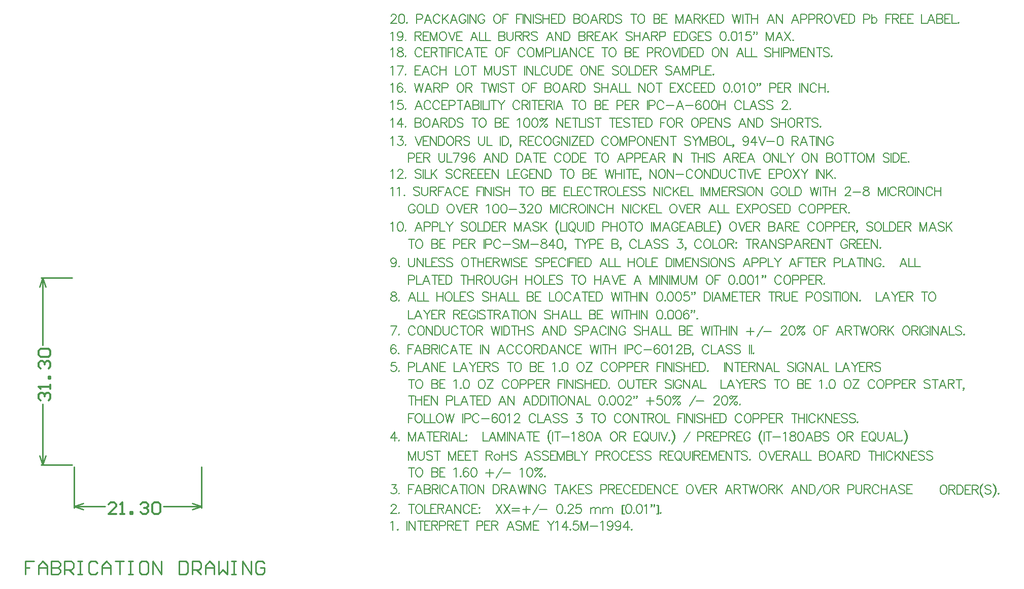
<source format=gbr>
%TF.GenerationSoftware,Altium Limited,Altium Designer,20.1.11 (218)*%
G04 Layer_Color=32768*
%FSLAX26Y26*%
%MOIN*%
%TF.SameCoordinates,F1652399-7491-40A6-9504-01A14B245E9D*%
%TF.FilePolarity,Positive*%
%TF.FileFunction,Other,FactoryNotes*%
%TF.Part,Single*%
G01*
G75*
%TA.AperFunction,NonConductor*%
%ADD61C,0.010000*%
%ADD66C,0.009842*%
%ADD79C,0.007874*%
%ADD130C,0.011811*%
D61*
X0Y-271653D02*
X60000Y-251653D01*
X0Y-271653D02*
X60000Y-291653D01*
X778584D02*
X838584Y-271653D01*
X778584Y-251653D02*
X838584Y-271653D01*
X0D02*
X205121D01*
X589841D02*
X838584D01*
X0Y-281653D02*
Y-12000D01*
X838584Y-281653D02*
Y-12000D01*
X-224724Y60000D02*
X-204724Y0D01*
X-184724Y60000D01*
X-204724Y1232284D02*
X-184724Y1172284D01*
X-224724D02*
X-204724Y1232284D01*
Y0D02*
Y401972D01*
Y786691D02*
Y1232284D01*
X-214724Y0D02*
X-12000D01*
X-214724Y1232284D02*
X-12000D01*
D66*
X-262276Y-631414D02*
X-320000D01*
Y-674707D01*
X-291138D01*
X-320000D01*
Y-718000D01*
X-233414D02*
Y-660276D01*
X-204552Y-631414D01*
X-175690Y-660276D01*
Y-718000D01*
Y-674707D01*
X-233414D01*
X-146828Y-631414D02*
Y-718000D01*
X-103534D01*
X-89103Y-703569D01*
Y-689138D01*
X-103534Y-674707D01*
X-146828D01*
X-103534D01*
X-89103Y-660276D01*
Y-645845D01*
X-103534Y-631414D01*
X-146828D01*
X-60241Y-718000D02*
Y-631414D01*
X-16948D01*
X-2517Y-645845D01*
Y-674707D01*
X-16948Y-689138D01*
X-60241D01*
X-31379D02*
X-2517Y-718000D01*
X26345Y-631414D02*
X55207D01*
X40776D01*
Y-718000D01*
X26345D01*
X55207D01*
X156224Y-645845D02*
X141793Y-631414D01*
X112931D01*
X98500Y-645845D01*
Y-703569D01*
X112931Y-718000D01*
X141793D01*
X156224Y-703569D01*
X185086Y-718000D02*
Y-660276D01*
X213948Y-631414D01*
X242810Y-660276D01*
Y-718000D01*
Y-674707D01*
X185086D01*
X271672Y-631414D02*
X329397D01*
X300534D01*
Y-718000D01*
X358259Y-631414D02*
X387121D01*
X372690D01*
Y-718000D01*
X358259D01*
X387121D01*
X473707Y-631414D02*
X444845D01*
X430414Y-645845D01*
Y-703569D01*
X444845Y-718000D01*
X473707D01*
X488138Y-703569D01*
Y-645845D01*
X473707Y-631414D01*
X517000Y-718000D02*
Y-631414D01*
X574724Y-718000D01*
Y-631414D01*
X690172D02*
Y-718000D01*
X733466D01*
X747896Y-703569D01*
Y-645845D01*
X733466Y-631414D01*
X690172D01*
X776759Y-718000D02*
Y-631414D01*
X820052D01*
X834483Y-645845D01*
Y-674707D01*
X820052Y-689138D01*
X776759D01*
X805621D02*
X834483Y-718000D01*
X863345D02*
Y-660276D01*
X892207Y-631414D01*
X921069Y-660276D01*
Y-718000D01*
Y-674707D01*
X863345D01*
X949931Y-631414D02*
Y-718000D01*
X978793Y-689138D01*
X1007655Y-718000D01*
Y-631414D01*
X1036517D02*
X1065379D01*
X1050948D01*
Y-718000D01*
X1036517D01*
X1065379D01*
X1108672D02*
Y-631414D01*
X1166397Y-718000D01*
Y-631414D01*
X1252983Y-645845D02*
X1238552Y-631414D01*
X1209690D01*
X1195259Y-645845D01*
Y-703569D01*
X1209690Y-718000D01*
X1238552D01*
X1252983Y-703569D01*
Y-674707D01*
X1224121D01*
D79*
X2083915Y2949828D02*
Y2952640D01*
X2086726Y2958263D01*
X2089538Y2961074D01*
X2095161Y2963886D01*
X2106407D01*
X2112030Y2961074D01*
X2114842Y2958263D01*
X2117653Y2952640D01*
Y2947017D01*
X2114842Y2941394D01*
X2109219Y2932959D01*
X2081103Y2904843D01*
X2120465D01*
X2150548Y2963886D02*
X2142114Y2961074D01*
X2136491Y2952640D01*
X2133679Y2938582D01*
Y2930147D01*
X2136491Y2916090D01*
X2142114Y2907655D01*
X2150548Y2904843D01*
X2156171D01*
X2164606Y2907655D01*
X2170229Y2916090D01*
X2173041Y2930147D01*
Y2938582D01*
X2170229Y2952640D01*
X2164606Y2961074D01*
X2156171Y2963886D01*
X2150548D01*
X2189066Y2910466D02*
X2186255Y2907655D01*
X2189066Y2904843D01*
X2191878Y2907655D01*
X2189066Y2910466D01*
X2251202Y2932959D02*
X2276506D01*
X2284940Y2935770D01*
X2287752Y2938582D01*
X2290563Y2944205D01*
Y2952640D01*
X2287752Y2958263D01*
X2284940Y2961074D01*
X2276506Y2963886D01*
X2251202D01*
Y2904843D01*
X2348762D02*
X2326270Y2963886D01*
X2303778Y2904843D01*
X2312212Y2924524D02*
X2340328D01*
X2404712Y2949828D02*
X2401901Y2955451D01*
X2396277Y2961074D01*
X2390654Y2963886D01*
X2379408D01*
X2373785Y2961074D01*
X2368162Y2955451D01*
X2365350Y2949828D01*
X2362539Y2941394D01*
Y2927336D01*
X2365350Y2918901D01*
X2368162Y2913278D01*
X2373785Y2907655D01*
X2379408Y2904843D01*
X2390654D01*
X2396277Y2907655D01*
X2401901Y2913278D01*
X2404712Y2918901D01*
X2421300Y2963886D02*
Y2904843D01*
X2460662Y2963886D02*
X2421300Y2924524D01*
X2435358Y2938582D02*
X2460662Y2904843D01*
X2518861D02*
X2496369Y2963886D01*
X2473876Y2904843D01*
X2482311Y2924524D02*
X2510426D01*
X2574811Y2949828D02*
X2571999Y2955451D01*
X2566376Y2961074D01*
X2560753Y2963886D01*
X2549507D01*
X2543884Y2961074D01*
X2538260Y2955451D01*
X2535449Y2949828D01*
X2532637Y2941394D01*
Y2927336D01*
X2535449Y2918901D01*
X2538260Y2913278D01*
X2543884Y2907655D01*
X2549507Y2904843D01*
X2560753D01*
X2566376Y2907655D01*
X2571999Y2913278D01*
X2574811Y2918901D01*
Y2927336D01*
X2560753D02*
X2574811D01*
X2588306Y2963886D02*
Y2904843D01*
X2600677Y2963886D02*
Y2904843D01*
Y2963886D02*
X2640038Y2904843D01*
Y2963886D02*
Y2904843D01*
X2698519Y2949828D02*
X2695707Y2955451D01*
X2690084Y2961074D01*
X2684461Y2963886D01*
X2673215D01*
X2667592Y2961074D01*
X2661968Y2955451D01*
X2659157Y2949828D01*
X2656345Y2941394D01*
Y2927336D01*
X2659157Y2918901D01*
X2661968Y2913278D01*
X2667592Y2907655D01*
X2673215Y2904843D01*
X2684461D01*
X2690084Y2907655D01*
X2695707Y2913278D01*
X2698519Y2918901D01*
Y2927336D01*
X2684461D02*
X2698519D01*
X2775274Y2963886D02*
X2769651Y2961074D01*
X2764028Y2955451D01*
X2761216Y2949828D01*
X2758405Y2941394D01*
Y2927336D01*
X2761216Y2918901D01*
X2764028Y2913278D01*
X2769651Y2907655D01*
X2775274Y2904843D01*
X2786520D01*
X2792143Y2907655D01*
X2797766Y2913278D01*
X2800578Y2918901D01*
X2803389Y2927336D01*
Y2941394D01*
X2800578Y2949828D01*
X2797766Y2955451D01*
X2792143Y2961074D01*
X2786520Y2963886D01*
X2775274D01*
X2817166D02*
Y2904843D01*
Y2963886D02*
X2853716D01*
X2817166Y2935770D02*
X2839658D01*
X2906854Y2963886D02*
Y2904843D01*
Y2963886D02*
X2943404D01*
X2906854Y2935770D02*
X2929347D01*
X2950152Y2963886D02*
Y2904843D01*
X2962523Y2963886D02*
Y2904843D01*
Y2963886D02*
X3001884Y2904843D01*
Y2963886D02*
Y2904843D01*
X3018191Y2963886D02*
Y2904843D01*
X3069924Y2955451D02*
X3064301Y2961074D01*
X3055866Y2963886D01*
X3044620D01*
X3036185Y2961074D01*
X3030562Y2955451D01*
Y2949828D01*
X3033374Y2944205D01*
X3036185Y2941394D01*
X3041808Y2938582D01*
X3058678Y2932959D01*
X3064301Y2930147D01*
X3067112Y2927336D01*
X3069924Y2921713D01*
Y2913278D01*
X3064301Y2907655D01*
X3055866Y2904843D01*
X3044620D01*
X3036185Y2907655D01*
X3030562Y2913278D01*
X3083138Y2963886D02*
Y2904843D01*
X3122500Y2963886D02*
Y2904843D01*
X3083138Y2935770D02*
X3122500D01*
X3175357Y2963886D02*
X3138807D01*
Y2904843D01*
X3175357D01*
X3138807Y2935770D02*
X3161299D01*
X3185197Y2963886D02*
Y2904843D01*
Y2963886D02*
X3204878D01*
X3213313Y2961074D01*
X3218936Y2955451D01*
X3221747Y2949828D01*
X3224559Y2941394D01*
Y2927336D01*
X3221747Y2918901D01*
X3218936Y2913278D01*
X3213313Y2907655D01*
X3204878Y2904843D01*
X3185197D01*
X3284164Y2963886D02*
Y2904843D01*
Y2963886D02*
X3309467D01*
X3317902Y2961074D01*
X3320714Y2958263D01*
X3323525Y2952640D01*
Y2947017D01*
X3320714Y2941394D01*
X3317902Y2938582D01*
X3309467Y2935770D01*
X3284164D02*
X3309467D01*
X3317902Y2932959D01*
X3320714Y2930147D01*
X3323525Y2924524D01*
Y2916090D01*
X3320714Y2910466D01*
X3317902Y2907655D01*
X3309467Y2904843D01*
X3284164D01*
X3353609Y2963886D02*
X3347986Y2961074D01*
X3342363Y2955451D01*
X3339551Y2949828D01*
X3336739Y2941394D01*
Y2927336D01*
X3339551Y2918901D01*
X3342363Y2913278D01*
X3347986Y2907655D01*
X3353609Y2904843D01*
X3364855D01*
X3370478Y2907655D01*
X3376101Y2913278D01*
X3378913Y2918901D01*
X3381724Y2927336D01*
Y2941394D01*
X3378913Y2949828D01*
X3376101Y2955451D01*
X3370478Y2961074D01*
X3364855Y2963886D01*
X3353609D01*
X3440485Y2904843D02*
X3417993Y2963886D01*
X3395501Y2904843D01*
X3403935Y2924524D02*
X3432051D01*
X3454262Y2963886D02*
Y2904843D01*
Y2963886D02*
X3479566D01*
X3488001Y2961074D01*
X3490812Y2958263D01*
X3493624Y2952640D01*
Y2947017D01*
X3490812Y2941394D01*
X3488001Y2938582D01*
X3479566Y2935770D01*
X3454262D01*
X3473943D02*
X3493624Y2904843D01*
X3506838Y2963886D02*
Y2904843D01*
Y2963886D02*
X3526519D01*
X3534953Y2961074D01*
X3540576Y2955451D01*
X3543388Y2949828D01*
X3546200Y2941394D01*
Y2927336D01*
X3543388Y2918901D01*
X3540576Y2913278D01*
X3534953Y2907655D01*
X3526519Y2904843D01*
X3506838D01*
X3598775Y2955451D02*
X3593152Y2961074D01*
X3584718Y2963886D01*
X3573472D01*
X3565037Y2961074D01*
X3559414Y2955451D01*
Y2949828D01*
X3562225Y2944205D01*
X3565037Y2941394D01*
X3570660Y2938582D01*
X3587529Y2932959D01*
X3593152Y2930147D01*
X3595964Y2927336D01*
X3598775Y2921713D01*
Y2913278D01*
X3593152Y2907655D01*
X3584718Y2904843D01*
X3573472D01*
X3565037Y2907655D01*
X3559414Y2913278D01*
X3678061Y2963886D02*
Y2904843D01*
X3658380Y2963886D02*
X3697742D01*
X3721640D02*
X3716017Y2961074D01*
X3710394Y2955451D01*
X3707582Y2949828D01*
X3704771Y2941394D01*
Y2927336D01*
X3707582Y2918901D01*
X3710394Y2913278D01*
X3716017Y2907655D01*
X3721640Y2904843D01*
X3732886D01*
X3738509Y2907655D01*
X3744132Y2913278D01*
X3746944Y2918901D01*
X3749755Y2927336D01*
Y2941394D01*
X3746944Y2949828D01*
X3744132Y2955451D01*
X3738509Y2961074D01*
X3732886Y2963886D01*
X3721640D01*
X3809923D02*
Y2904843D01*
Y2963886D02*
X3835226D01*
X3843661Y2961074D01*
X3846473Y2958263D01*
X3849284Y2952640D01*
Y2947017D01*
X3846473Y2941394D01*
X3843661Y2938582D01*
X3835226Y2935770D01*
X3809923D02*
X3835226D01*
X3843661Y2932959D01*
X3846473Y2930147D01*
X3849284Y2924524D01*
Y2916090D01*
X3846473Y2910466D01*
X3843661Y2907655D01*
X3835226Y2904843D01*
X3809923D01*
X3899048Y2963886D02*
X3862498D01*
Y2904843D01*
X3899048D01*
X3862498Y2935770D02*
X3884991D01*
X3955279Y2963886D02*
Y2904843D01*
Y2963886D02*
X3977772Y2904843D01*
X4000264Y2963886D02*
X3977772Y2904843D01*
X4000264Y2963886D02*
Y2904843D01*
X4062118D02*
X4039626Y2963886D01*
X4017133Y2904843D01*
X4025568Y2924524D02*
X4053684D01*
X4075895Y2963886D02*
Y2904843D01*
Y2963886D02*
X4101199D01*
X4109633Y2961074D01*
X4112445Y2958263D01*
X4115256Y2952640D01*
Y2947017D01*
X4112445Y2941394D01*
X4109633Y2938582D01*
X4101199Y2935770D01*
X4075895D01*
X4095575D02*
X4115256Y2904843D01*
X4128471Y2963886D02*
Y2904843D01*
X4167832Y2963886D02*
X4128471Y2924524D01*
X4142528Y2938582D02*
X4167832Y2904843D01*
X4217597Y2963886D02*
X4181047D01*
Y2904843D01*
X4217597D01*
X4181047Y2935770D02*
X4203539D01*
X4227437Y2963886D02*
Y2904843D01*
Y2963886D02*
X4247118D01*
X4255552Y2961074D01*
X4261176Y2955451D01*
X4263987Y2949828D01*
X4266799Y2941394D01*
Y2927336D01*
X4263987Y2918901D01*
X4261176Y2913278D01*
X4255552Y2907655D01*
X4247118Y2904843D01*
X4227437D01*
X4326403Y2963886D02*
X4340461Y2904843D01*
X4354519Y2963886D02*
X4340461Y2904843D01*
X4354519Y2963886D02*
X4368577Y2904843D01*
X4382634Y2963886D02*
X4368577Y2904843D01*
X4394443Y2963886D02*
Y2904843D01*
X4426494Y2963886D02*
Y2904843D01*
X4406814Y2963886D02*
X4446175D01*
X4453204D02*
Y2904843D01*
X4492566Y2963886D02*
Y2904843D01*
X4453204Y2935770D02*
X4492566D01*
X4600248Y2904843D02*
X4577756Y2963886D01*
X4555263Y2904843D01*
X4563698Y2924524D02*
X4591813D01*
X4614025Y2963886D02*
Y2904843D01*
Y2963886D02*
X4653386Y2904843D01*
Y2963886D02*
Y2904843D01*
X4761068D02*
X4738576Y2963886D01*
X4716084Y2904843D01*
X4724518Y2924524D02*
X4752634D01*
X4774845Y2932959D02*
X4800149D01*
X4808583Y2935770D01*
X4811395Y2938582D01*
X4814207Y2944205D01*
Y2952640D01*
X4811395Y2958263D01*
X4808583Y2961074D01*
X4800149Y2963886D01*
X4774845D01*
Y2904843D01*
X4827421Y2932959D02*
X4852725D01*
X4861159Y2935770D01*
X4863971Y2938582D01*
X4866782Y2944205D01*
Y2952640D01*
X4863971Y2958263D01*
X4861159Y2961074D01*
X4852725Y2963886D01*
X4827421D01*
Y2904843D01*
X4879997Y2963886D02*
Y2904843D01*
Y2963886D02*
X4905301D01*
X4913735Y2961074D01*
X4916547Y2958263D01*
X4919358Y2952640D01*
Y2947017D01*
X4916547Y2941394D01*
X4913735Y2938582D01*
X4905301Y2935770D01*
X4879997D01*
X4899677D02*
X4919358Y2904843D01*
X4949442Y2963886D02*
X4943819Y2961074D01*
X4938196Y2955451D01*
X4935384Y2949828D01*
X4932573Y2941394D01*
Y2927336D01*
X4935384Y2918901D01*
X4938196Y2913278D01*
X4943819Y2907655D01*
X4949442Y2904843D01*
X4960688D01*
X4966311Y2907655D01*
X4971934Y2913278D01*
X4974746Y2918901D01*
X4977557Y2927336D01*
Y2941394D01*
X4974746Y2949828D01*
X4971934Y2955451D01*
X4966311Y2961074D01*
X4960688Y2963886D01*
X4949442D01*
X4991334D02*
X5013826Y2904843D01*
X5036319Y2963886D02*
X5013826Y2904843D01*
X5080460Y2963886D02*
X5043910D01*
Y2904843D01*
X5080460D01*
X5043910Y2935770D02*
X5066402D01*
X5090300Y2963886D02*
Y2904843D01*
Y2963886D02*
X5109981D01*
X5118416Y2961074D01*
X5124039Y2955451D01*
X5126850Y2949828D01*
X5129662Y2941394D01*
Y2927336D01*
X5126850Y2918901D01*
X5124039Y2913278D01*
X5118416Y2907655D01*
X5109981Y2904843D01*
X5090300D01*
X5189267Y2932959D02*
X5214571D01*
X5223005Y2935770D01*
X5225817Y2938582D01*
X5228628Y2944205D01*
Y2952640D01*
X5225817Y2958263D01*
X5223005Y2961074D01*
X5214571Y2963886D01*
X5189267D01*
Y2904843D01*
X5241843Y2963886D02*
Y2904843D01*
Y2935770D02*
X5247466Y2941394D01*
X5253089Y2944205D01*
X5261523D01*
X5267146Y2941394D01*
X5272770Y2935770D01*
X5275581Y2927336D01*
Y2921713D01*
X5272770Y2913278D01*
X5267146Y2907655D01*
X5261523Y2904843D01*
X5253089D01*
X5247466Y2907655D01*
X5241843Y2913278D01*
X5334624Y2963886D02*
Y2904843D01*
Y2963886D02*
X5371174D01*
X5334624Y2935770D02*
X5357116D01*
X5377921Y2963886D02*
Y2904843D01*
Y2963886D02*
X5403225D01*
X5411660Y2961074D01*
X5414471Y2958263D01*
X5417283Y2952640D01*
Y2947017D01*
X5414471Y2941394D01*
X5411660Y2938582D01*
X5403225Y2935770D01*
X5377921D01*
X5397602D02*
X5417283Y2904843D01*
X5467047Y2963886D02*
X5430497D01*
Y2904843D01*
X5467047D01*
X5430497Y2935770D02*
X5452990D01*
X5513438Y2963886D02*
X5476888D01*
Y2904843D01*
X5513438D01*
X5476888Y2935770D02*
X5499380D01*
X5569669Y2963886D02*
Y2904843D01*
X5603407D01*
X5654859D02*
X5632366Y2963886D01*
X5609874Y2904843D01*
X5618309Y2924524D02*
X5646424D01*
X5668635Y2963886D02*
Y2904843D01*
Y2963886D02*
X5693939D01*
X5702374Y2961074D01*
X5705185Y2958263D01*
X5707997Y2952640D01*
Y2947017D01*
X5705185Y2941394D01*
X5702374Y2938582D01*
X5693939Y2935770D01*
X5668635D02*
X5693939D01*
X5702374Y2932959D01*
X5705185Y2930147D01*
X5707997Y2924524D01*
Y2916090D01*
X5705185Y2910466D01*
X5702374Y2907655D01*
X5693939Y2904843D01*
X5668635D01*
X5757761Y2963886D02*
X5721211D01*
Y2904843D01*
X5757761D01*
X5721211Y2935770D02*
X5743703D01*
X5767602Y2963886D02*
Y2904843D01*
X5801340D01*
X5810618Y2910466D02*
X5807807Y2907655D01*
X5810618Y2904843D01*
X5813430Y2907655D01*
X5810618Y2910466D01*
X2117653Y1342630D02*
X2114842Y1334196D01*
X2109219Y1328572D01*
X2100784Y1325761D01*
X2097972D01*
X2089538Y1328572D01*
X2083915Y1334196D01*
X2081103Y1342630D01*
Y1345442D01*
X2083915Y1353876D01*
X2089538Y1359499D01*
X2097972Y1362311D01*
X2100784D01*
X2109219Y1359499D01*
X2114842Y1353876D01*
X2117653Y1342630D01*
Y1328572D01*
X2114842Y1314515D01*
X2109219Y1306080D01*
X2100784Y1303269D01*
X2095161D01*
X2086726Y1306080D01*
X2083915Y1311703D01*
X2136491Y1308892D02*
X2133679Y1306080D01*
X2136491Y1303269D01*
X2139302Y1306080D01*
X2136491Y1308892D01*
X2198626Y1362311D02*
Y1320138D01*
X2201437Y1311703D01*
X2207060Y1306080D01*
X2215495Y1303269D01*
X2221118D01*
X2229553Y1306080D01*
X2235176Y1311703D01*
X2237987Y1320138D01*
Y1362311D01*
X2254294D02*
Y1303269D01*
Y1362311D02*
X2293656Y1303269D01*
Y1362311D02*
Y1303269D01*
X2309963Y1362311D02*
Y1303269D01*
X2343702D01*
X2386718Y1362311D02*
X2350168D01*
Y1303269D01*
X2386718D01*
X2350168Y1334196D02*
X2372660D01*
X2435920Y1353876D02*
X2430297Y1359499D01*
X2421863Y1362311D01*
X2410616D01*
X2402182Y1359499D01*
X2396559Y1353876D01*
Y1348253D01*
X2399370Y1342630D01*
X2402182Y1339819D01*
X2407805Y1337007D01*
X2424674Y1331384D01*
X2430297Y1328572D01*
X2433109Y1325761D01*
X2435920Y1320138D01*
Y1311703D01*
X2430297Y1306080D01*
X2421863Y1303269D01*
X2410616D01*
X2402182Y1306080D01*
X2396559Y1311703D01*
X2488496Y1353876D02*
X2482873Y1359499D01*
X2474438Y1362311D01*
X2463192D01*
X2454758Y1359499D01*
X2449135Y1353876D01*
Y1348253D01*
X2451946Y1342630D01*
X2454758Y1339819D01*
X2460381Y1337007D01*
X2477250Y1331384D01*
X2482873Y1328572D01*
X2485685Y1325761D01*
X2488496Y1320138D01*
Y1311703D01*
X2482873Y1306080D01*
X2474438Y1303269D01*
X2463192D01*
X2454758Y1306080D01*
X2449135Y1311703D01*
X2564970Y1362311D02*
X2559347Y1359499D01*
X2553724Y1353876D01*
X2550912Y1348253D01*
X2548101Y1339819D01*
Y1325761D01*
X2550912Y1317326D01*
X2553724Y1311703D01*
X2559347Y1306080D01*
X2564970Y1303269D01*
X2576216D01*
X2581839Y1306080D01*
X2587463Y1311703D01*
X2590274Y1317326D01*
X2593086Y1325761D01*
Y1339819D01*
X2590274Y1348253D01*
X2587463Y1353876D01*
X2581839Y1359499D01*
X2576216Y1362311D01*
X2564970D01*
X2626543D02*
Y1303269D01*
X2606862Y1362311D02*
X2646224D01*
X2653253D02*
Y1303269D01*
X2692614Y1362311D02*
Y1303269D01*
X2653253Y1334196D02*
X2692614D01*
X2745471Y1362311D02*
X2708921D01*
Y1303269D01*
X2745471D01*
X2708921Y1334196D02*
X2731414D01*
X2755312Y1362311D02*
Y1303269D01*
Y1362311D02*
X2780616D01*
X2789050Y1359499D01*
X2791862Y1356688D01*
X2794673Y1351065D01*
Y1345442D01*
X2791862Y1339819D01*
X2789050Y1337007D01*
X2780616Y1334196D01*
X2755312D01*
X2774993D02*
X2794673Y1303269D01*
X2807888Y1362311D02*
X2821945Y1303269D01*
X2836003Y1362311D02*
X2821945Y1303269D01*
X2836003Y1362311D02*
X2850061Y1303269D01*
X2864119Y1362311D02*
X2850061Y1303269D01*
X2875927Y1362311D02*
Y1303269D01*
X2927660Y1353876D02*
X2922036Y1359499D01*
X2913602Y1362311D01*
X2902356D01*
X2893921Y1359499D01*
X2888298Y1353876D01*
Y1348253D01*
X2891109Y1342630D01*
X2893921Y1339819D01*
X2899544Y1337007D01*
X2916413Y1331384D01*
X2922036Y1328572D01*
X2924848Y1325761D01*
X2927660Y1320138D01*
Y1311703D01*
X2922036Y1306080D01*
X2913602Y1303269D01*
X2902356D01*
X2893921Y1306080D01*
X2888298Y1311703D01*
X2977424Y1362311D02*
X2940874D01*
Y1303269D01*
X2977424D01*
X2940874Y1334196D02*
X2963366D01*
X3073016Y1353876D02*
X3067393Y1359499D01*
X3058959Y1362311D01*
X3047713D01*
X3039278Y1359499D01*
X3033655Y1353876D01*
Y1348253D01*
X3036466Y1342630D01*
X3039278Y1339819D01*
X3044901Y1337007D01*
X3061770Y1331384D01*
X3067393Y1328572D01*
X3070205Y1325761D01*
X3073016Y1320138D01*
Y1311703D01*
X3067393Y1306080D01*
X3058959Y1303269D01*
X3047713D01*
X3039278Y1306080D01*
X3033655Y1311703D01*
X3086231Y1331384D02*
X3111535D01*
X3119969Y1334196D01*
X3122781Y1337007D01*
X3125592Y1342630D01*
Y1351065D01*
X3122781Y1356688D01*
X3119969Y1359499D01*
X3111535Y1362311D01*
X3086231D01*
Y1303269D01*
X3175357Y1362311D02*
X3138807D01*
Y1303269D01*
X3175357D01*
X3138807Y1334196D02*
X3161299D01*
X3227370Y1348253D02*
X3224559Y1353876D01*
X3218936Y1359499D01*
X3213313Y1362311D01*
X3202066D01*
X3196443Y1359499D01*
X3190820Y1353876D01*
X3188009Y1348253D01*
X3185197Y1339819D01*
Y1325761D01*
X3188009Y1317326D01*
X3190820Y1311703D01*
X3196443Y1306080D01*
X3202066Y1303269D01*
X3213313D01*
X3218936Y1306080D01*
X3224559Y1311703D01*
X3227370Y1317326D01*
X3243958Y1362311D02*
Y1303269D01*
X3256329Y1362311D02*
Y1303269D01*
Y1362311D02*
X3292879D01*
X3256329Y1334196D02*
X3278822D01*
X3299627Y1362311D02*
Y1303269D01*
X3348548Y1362311D02*
X3311998D01*
Y1303269D01*
X3348548D01*
X3311998Y1334196D02*
X3334490D01*
X3358388Y1362311D02*
Y1303269D01*
Y1362311D02*
X3378069D01*
X3386504Y1359499D01*
X3392127Y1353876D01*
X3394938Y1348253D01*
X3397750Y1339819D01*
Y1325761D01*
X3394938Y1317326D01*
X3392127Y1311703D01*
X3386504Y1306080D01*
X3378069Y1303269D01*
X3358388D01*
X3502339D02*
X3479847Y1362311D01*
X3457355Y1303269D01*
X3465789Y1322949D02*
X3493905D01*
X3516116Y1362311D02*
Y1303269D01*
X3549854D01*
X3556321Y1362311D02*
Y1303269D01*
X3590060D01*
X3642917Y1362311D02*
Y1303269D01*
X3682278Y1362311D02*
Y1303269D01*
X3642917Y1334196D02*
X3682278D01*
X3715455Y1362311D02*
X3709831Y1359499D01*
X3704208Y1353876D01*
X3701397Y1348253D01*
X3698585Y1339819D01*
Y1325761D01*
X3701397Y1317326D01*
X3704208Y1311703D01*
X3709831Y1306080D01*
X3715455Y1303269D01*
X3726701D01*
X3732324Y1306080D01*
X3737947Y1311703D01*
X3740758Y1317326D01*
X3743570Y1325761D01*
Y1339819D01*
X3740758Y1348253D01*
X3737947Y1353876D01*
X3732324Y1359499D01*
X3726701Y1362311D01*
X3715455D01*
X3757347D02*
Y1303269D01*
X3791085D01*
X3834102Y1362311D02*
X3797552D01*
Y1303269D01*
X3834102D01*
X3797552Y1334196D02*
X3820044D01*
X3890333Y1362311D02*
Y1303269D01*
Y1362311D02*
X3910014D01*
X3918448Y1359499D01*
X3924071Y1353876D01*
X3926883Y1348253D01*
X3929694Y1339819D01*
Y1325761D01*
X3926883Y1317326D01*
X3924071Y1311703D01*
X3918448Y1306080D01*
X3910014Y1303269D01*
X3890333D01*
X3942909Y1362311D02*
Y1303269D01*
X3955279Y1362311D02*
Y1303269D01*
Y1362311D02*
X3977772Y1303269D01*
X4000264Y1362311D02*
X3977772Y1303269D01*
X4000264Y1362311D02*
Y1303269D01*
X4053684Y1362311D02*
X4017133D01*
Y1303269D01*
X4053684D01*
X4017133Y1334196D02*
X4039626D01*
X4063524Y1362311D02*
Y1303269D01*
Y1362311D02*
X4102886Y1303269D01*
Y1362311D02*
Y1303269D01*
X4158554Y1353876D02*
X4152931Y1359499D01*
X4144496Y1362311D01*
X4133250D01*
X4124816Y1359499D01*
X4119193Y1353876D01*
Y1348253D01*
X4122004Y1342630D01*
X4124816Y1339819D01*
X4130439Y1337007D01*
X4147308Y1331384D01*
X4152931Y1328572D01*
X4155743Y1325761D01*
X4158554Y1320138D01*
Y1311703D01*
X4152931Y1306080D01*
X4144496Y1303269D01*
X4133250D01*
X4124816Y1306080D01*
X4119193Y1311703D01*
X4171768Y1362311D02*
Y1303269D01*
X4201008Y1362311D02*
X4195385Y1359499D01*
X4189762Y1353876D01*
X4186951Y1348253D01*
X4184139Y1339819D01*
Y1325761D01*
X4186951Y1317326D01*
X4189762Y1311703D01*
X4195385Y1306080D01*
X4201008Y1303269D01*
X4212255D01*
X4217878Y1306080D01*
X4223501Y1311703D01*
X4226312Y1317326D01*
X4229124Y1325761D01*
Y1339819D01*
X4226312Y1348253D01*
X4223501Y1353876D01*
X4217878Y1359499D01*
X4212255Y1362311D01*
X4201008D01*
X4242900D02*
Y1303269D01*
Y1362311D02*
X4282262Y1303269D01*
Y1362311D02*
Y1303269D01*
X4337931Y1353876D02*
X4332308Y1359499D01*
X4323873Y1362311D01*
X4312627D01*
X4304192Y1359499D01*
X4298569Y1353876D01*
Y1348253D01*
X4301381Y1342630D01*
X4304192Y1339819D01*
X4309815Y1337007D01*
X4326685Y1331384D01*
X4332308Y1328572D01*
X4335119Y1325761D01*
X4337931Y1320138D01*
Y1311703D01*
X4332308Y1306080D01*
X4323873Y1303269D01*
X4312627D01*
X4304192Y1306080D01*
X4298569Y1311703D01*
X4442520Y1303269D02*
X4420028Y1362311D01*
X4397535Y1303269D01*
X4405970Y1322949D02*
X4434086D01*
X4456297Y1331384D02*
X4481601D01*
X4490035Y1334196D01*
X4492847Y1337007D01*
X4495658Y1342630D01*
Y1351065D01*
X4492847Y1356688D01*
X4490035Y1359499D01*
X4481601Y1362311D01*
X4456297D01*
Y1303269D01*
X4508873Y1331384D02*
X4534177D01*
X4542611Y1334196D01*
X4545423Y1337007D01*
X4548234Y1342630D01*
Y1351065D01*
X4545423Y1356688D01*
X4542611Y1359499D01*
X4534177Y1362311D01*
X4508873D01*
Y1303269D01*
X4561449Y1362311D02*
Y1303269D01*
X4595187D01*
X4601654Y1362311D02*
X4624146Y1334196D01*
Y1303269D01*
X4646638Y1362311D02*
X4624146Y1334196D01*
X4745605Y1303269D02*
X4723113Y1362311D01*
X4700620Y1303269D01*
X4709055Y1322949D02*
X4737170D01*
X4759381Y1362311D02*
Y1303269D01*
Y1362311D02*
X4795931D01*
X4759381Y1334196D02*
X4781874D01*
X4822360Y1362311D02*
Y1303269D01*
X4802679Y1362311D02*
X4842041D01*
X4885620D02*
X4849070D01*
Y1303269D01*
X4885620D01*
X4849070Y1334196D02*
X4871562D01*
X4895460Y1362311D02*
Y1303269D01*
Y1362311D02*
X4920764D01*
X4929199Y1359499D01*
X4932010Y1356688D01*
X4934822Y1351065D01*
Y1345442D01*
X4932010Y1339819D01*
X4929199Y1337007D01*
X4920764Y1334196D01*
X4895460D01*
X4915141D02*
X4934822Y1303269D01*
X4994427Y1331384D02*
X5019730D01*
X5028165Y1334196D01*
X5030977Y1337007D01*
X5033788Y1342630D01*
Y1351065D01*
X5030977Y1356688D01*
X5028165Y1359499D01*
X5019730Y1362311D01*
X4994427D01*
Y1303269D01*
X5047002Y1362311D02*
Y1303269D01*
X5080741D01*
X5132192D02*
X5109700Y1362311D01*
X5087208Y1303269D01*
X5095642Y1322949D02*
X5123758D01*
X5165650Y1362311D02*
Y1303269D01*
X5145969Y1362311D02*
X5185331D01*
X5192359D02*
Y1303269D01*
X5204730Y1362311D02*
Y1303269D01*
Y1362311D02*
X5244092Y1303269D01*
Y1362311D02*
Y1303269D01*
X5302572Y1348253D02*
X5299760Y1353876D01*
X5294137Y1359499D01*
X5288514Y1362311D01*
X5277268D01*
X5271645Y1359499D01*
X5266022Y1353876D01*
X5263210Y1348253D01*
X5260399Y1339819D01*
Y1325761D01*
X5263210Y1317326D01*
X5266022Y1311703D01*
X5271645Y1306080D01*
X5277268Y1303269D01*
X5288514D01*
X5294137Y1306080D01*
X5299760Y1311703D01*
X5302572Y1317326D01*
Y1325761D01*
X5288514D02*
X5302572D01*
X5318879Y1308892D02*
X5316067Y1306080D01*
X5318879Y1303269D01*
X5321690Y1306080D01*
X5318879Y1308892D01*
X5472389Y1303269D02*
X5449897Y1362311D01*
X5427405Y1303269D01*
X5435839Y1322949D02*
X5463955D01*
X5486166Y1362311D02*
Y1303269D01*
X5519904D01*
X5526371Y1362311D02*
Y1303269D01*
X5560109D01*
X2199213Y2019612D02*
X2224517D01*
X2232952Y2022424D01*
X2235764Y2025236D01*
X2238575Y2030859D01*
Y2039293D01*
X2235764Y2044916D01*
X2232952Y2047728D01*
X2224517Y2050539D01*
X2199213D01*
Y1991497D01*
X2288339Y2050539D02*
X2251789D01*
Y1991497D01*
X2288339D01*
X2251789Y2022424D02*
X2274282D01*
X2298180Y2050539D02*
Y1991497D01*
Y2050539D02*
X2323484D01*
X2331918Y2047728D01*
X2334730Y2044916D01*
X2337541Y2039293D01*
Y2033670D01*
X2334730Y2028047D01*
X2331918Y2025236D01*
X2323484Y2022424D01*
X2298180D01*
X2317861D02*
X2337541Y1991497D01*
X2397146Y2050539D02*
Y2008366D01*
X2399958Y1999932D01*
X2405581Y1994309D01*
X2414015Y1991497D01*
X2419639D01*
X2428073Y1994309D01*
X2433696Y1999932D01*
X2436508Y2008366D01*
Y2050539D01*
X2452815D02*
Y1991497D01*
X2486553D01*
X2532381Y2050539D02*
X2504266Y1991497D01*
X2493020Y2050539D02*
X2532381D01*
X2582146Y2030859D02*
X2579334Y2022424D01*
X2573711Y2016801D01*
X2565277Y2013989D01*
X2562465D01*
X2554030Y2016801D01*
X2548407Y2022424D01*
X2545596Y2030859D01*
Y2033670D01*
X2548407Y2042105D01*
X2554030Y2047728D01*
X2562465Y2050539D01*
X2565277D01*
X2573711Y2047728D01*
X2579334Y2042105D01*
X2582146Y2030859D01*
Y2016801D01*
X2579334Y2002743D01*
X2573711Y1994309D01*
X2565277Y1991497D01*
X2559653D01*
X2551219Y1994309D01*
X2548407Y1999932D01*
X2631910Y2042105D02*
X2629099Y2047728D01*
X2620664Y2050539D01*
X2615041D01*
X2606606Y2047728D01*
X2600983Y2039293D01*
X2598172Y2025236D01*
Y2011178D01*
X2600983Y1999932D01*
X2606606Y1994309D01*
X2615041Y1991497D01*
X2617852D01*
X2626287Y1994309D01*
X2631910Y1999932D01*
X2634722Y2008366D01*
Y2011178D01*
X2631910Y2019612D01*
X2626287Y2025236D01*
X2617852Y2028047D01*
X2615041D01*
X2606606Y2025236D01*
X2600983Y2019612D01*
X2598172Y2011178D01*
X2739030Y1991497D02*
X2716538Y2050539D01*
X2694045Y1991497D01*
X2702480Y2011178D02*
X2730595D01*
X2752807Y2050539D02*
Y1991497D01*
Y2050539D02*
X2792168Y1991497D01*
Y2050539D02*
Y1991497D01*
X2808475Y2050539D02*
Y1991497D01*
Y2050539D02*
X2828156D01*
X2836591Y2047728D01*
X2842214Y2042105D01*
X2845025Y2036482D01*
X2847837Y2028047D01*
Y2013989D01*
X2845025Y2005555D01*
X2842214Y1999932D01*
X2836591Y1994309D01*
X2828156Y1991497D01*
X2808475D01*
X2907442Y2050539D02*
Y1991497D01*
Y2050539D02*
X2927122D01*
X2935557Y2047728D01*
X2941180Y2042105D01*
X2943992Y2036482D01*
X2946803Y2028047D01*
Y2013989D01*
X2943992Y2005555D01*
X2941180Y1999932D01*
X2935557Y1994309D01*
X2927122Y1991497D01*
X2907442D01*
X3005002D02*
X2982510Y2050539D01*
X2960018Y1991497D01*
X2968452Y2011178D02*
X2996568D01*
X3038460Y2050539D02*
Y1991497D01*
X3018779Y2050539D02*
X3058140D01*
X3101720D02*
X3065169D01*
Y1991497D01*
X3101720D01*
X3065169Y2022424D02*
X3087662D01*
X3200124Y2036482D02*
X3197312Y2042105D01*
X3191689Y2047728D01*
X3186066Y2050539D01*
X3174820D01*
X3169197Y2047728D01*
X3163573Y2042105D01*
X3160762Y2036482D01*
X3157950Y2028047D01*
Y2013989D01*
X3160762Y2005555D01*
X3163573Y1999932D01*
X3169197Y1994309D01*
X3174820Y1991497D01*
X3186066D01*
X3191689Y1994309D01*
X3197312Y1999932D01*
X3200124Y2005555D01*
X3233581Y2050539D02*
X3227958Y2047728D01*
X3222335Y2042105D01*
X3219523Y2036482D01*
X3216712Y2028047D01*
Y2013989D01*
X3219523Y2005555D01*
X3222335Y1999932D01*
X3227958Y1994309D01*
X3233581Y1991497D01*
X3244827D01*
X3250450Y1994309D01*
X3256073Y1999932D01*
X3258885Y2005555D01*
X3261696Y2013989D01*
Y2028047D01*
X3258885Y2036482D01*
X3256073Y2042105D01*
X3250450Y2047728D01*
X3244827Y2050539D01*
X3233581D01*
X3275473D02*
Y1991497D01*
Y2050539D02*
X3295154D01*
X3303588Y2047728D01*
X3309211Y2042105D01*
X3312023Y2036482D01*
X3314835Y2028047D01*
Y2013989D01*
X3312023Y2005555D01*
X3309211Y1999932D01*
X3303588Y1994309D01*
X3295154Y1991497D01*
X3275473D01*
X3364599Y2050539D02*
X3328049D01*
Y1991497D01*
X3364599D01*
X3328049Y2022424D02*
X3350541D01*
X3440511Y2050539D02*
Y1991497D01*
X3420830Y2050539D02*
X3460191D01*
X3484090D02*
X3478467Y2047728D01*
X3472843Y2042105D01*
X3470032Y2036482D01*
X3467220Y2028047D01*
Y2013989D01*
X3470032Y2005555D01*
X3472843Y1999932D01*
X3478467Y1994309D01*
X3484090Y1991497D01*
X3495336D01*
X3500959Y1994309D01*
X3506582Y1999932D01*
X3509394Y2005555D01*
X3512205Y2013989D01*
Y2028047D01*
X3509394Y2036482D01*
X3506582Y2042105D01*
X3500959Y2047728D01*
X3495336Y2050539D01*
X3484090D01*
X3617357Y1991497D02*
X3594865Y2050539D01*
X3572372Y1991497D01*
X3580807Y2011178D02*
X3608922D01*
X3631133Y2019612D02*
X3656437D01*
X3664872Y2022424D01*
X3667684Y2025236D01*
X3670495Y2030859D01*
Y2039293D01*
X3667684Y2044916D01*
X3664872Y2047728D01*
X3656437Y2050539D01*
X3631133D01*
Y1991497D01*
X3683709Y2019612D02*
X3709013D01*
X3717448Y2022424D01*
X3720260Y2025236D01*
X3723071Y2030859D01*
Y2039293D01*
X3720260Y2044916D01*
X3717448Y2047728D01*
X3709013Y2050539D01*
X3683709D01*
Y1991497D01*
X3772835Y2050539D02*
X3736285D01*
Y1991497D01*
X3772835D01*
X3736285Y2022424D02*
X3758778D01*
X3827660Y1991497D02*
X3805168Y2050539D01*
X3782676Y1991497D01*
X3791110Y2011178D02*
X3819226D01*
X3841437Y2050539D02*
Y1991497D01*
Y2050539D02*
X3866741D01*
X3875176Y2047728D01*
X3877987Y2044916D01*
X3880799Y2039293D01*
Y2033670D01*
X3877987Y2028047D01*
X3875176Y2025236D01*
X3866741Y2022424D01*
X3841437D01*
X3861118D02*
X3880799Y1991497D01*
X3940403Y2050539D02*
Y1991497D01*
X3952774Y2050539D02*
Y1991497D01*
Y2050539D02*
X3992136Y1991497D01*
Y2050539D02*
Y1991497D01*
X4074514Y2050539D02*
Y1991497D01*
X4054833Y2050539D02*
X4094195D01*
X4101224D02*
Y1991497D01*
X4140586Y2050539D02*
Y1991497D01*
X4101224Y2022424D02*
X4140586D01*
X4156892Y2050539D02*
Y1991497D01*
X4208625Y2042105D02*
X4203002Y2047728D01*
X4194567Y2050539D01*
X4183321D01*
X4174886Y2047728D01*
X4169263Y2042105D01*
Y2036482D01*
X4172075Y2030859D01*
X4174886Y2028047D01*
X4180510Y2025236D01*
X4197379Y2019612D01*
X4203002Y2016801D01*
X4205813Y2013989D01*
X4208625Y2008366D01*
Y1999932D01*
X4203002Y1994309D01*
X4194567Y1991497D01*
X4183321D01*
X4174886Y1994309D01*
X4169263Y1999932D01*
X4313214Y1991497D02*
X4290722Y2050539D01*
X4268230Y1991497D01*
X4276664Y2011178D02*
X4304780D01*
X4326991Y2050539D02*
Y1991497D01*
Y2050539D02*
X4352295D01*
X4360730Y2047728D01*
X4363541Y2044916D01*
X4366353Y2039293D01*
Y2033670D01*
X4363541Y2028047D01*
X4360730Y2025236D01*
X4352295Y2022424D01*
X4326991D01*
X4346672D02*
X4366353Y1991497D01*
X4416117Y2050539D02*
X4379567D01*
Y1991497D01*
X4416117D01*
X4379567Y2022424D02*
X4402059D01*
X4470942Y1991497D02*
X4448450Y2050539D01*
X4425957Y1991497D01*
X4434392Y2011178D02*
X4462507D01*
X4547979Y2050539D02*
X4542355Y2047728D01*
X4536732Y2042105D01*
X4533921Y2036482D01*
X4531109Y2028047D01*
Y2013989D01*
X4533921Y2005555D01*
X4536732Y1999932D01*
X4542355Y1994309D01*
X4547979Y1991497D01*
X4559225D01*
X4564848Y1994309D01*
X4570471Y1999932D01*
X4573282Y2005555D01*
X4576094Y2013989D01*
Y2028047D01*
X4573282Y2036482D01*
X4570471Y2042105D01*
X4564848Y2047728D01*
X4559225Y2050539D01*
X4547979D01*
X4589870D02*
Y1991497D01*
Y2050539D02*
X4629232Y1991497D01*
Y2050539D02*
Y1991497D01*
X4645539Y2050539D02*
Y1991497D01*
X4679278D01*
X4685744Y2050539D02*
X4708237Y2022424D01*
Y1991497D01*
X4730729Y2050539D02*
X4708237Y2022424D01*
X4801580Y2050539D02*
X4795957Y2047728D01*
X4790334Y2042105D01*
X4787522Y2036482D01*
X4784711Y2028047D01*
Y2013989D01*
X4787522Y2005555D01*
X4790334Y1999932D01*
X4795957Y1994309D01*
X4801580Y1991497D01*
X4812826D01*
X4818449Y1994309D01*
X4824072Y1999932D01*
X4826884Y2005555D01*
X4829695Y2013989D01*
Y2028047D01*
X4826884Y2036482D01*
X4824072Y2042105D01*
X4818449Y2047728D01*
X4812826Y2050539D01*
X4801580D01*
X4843472D02*
Y1991497D01*
Y2050539D02*
X4882833Y1991497D01*
Y2050539D02*
Y1991497D01*
X4945531Y2050539D02*
Y1991497D01*
Y2050539D02*
X4970835D01*
X4979270Y2047728D01*
X4982081Y2044916D01*
X4984893Y2039293D01*
Y2033670D01*
X4982081Y2028047D01*
X4979270Y2025236D01*
X4970835Y2022424D01*
X4945531D02*
X4970835D01*
X4979270Y2019612D01*
X4982081Y2016801D01*
X4984893Y2011178D01*
Y2002743D01*
X4982081Y1997120D01*
X4979270Y1994309D01*
X4970835Y1991497D01*
X4945531D01*
X5014976Y2050539D02*
X5009353Y2047728D01*
X5003730Y2042105D01*
X5000918Y2036482D01*
X4998107Y2028047D01*
Y2013989D01*
X5000918Y2005555D01*
X5003730Y1999932D01*
X5009353Y1994309D01*
X5014976Y1991497D01*
X5026222D01*
X5031845Y1994309D01*
X5037468Y1999932D01*
X5040280Y2005555D01*
X5043092Y2013989D01*
Y2028047D01*
X5040280Y2036482D01*
X5037468Y2042105D01*
X5031845Y2047728D01*
X5026222Y2050539D01*
X5014976D01*
X5076549D02*
Y1991497D01*
X5056868Y2050539D02*
X5096230D01*
X5122940D02*
Y1991497D01*
X5103259Y2050539D02*
X5142620D01*
X5166519D02*
X5160895Y2047728D01*
X5155272Y2042105D01*
X5152461Y2036482D01*
X5149649Y2028047D01*
Y2013989D01*
X5152461Y2005555D01*
X5155272Y1999932D01*
X5160895Y1994309D01*
X5166519Y1991497D01*
X5177765D01*
X5183388Y1994309D01*
X5189011Y1999932D01*
X5191822Y2005555D01*
X5194634Y2013989D01*
Y2028047D01*
X5191822Y2036482D01*
X5189011Y2042105D01*
X5183388Y2047728D01*
X5177765Y2050539D01*
X5166519D01*
X5208410D02*
Y1991497D01*
Y2050539D02*
X5230903Y1991497D01*
X5253395Y2050539D02*
X5230903Y1991497D01*
X5253395Y2050539D02*
Y1991497D01*
X5356017Y2042105D02*
X5350394Y2047728D01*
X5341959Y2050539D01*
X5330713D01*
X5322278Y2047728D01*
X5316655Y2042105D01*
Y2036482D01*
X5319467Y2030859D01*
X5322278Y2028047D01*
X5327901Y2025236D01*
X5344770Y2019612D01*
X5350394Y2016801D01*
X5353205Y2013989D01*
X5356017Y2008366D01*
Y1999932D01*
X5350394Y1994309D01*
X5341959Y1991497D01*
X5330713D01*
X5322278Y1994309D01*
X5316655Y1999932D01*
X5369231Y2050539D02*
Y1991497D01*
X5381602Y2050539D02*
Y1991497D01*
Y2050539D02*
X5401283D01*
X5409717Y2047728D01*
X5415340Y2042105D01*
X5418152Y2036482D01*
X5420963Y2028047D01*
Y2013989D01*
X5418152Y2005555D01*
X5415340Y1999932D01*
X5409717Y1994309D01*
X5401283Y1991497D01*
X5381602D01*
X5470728Y2050539D02*
X5434178D01*
Y1991497D01*
X5470728D01*
X5434178Y2022424D02*
X5456670D01*
X5483380Y1997120D02*
X5480568Y1994309D01*
X5483380Y1991497D01*
X5486191Y1994309D01*
X5483380Y1997120D01*
X2199213Y91878D02*
Y32836D01*
Y91878D02*
X2221706Y32836D01*
X2244198Y91878D02*
X2221706Y32836D01*
X2244198Y91878D02*
Y32836D01*
X2261067Y91878D02*
Y49705D01*
X2263879Y41270D01*
X2269502Y35647D01*
X2277937Y32836D01*
X2283560D01*
X2291994Y35647D01*
X2297617Y41270D01*
X2300429Y49705D01*
Y91878D01*
X2356098Y83443D02*
X2350474Y89067D01*
X2342040Y91878D01*
X2330794D01*
X2322359Y89067D01*
X2316736Y83443D01*
Y77820D01*
X2319548Y72197D01*
X2322359Y69386D01*
X2327982Y66574D01*
X2344852Y60951D01*
X2350474Y58139D01*
X2353286Y55328D01*
X2356098Y49705D01*
Y41270D01*
X2350474Y35647D01*
X2342040Y32836D01*
X2330794D01*
X2322359Y35647D01*
X2316736Y41270D01*
X2388993Y91878D02*
Y32836D01*
X2369312Y91878D02*
X2408673D01*
X2462093D02*
Y32836D01*
Y91878D02*
X2484585Y32836D01*
X2507078Y91878D02*
X2484585Y32836D01*
X2507078Y91878D02*
Y32836D01*
X2560497Y91878D02*
X2523947D01*
Y32836D01*
X2560497D01*
X2523947Y63763D02*
X2546439D01*
X2606887Y91878D02*
X2570337D01*
Y32836D01*
X2606887D01*
X2570337Y63763D02*
X2592830D01*
X2636409Y91878D02*
Y32836D01*
X2616728Y91878D02*
X2656090D01*
X2709509D02*
Y32836D01*
Y91878D02*
X2734813D01*
X2743247Y89067D01*
X2746059Y86255D01*
X2748870Y80632D01*
Y75009D01*
X2746059Y69386D01*
X2743247Y66574D01*
X2734813Y63763D01*
X2709509D01*
X2729190D02*
X2748870Y32836D01*
X2776142Y72197D02*
X2770519Y69386D01*
X2764896Y63763D01*
X2762085Y55328D01*
Y49705D01*
X2764896Y41270D01*
X2770519Y35647D01*
X2776142Y32836D01*
X2784577D01*
X2790200Y35647D01*
X2795823Y41270D01*
X2798635Y49705D01*
Y55328D01*
X2795823Y63763D01*
X2790200Y69386D01*
X2784577Y72197D01*
X2776142D01*
X2811568Y91878D02*
Y32836D01*
X2850930Y91878D02*
Y32836D01*
X2811568Y63763D02*
X2850930D01*
X2906598Y83443D02*
X2900975Y89067D01*
X2892541Y91878D01*
X2881294D01*
X2872860Y89067D01*
X2867237Y83443D01*
Y77820D01*
X2870048Y72197D01*
X2872860Y69386D01*
X2878483Y66574D01*
X2895352Y60951D01*
X2900975Y58139D01*
X2903787Y55328D01*
X2906598Y49705D01*
Y41270D01*
X2900975Y35647D01*
X2892541Y32836D01*
X2881294D01*
X2872860Y35647D01*
X2867237Y41270D01*
X3011188Y32836D02*
X2988695Y91878D01*
X2966203Y32836D01*
X2974638Y52516D02*
X3002753D01*
X3064326Y83443D02*
X3058703Y89067D01*
X3050268Y91878D01*
X3039022D01*
X3030587Y89067D01*
X3024964Y83443D01*
Y77820D01*
X3027776Y72197D01*
X3030587Y69386D01*
X3036211Y66574D01*
X3053080Y60951D01*
X3058703Y58139D01*
X3061514Y55328D01*
X3064326Y49705D01*
Y41270D01*
X3058703Y35647D01*
X3050268Y32836D01*
X3039022D01*
X3030587Y35647D01*
X3024964Y41270D01*
X3116902Y83443D02*
X3111279Y89067D01*
X3102844Y91878D01*
X3091598D01*
X3083163Y89067D01*
X3077540Y83443D01*
Y77820D01*
X3080352Y72197D01*
X3083163Y69386D01*
X3088786Y66574D01*
X3105656Y60951D01*
X3111279Y58139D01*
X3114090Y55328D01*
X3116902Y49705D01*
Y41270D01*
X3111279Y35647D01*
X3102844Y32836D01*
X3091598D01*
X3083163Y35647D01*
X3077540Y41270D01*
X3166666Y91878D02*
X3130116D01*
Y32836D01*
X3166666D01*
X3130116Y63763D02*
X3152608D01*
X3176507Y91878D02*
Y32836D01*
Y91878D02*
X3198999Y32836D01*
X3221491Y91878D02*
X3198999Y32836D01*
X3221491Y91878D02*
Y32836D01*
X3238361Y91878D02*
Y32836D01*
Y91878D02*
X3263664D01*
X3272099Y89067D01*
X3274911Y86255D01*
X3277722Y80632D01*
Y75009D01*
X3274911Y69386D01*
X3272099Y66574D01*
X3263664Y63763D01*
X3238361D02*
X3263664D01*
X3272099Y60951D01*
X3274911Y58139D01*
X3277722Y52516D01*
Y44082D01*
X3274911Y38459D01*
X3272099Y35647D01*
X3263664Y32836D01*
X3238361D01*
X3290936Y91878D02*
Y32836D01*
X3324675D01*
X3331142Y91878D02*
X3353634Y63763D01*
Y32836D01*
X3376126Y91878D02*
X3353634Y63763D01*
X3430108Y60951D02*
X3455412D01*
X3463847Y63763D01*
X3466658Y66574D01*
X3469470Y72197D01*
Y80632D01*
X3466658Y86255D01*
X3463847Y89067D01*
X3455412Y91878D01*
X3430108D01*
Y32836D01*
X3482684Y91878D02*
Y32836D01*
Y91878D02*
X3507988D01*
X3516422Y89067D01*
X3519234Y86255D01*
X3522046Y80632D01*
Y75009D01*
X3519234Y69386D01*
X3516422Y66574D01*
X3507988Y63763D01*
X3482684D01*
X3502365D02*
X3522046Y32836D01*
X3552129Y91878D02*
X3546506Y89067D01*
X3540883Y83443D01*
X3538071Y77820D01*
X3535260Y69386D01*
Y55328D01*
X3538071Y46893D01*
X3540883Y41270D01*
X3546506Y35647D01*
X3552129Y32836D01*
X3563375D01*
X3568998Y35647D01*
X3574621Y41270D01*
X3577433Y46893D01*
X3580244Y55328D01*
Y69386D01*
X3577433Y77820D01*
X3574621Y83443D01*
X3568998Y89067D01*
X3563375Y91878D01*
X3552129D01*
X3636194Y77820D02*
X3633383Y83443D01*
X3627760Y89067D01*
X3622137Y91878D01*
X3610890D01*
X3605267Y89067D01*
X3599644Y83443D01*
X3596833Y77820D01*
X3594021Y69386D01*
Y55328D01*
X3596833Y46893D01*
X3599644Y41270D01*
X3605267Y35647D01*
X3610890Y32836D01*
X3622137D01*
X3627760Y35647D01*
X3633383Y41270D01*
X3636194Y46893D01*
X3689332Y91878D02*
X3652782D01*
Y32836D01*
X3689332D01*
X3652782Y63763D02*
X3675275D01*
X3738535Y83443D02*
X3732911Y89067D01*
X3724477Y91878D01*
X3713231D01*
X3704796Y89067D01*
X3699173Y83443D01*
Y77820D01*
X3701984Y72197D01*
X3704796Y69386D01*
X3710419Y66574D01*
X3727288Y60951D01*
X3732911Y58139D01*
X3735723Y55328D01*
X3738535Y49705D01*
Y41270D01*
X3732911Y35647D01*
X3724477Y32836D01*
X3713231D01*
X3704796Y35647D01*
X3699173Y41270D01*
X3791110Y83443D02*
X3785487Y89067D01*
X3777053Y91878D01*
X3765807D01*
X3757372Y89067D01*
X3751749Y83443D01*
Y77820D01*
X3754560Y72197D01*
X3757372Y69386D01*
X3762995Y66574D01*
X3779864Y60951D01*
X3785487Y58139D01*
X3788299Y55328D01*
X3791110Y49705D01*
Y41270D01*
X3785487Y35647D01*
X3777053Y32836D01*
X3765807D01*
X3757372Y35647D01*
X3751749Y41270D01*
X3850715Y91878D02*
Y32836D01*
Y91878D02*
X3876019D01*
X3884454Y89067D01*
X3887265Y86255D01*
X3890077Y80632D01*
Y75009D01*
X3887265Y69386D01*
X3884454Y66574D01*
X3876019Y63763D01*
X3850715D01*
X3870396D02*
X3890077Y32836D01*
X3939841Y91878D02*
X3903291D01*
Y32836D01*
X3939841D01*
X3903291Y63763D02*
X3925784D01*
X3966551Y91878D02*
X3960928Y89067D01*
X3955305Y83443D01*
X3952493Y77820D01*
X3949682Y69386D01*
Y55328D01*
X3952493Y46893D01*
X3955305Y41270D01*
X3960928Y35647D01*
X3966551Y32836D01*
X3977797D01*
X3983420Y35647D01*
X3989043Y41270D01*
X3991855Y46893D01*
X3994666Y55328D01*
Y69386D01*
X3991855Y77820D01*
X3989043Y83443D01*
X3983420Y89067D01*
X3977797Y91878D01*
X3966551D01*
X3974985Y44082D02*
X3991855Y27212D01*
X4008443Y91878D02*
Y49705D01*
X4011254Y41270D01*
X4016878Y35647D01*
X4025312Y32836D01*
X4030935D01*
X4039370Y35647D01*
X4044993Y41270D01*
X4047805Y49705D01*
Y91878D01*
X4064111D02*
Y32836D01*
X4076482Y91878D02*
Y32836D01*
Y91878D02*
X4101786D01*
X4110221Y89067D01*
X4113032Y86255D01*
X4115844Y80632D01*
Y75009D01*
X4113032Y69386D01*
X4110221Y66574D01*
X4101786Y63763D01*
X4076482D01*
X4096163D02*
X4115844Y32836D01*
X4165608Y91878D02*
X4129058D01*
Y32836D01*
X4165608D01*
X4129058Y63763D02*
X4151551D01*
X4175449Y91878D02*
Y32836D01*
Y91878D02*
X4197941Y32836D01*
X4220433Y91878D02*
X4197941Y32836D01*
X4220433Y91878D02*
Y32836D01*
X4273853Y91878D02*
X4237303D01*
Y32836D01*
X4273853D01*
X4237303Y63763D02*
X4259795D01*
X4283693Y91878D02*
Y32836D01*
Y91878D02*
X4323055Y32836D01*
Y91878D02*
Y32836D01*
X4359043Y91878D02*
Y32836D01*
X4339362Y91878D02*
X4378723D01*
X4425114Y83443D02*
X4419491Y89067D01*
X4411056Y91878D01*
X4399810D01*
X4391375Y89067D01*
X4385752Y83443D01*
Y77820D01*
X4388564Y72197D01*
X4391375Y69386D01*
X4396998Y66574D01*
X4413868Y60951D01*
X4419491Y58139D01*
X4422302Y55328D01*
X4425114Y49705D01*
Y41270D01*
X4419491Y35647D01*
X4411056Y32836D01*
X4399810D01*
X4391375Y35647D01*
X4385752Y41270D01*
X4441140Y38459D02*
X4438328Y35647D01*
X4441140Y32836D01*
X4443951Y35647D01*
X4441140Y38459D01*
X4520144Y91878D02*
X4514521Y89067D01*
X4508898Y83443D01*
X4506086Y77820D01*
X4503275Y69386D01*
Y55328D01*
X4506086Y46893D01*
X4508898Y41270D01*
X4514521Y35647D01*
X4520144Y32836D01*
X4531390D01*
X4537013Y35647D01*
X4542636Y41270D01*
X4545448Y46893D01*
X4548260Y55328D01*
Y69386D01*
X4545448Y77820D01*
X4542636Y83443D01*
X4537013Y89067D01*
X4531390Y91878D01*
X4520144D01*
X4562036D02*
X4584529Y32836D01*
X4607021Y91878D02*
X4584529Y32836D01*
X4651162Y91878D02*
X4614612D01*
Y32836D01*
X4651162D01*
X4614612Y63763D02*
X4637105D01*
X4661003Y91878D02*
Y32836D01*
Y91878D02*
X4686306D01*
X4694741Y89067D01*
X4697553Y86255D01*
X4700364Y80632D01*
Y75009D01*
X4697553Y69386D01*
X4694741Y66574D01*
X4686306Y63763D01*
X4661003D01*
X4680683D02*
X4700364Y32836D01*
X4758563D02*
X4736071Y91878D01*
X4713578Y32836D01*
X4722013Y52516D02*
X4750129D01*
X4772340Y91878D02*
Y32836D01*
X4806078D01*
X4812545Y91878D02*
Y32836D01*
X4846283D01*
X4899141Y91878D02*
Y32836D01*
Y91878D02*
X4924444D01*
X4932879Y89067D01*
X4935691Y86255D01*
X4938502Y80632D01*
Y75009D01*
X4935691Y69386D01*
X4932879Y66574D01*
X4924444Y63763D01*
X4899141D02*
X4924444D01*
X4932879Y60951D01*
X4935691Y58139D01*
X4938502Y52516D01*
Y44082D01*
X4935691Y38459D01*
X4932879Y35647D01*
X4924444Y32836D01*
X4899141D01*
X4968586Y91878D02*
X4962963Y89067D01*
X4957340Y83443D01*
X4954528Y77820D01*
X4951716Y69386D01*
Y55328D01*
X4954528Y46893D01*
X4957340Y41270D01*
X4962963Y35647D01*
X4968586Y32836D01*
X4979832D01*
X4985455Y35647D01*
X4991078Y41270D01*
X4993890Y46893D01*
X4996701Y55328D01*
Y69386D01*
X4993890Y77820D01*
X4991078Y83443D01*
X4985455Y89067D01*
X4979832Y91878D01*
X4968586D01*
X5055462Y32836D02*
X5032970Y91878D01*
X5010478Y32836D01*
X5018912Y52516D02*
X5047028D01*
X5069239Y91878D02*
Y32836D01*
Y91878D02*
X5094543D01*
X5102977Y89067D01*
X5105789Y86255D01*
X5108601Y80632D01*
Y75009D01*
X5105789Y69386D01*
X5102977Y66574D01*
X5094543Y63763D01*
X5069239D01*
X5088920D02*
X5108601Y32836D01*
X5121815Y91878D02*
Y32836D01*
Y91878D02*
X5141496D01*
X5149930Y89067D01*
X5155553Y83443D01*
X5158365Y77820D01*
X5161176Y69386D01*
Y55328D01*
X5158365Y46893D01*
X5155553Y41270D01*
X5149930Y35647D01*
X5141496Y32836D01*
X5121815D01*
X5240462Y91878D02*
Y32836D01*
X5220781Y91878D02*
X5260143D01*
X5267172D02*
Y32836D01*
X5306533Y91878D02*
Y32836D01*
X5267172Y63763D02*
X5306533D01*
X5322840Y91878D02*
Y32836D01*
X5377384Y77820D02*
X5374573Y83443D01*
X5368950Y89067D01*
X5363327Y91878D01*
X5352081D01*
X5346457Y89067D01*
X5340834Y83443D01*
X5338023Y77820D01*
X5335211Y69386D01*
Y55328D01*
X5338023Y46893D01*
X5340834Y41270D01*
X5346457Y35647D01*
X5352081Y32836D01*
X5363327D01*
X5368950Y35647D01*
X5374573Y41270D01*
X5377384Y46893D01*
X5393972Y91878D02*
Y32836D01*
X5433334Y91878D02*
X5393972Y52516D01*
X5408030Y66574D02*
X5433334Y32836D01*
X5446548Y91878D02*
Y32836D01*
Y91878D02*
X5485910Y32836D01*
Y91878D02*
Y32836D01*
X5538767Y91878D02*
X5502217D01*
Y32836D01*
X5538767D01*
X5502217Y63763D02*
X5524709D01*
X5587969Y83443D02*
X5582346Y89067D01*
X5573911Y91878D01*
X5562665D01*
X5554231Y89067D01*
X5548608Y83443D01*
Y77820D01*
X5551419Y72197D01*
X5554231Y69386D01*
X5559854Y66574D01*
X5576723Y60951D01*
X5582346Y58139D01*
X5585158Y55328D01*
X5587969Y49705D01*
Y41270D01*
X5582346Y35647D01*
X5573911Y32836D01*
X5562665D01*
X5554231Y35647D01*
X5548608Y41270D01*
X5640545Y83443D02*
X5634922Y89067D01*
X5626487Y91878D01*
X5615241D01*
X5606806Y89067D01*
X5601183Y83443D01*
Y77820D01*
X5603995Y72197D01*
X5606806Y69386D01*
X5612430Y66574D01*
X5629299Y60951D01*
X5634922Y58139D01*
X5637734Y55328D01*
X5640545Y49705D01*
Y41270D01*
X5634922Y35647D01*
X5626487Y32836D01*
X5615241D01*
X5606806Y35647D01*
X5601183Y41270D01*
X2081103Y2732207D02*
X2086726Y2735018D01*
X2095161Y2743453D01*
Y2684410D01*
X2138459Y2743453D02*
X2130024Y2740641D01*
X2127213Y2735018D01*
Y2729395D01*
X2130024Y2723772D01*
X2135647Y2720960D01*
X2146893Y2718149D01*
X2155328Y2715337D01*
X2160951Y2709714D01*
X2163763Y2704091D01*
Y2695657D01*
X2160951Y2690033D01*
X2158140Y2687222D01*
X2149705Y2684410D01*
X2138459D01*
X2130024Y2687222D01*
X2127213Y2690033D01*
X2124401Y2695657D01*
Y2704091D01*
X2127213Y2709714D01*
X2132836Y2715337D01*
X2141270Y2718149D01*
X2152517Y2720960D01*
X2158140Y2723772D01*
X2160951Y2729395D01*
Y2735018D01*
X2158140Y2740641D01*
X2149705Y2743453D01*
X2138459D01*
X2179788Y2690033D02*
X2176977Y2687222D01*
X2179788Y2684410D01*
X2182600Y2687222D01*
X2179788Y2690033D01*
X2284097Y2729395D02*
X2281285Y2735018D01*
X2275662Y2740641D01*
X2270039Y2743453D01*
X2258793D01*
X2253170Y2740641D01*
X2247547Y2735018D01*
X2244735Y2729395D01*
X2241924Y2720960D01*
Y2706903D01*
X2244735Y2698468D01*
X2247547Y2692845D01*
X2253170Y2687222D01*
X2258793Y2684410D01*
X2270039D01*
X2275662Y2687222D01*
X2281285Y2692845D01*
X2284097Y2698468D01*
X2337235Y2743453D02*
X2300685D01*
Y2684410D01*
X2337235D01*
X2300685Y2715337D02*
X2323177D01*
X2347075Y2743453D02*
Y2684410D01*
Y2743453D02*
X2372379D01*
X2380814Y2740641D01*
X2383626Y2737830D01*
X2386437Y2732207D01*
Y2726584D01*
X2383626Y2720960D01*
X2380814Y2718149D01*
X2372379Y2715337D01*
X2347075D01*
X2366756D02*
X2386437Y2684410D01*
X2419332Y2743453D02*
Y2684410D01*
X2399651Y2743453D02*
X2439013D01*
X2446042D02*
Y2684410D01*
X2458413Y2743453D02*
Y2684410D01*
Y2743453D02*
X2494963D01*
X2458413Y2715337D02*
X2480905D01*
X2501710Y2743453D02*
Y2684410D01*
X2556254Y2729395D02*
X2553443Y2735018D01*
X2547820Y2740641D01*
X2542197Y2743453D01*
X2530950D01*
X2525327Y2740641D01*
X2519704Y2735018D01*
X2516893Y2729395D01*
X2514081Y2720960D01*
Y2706903D01*
X2516893Y2698468D01*
X2519704Y2692845D01*
X2525327Y2687222D01*
X2530950Y2684410D01*
X2542197D01*
X2547820Y2687222D01*
X2553443Y2692845D01*
X2556254Y2698468D01*
X2617827Y2684410D02*
X2595335Y2743453D01*
X2572843Y2684410D01*
X2581277Y2704091D02*
X2609393D01*
X2651285Y2743453D02*
Y2684410D01*
X2631604Y2743453D02*
X2670965D01*
X2714544D02*
X2677994D01*
Y2684410D01*
X2714544D01*
X2677994Y2715337D02*
X2700487D01*
X2787645Y2743453D02*
X2782021Y2740641D01*
X2776398Y2735018D01*
X2773587Y2729395D01*
X2770775Y2720960D01*
Y2706903D01*
X2773587Y2698468D01*
X2776398Y2692845D01*
X2782021Y2687222D01*
X2787645Y2684410D01*
X2798891D01*
X2804514Y2687222D01*
X2810137Y2692845D01*
X2812948Y2698468D01*
X2815760Y2706903D01*
Y2720960D01*
X2812948Y2729395D01*
X2810137Y2735018D01*
X2804514Y2740641D01*
X2798891Y2743453D01*
X2787645D01*
X2829537D02*
Y2684410D01*
Y2743453D02*
X2866087D01*
X2829537Y2715337D02*
X2852029D01*
X2961398Y2729395D02*
X2958586Y2735018D01*
X2952963Y2740641D01*
X2947340Y2743453D01*
X2936094D01*
X2930471Y2740641D01*
X2924848Y2735018D01*
X2922036Y2729395D01*
X2919225Y2720960D01*
Y2706903D01*
X2922036Y2698468D01*
X2924848Y2692845D01*
X2930471Y2687222D01*
X2936094Y2684410D01*
X2947340D01*
X2952963Y2687222D01*
X2958586Y2692845D01*
X2961398Y2698468D01*
X2994856Y2743453D02*
X2989232Y2740641D01*
X2983609Y2735018D01*
X2980798Y2729395D01*
X2977986Y2720960D01*
Y2706903D01*
X2980798Y2698468D01*
X2983609Y2692845D01*
X2989232Y2687222D01*
X2994856Y2684410D01*
X3006102D01*
X3011725Y2687222D01*
X3017348Y2692845D01*
X3020159Y2698468D01*
X3022971Y2706903D01*
Y2720960D01*
X3020159Y2729395D01*
X3017348Y2735018D01*
X3011725Y2740641D01*
X3006102Y2743453D01*
X2994856D01*
X3036747D02*
Y2684410D01*
Y2743453D02*
X3059240Y2684410D01*
X3081732Y2743453D02*
X3059240Y2684410D01*
X3081732Y2743453D02*
Y2684410D01*
X3098602Y2712526D02*
X3123905D01*
X3132340Y2715337D01*
X3135152Y2718149D01*
X3137963Y2723772D01*
Y2732207D01*
X3135152Y2737830D01*
X3132340Y2740641D01*
X3123905Y2743453D01*
X3098602D01*
Y2684410D01*
X3151177Y2743453D02*
Y2684410D01*
X3184916D01*
X3191383Y2743453D02*
Y2684410D01*
X3248738D02*
X3226246Y2743453D01*
X3203753Y2684410D01*
X3212188Y2704091D02*
X3240303D01*
X3262515Y2743453D02*
Y2684410D01*
Y2743453D02*
X3301876Y2684410D01*
Y2743453D02*
Y2684410D01*
X3360356Y2729395D02*
X3357545Y2735018D01*
X3351922Y2740641D01*
X3346299Y2743453D01*
X3335052D01*
X3329429Y2740641D01*
X3323806Y2735018D01*
X3320995Y2729395D01*
X3318183Y2720960D01*
Y2706903D01*
X3320995Y2698468D01*
X3323806Y2692845D01*
X3329429Y2687222D01*
X3335052Y2684410D01*
X3346299D01*
X3351922Y2687222D01*
X3357545Y2692845D01*
X3360356Y2698468D01*
X3413495Y2743453D02*
X3376945D01*
Y2684410D01*
X3413495D01*
X3376945Y2715337D02*
X3399437D01*
X3489406Y2743453D02*
Y2684410D01*
X3469726Y2743453D02*
X3509087D01*
X3532985D02*
X3527362Y2740641D01*
X3521739Y2735018D01*
X3518927Y2729395D01*
X3516116Y2720960D01*
Y2706903D01*
X3518927Y2698468D01*
X3521739Y2692845D01*
X3527362Y2687222D01*
X3532985Y2684410D01*
X3544231D01*
X3549854Y2687222D01*
X3555478Y2692845D01*
X3558289Y2698468D01*
X3561101Y2706903D01*
Y2720960D01*
X3558289Y2729395D01*
X3555478Y2735018D01*
X3549854Y2740641D01*
X3544231Y2743453D01*
X3532985D01*
X3621268D02*
Y2684410D01*
Y2743453D02*
X3646572D01*
X3655006Y2740641D01*
X3657818Y2737830D01*
X3660629Y2732207D01*
Y2726584D01*
X3657818Y2720960D01*
X3655006Y2718149D01*
X3646572Y2715337D01*
X3621268D02*
X3646572D01*
X3655006Y2712526D01*
X3657818Y2709714D01*
X3660629Y2704091D01*
Y2695657D01*
X3657818Y2690033D01*
X3655006Y2687222D01*
X3646572Y2684410D01*
X3621268D01*
X3710394Y2743453D02*
X3673844D01*
Y2684410D01*
X3710394D01*
X3673844Y2715337D02*
X3696336D01*
X3766625Y2712526D02*
X3791929D01*
X3800363Y2715337D01*
X3803175Y2718149D01*
X3805986Y2723772D01*
Y2732207D01*
X3803175Y2737830D01*
X3800363Y2740641D01*
X3791929Y2743453D01*
X3766625D01*
Y2684410D01*
X3819201Y2743453D02*
Y2684410D01*
Y2743453D02*
X3844505D01*
X3852939Y2740641D01*
X3855751Y2737830D01*
X3858562Y2732207D01*
Y2726584D01*
X3855751Y2720960D01*
X3852939Y2718149D01*
X3844505Y2715337D01*
X3819201D01*
X3838881D02*
X3858562Y2684410D01*
X3888646Y2743453D02*
X3883023Y2740641D01*
X3877400Y2735018D01*
X3874588Y2729395D01*
X3871776Y2720960D01*
Y2706903D01*
X3874588Y2698468D01*
X3877400Y2692845D01*
X3883023Y2687222D01*
X3888646Y2684410D01*
X3899892D01*
X3905515Y2687222D01*
X3911138Y2692845D01*
X3913950Y2698468D01*
X3916761Y2706903D01*
Y2720960D01*
X3913950Y2729395D01*
X3911138Y2735018D01*
X3905515Y2740641D01*
X3899892Y2743453D01*
X3888646D01*
X3930538D02*
X3953030Y2684410D01*
X3975523Y2743453D02*
X3953030Y2684410D01*
X3983114Y2743453D02*
Y2684410D01*
X3995485Y2743453D02*
Y2684410D01*
Y2743453D02*
X4015165D01*
X4023600Y2740641D01*
X4029223Y2735018D01*
X4032035Y2729395D01*
X4034846Y2720960D01*
Y2706903D01*
X4032035Y2698468D01*
X4029223Y2692845D01*
X4023600Y2687222D01*
X4015165Y2684410D01*
X3995485D01*
X4084610Y2743453D02*
X4048060D01*
Y2684410D01*
X4084610D01*
X4048060Y2715337D02*
X4070553D01*
X4094451Y2743453D02*
Y2684410D01*
Y2743453D02*
X4114132D01*
X4122566Y2740641D01*
X4128189Y2735018D01*
X4131001Y2729395D01*
X4133812Y2720960D01*
Y2706903D01*
X4131001Y2698468D01*
X4128189Y2692845D01*
X4122566Y2687222D01*
X4114132Y2684410D01*
X4094451D01*
X4210287Y2743453D02*
X4204663Y2740641D01*
X4199040Y2735018D01*
X4196229Y2729395D01*
X4193417Y2720960D01*
Y2706903D01*
X4196229Y2698468D01*
X4199040Y2692845D01*
X4204663Y2687222D01*
X4210287Y2684410D01*
X4221533D01*
X4227156Y2687222D01*
X4232779Y2692845D01*
X4235591Y2698468D01*
X4238402Y2706903D01*
Y2720960D01*
X4235591Y2729395D01*
X4232779Y2735018D01*
X4227156Y2740641D01*
X4221533Y2743453D01*
X4210287D01*
X4252179D02*
Y2684410D01*
Y2743453D02*
X4291540Y2684410D01*
Y2743453D02*
Y2684410D01*
X4399222D02*
X4376730Y2743453D01*
X4354238Y2684410D01*
X4362672Y2704091D02*
X4390788D01*
X4412999Y2743453D02*
Y2684410D01*
X4446738D01*
X4453204Y2743453D02*
Y2684410D01*
X4486943D01*
X4579161Y2735018D02*
X4573538Y2740641D01*
X4565104Y2743453D01*
X4553857D01*
X4545423Y2740641D01*
X4539800Y2735018D01*
Y2729395D01*
X4542611Y2723772D01*
X4545423Y2720960D01*
X4551046Y2718149D01*
X4567915Y2712526D01*
X4573538Y2709714D01*
X4576350Y2706903D01*
X4579161Y2701280D01*
Y2692845D01*
X4573538Y2687222D01*
X4565104Y2684410D01*
X4553857D01*
X4545423Y2687222D01*
X4539800Y2692845D01*
X4592376Y2743453D02*
Y2684410D01*
X4631737Y2743453D02*
Y2684410D01*
X4592376Y2715337D02*
X4631737D01*
X4648044Y2743453D02*
Y2684410D01*
X4660415Y2712526D02*
X4685719D01*
X4694154Y2715337D01*
X4696965Y2718149D01*
X4699777Y2723772D01*
Y2732207D01*
X4696965Y2737830D01*
X4694154Y2740641D01*
X4685719Y2743453D01*
X4660415D01*
Y2684410D01*
X4712991Y2743453D02*
Y2684410D01*
Y2743453D02*
X4735483Y2684410D01*
X4757976Y2743453D02*
X4735483Y2684410D01*
X4757976Y2743453D02*
Y2684410D01*
X4811395Y2743453D02*
X4774845D01*
Y2684410D01*
X4811395D01*
X4774845Y2715337D02*
X4797337D01*
X4821235Y2743453D02*
Y2684410D01*
Y2743453D02*
X4860597Y2684410D01*
Y2743453D02*
Y2684410D01*
X4896585Y2743453D02*
Y2684410D01*
X4876904Y2743453D02*
X4916266D01*
X4962656Y2735018D02*
X4957033Y2740641D01*
X4948598Y2743453D01*
X4937352D01*
X4928918Y2740641D01*
X4923294Y2735018D01*
Y2729395D01*
X4926106Y2723772D01*
X4928918Y2720960D01*
X4934541Y2718149D01*
X4951410Y2712526D01*
X4957033Y2709714D01*
X4959845Y2706903D01*
X4962656Y2701280D01*
Y2692845D01*
X4957033Y2687222D01*
X4948598Y2684410D01*
X4937352D01*
X4928918Y2687222D01*
X4923294Y2692845D01*
X4978682Y2690033D02*
X4975870Y2687222D01*
X4978682Y2684410D01*
X4981493Y2687222D01*
X4978682Y2690033D01*
X2081103Y2838506D02*
X2086726Y2841317D01*
X2095161Y2849752D01*
Y2790709D01*
X2160951Y2830071D02*
X2158140Y2821637D01*
X2152517Y2816013D01*
X2144082Y2813202D01*
X2141270D01*
X2132836Y2816013D01*
X2127213Y2821637D01*
X2124401Y2830071D01*
Y2832883D01*
X2127213Y2841317D01*
X2132836Y2846940D01*
X2141270Y2849752D01*
X2144082D01*
X2152517Y2846940D01*
X2158140Y2841317D01*
X2160951Y2830071D01*
Y2816013D01*
X2158140Y2801956D01*
X2152517Y2793521D01*
X2144082Y2790709D01*
X2138459D01*
X2130024Y2793521D01*
X2127213Y2799144D01*
X2179788Y2796333D02*
X2176977Y2793521D01*
X2179788Y2790709D01*
X2182600Y2793521D01*
X2179788Y2796333D01*
X2241924Y2849752D02*
Y2790709D01*
Y2849752D02*
X2267227D01*
X2275662Y2846940D01*
X2278474Y2844129D01*
X2281285Y2838506D01*
Y2832883D01*
X2278474Y2827260D01*
X2275662Y2824448D01*
X2267227Y2821637D01*
X2241924D01*
X2261604D02*
X2281285Y2790709D01*
X2331050Y2849752D02*
X2294499D01*
Y2790709D01*
X2331050D01*
X2294499Y2821637D02*
X2316992D01*
X2340890Y2849752D02*
Y2790709D01*
Y2849752D02*
X2363382Y2790709D01*
X2385875Y2849752D02*
X2363382Y2790709D01*
X2385875Y2849752D02*
Y2790709D01*
X2419613Y2849752D02*
X2413990Y2846940D01*
X2408367Y2841317D01*
X2405555Y2835694D01*
X2402744Y2827260D01*
Y2813202D01*
X2405555Y2804767D01*
X2408367Y2799144D01*
X2413990Y2793521D01*
X2419613Y2790709D01*
X2430860D01*
X2436483Y2793521D01*
X2442106Y2799144D01*
X2444917Y2804767D01*
X2447729Y2813202D01*
Y2827260D01*
X2444917Y2835694D01*
X2442106Y2841317D01*
X2436483Y2846940D01*
X2430860Y2849752D01*
X2419613D01*
X2461505D02*
X2483998Y2790709D01*
X2506490Y2849752D02*
X2483998Y2790709D01*
X2550631Y2849752D02*
X2514081D01*
Y2790709D01*
X2550631D01*
X2514081Y2821637D02*
X2536574D01*
X2651847Y2790709D02*
X2629355Y2849752D01*
X2606862Y2790709D01*
X2615297Y2810390D02*
X2643412D01*
X2665624Y2849752D02*
Y2790709D01*
X2699362D01*
X2705829Y2849752D02*
Y2790709D01*
X2739567D01*
X2792424Y2849752D02*
Y2790709D01*
Y2849752D02*
X2817728D01*
X2826163Y2846940D01*
X2828974Y2844129D01*
X2831786Y2838506D01*
Y2832883D01*
X2828974Y2827260D01*
X2826163Y2824448D01*
X2817728Y2821637D01*
X2792424D02*
X2817728D01*
X2826163Y2818825D01*
X2828974Y2816013D01*
X2831786Y2810390D01*
Y2801956D01*
X2828974Y2796333D01*
X2826163Y2793521D01*
X2817728Y2790709D01*
X2792424D01*
X2845000Y2849752D02*
Y2807579D01*
X2847812Y2799144D01*
X2853435Y2793521D01*
X2861869Y2790709D01*
X2867492D01*
X2875927Y2793521D01*
X2881550Y2799144D01*
X2884362Y2807579D01*
Y2849752D01*
X2900669D02*
Y2790709D01*
Y2849752D02*
X2925973D01*
X2934407Y2846940D01*
X2937219Y2844129D01*
X2940030Y2838506D01*
Y2832883D01*
X2937219Y2827260D01*
X2934407Y2824448D01*
X2925973Y2821637D01*
X2900669D01*
X2920349D02*
X2940030Y2790709D01*
X2953245Y2849752D02*
Y2790709D01*
Y2849752D02*
X2978548D01*
X2986983Y2846940D01*
X2989795Y2844129D01*
X2992606Y2838506D01*
Y2832883D01*
X2989795Y2827260D01*
X2986983Y2824448D01*
X2978548Y2821637D01*
X2953245D01*
X2972925D02*
X2992606Y2790709D01*
X3045182Y2841317D02*
X3039559Y2846940D01*
X3031124Y2849752D01*
X3019878D01*
X3011444Y2846940D01*
X3005820Y2841317D01*
Y2835694D01*
X3008632Y2830071D01*
X3011444Y2827260D01*
X3017067Y2824448D01*
X3033936Y2818825D01*
X3039559Y2816013D01*
X3042371Y2813202D01*
X3045182Y2807579D01*
Y2799144D01*
X3039559Y2793521D01*
X3031124Y2790709D01*
X3019878D01*
X3011444Y2793521D01*
X3005820Y2799144D01*
X3149772Y2790709D02*
X3127279Y2849752D01*
X3104787Y2790709D01*
X3113222Y2810390D02*
X3141337D01*
X3163548Y2849752D02*
Y2790709D01*
Y2849752D02*
X3202910Y2790709D01*
Y2849752D02*
Y2790709D01*
X3219217Y2849752D02*
Y2790709D01*
Y2849752D02*
X3238898D01*
X3247332Y2846940D01*
X3252955Y2841317D01*
X3255767Y2835694D01*
X3258578Y2827260D01*
Y2813202D01*
X3255767Y2804767D01*
X3252955Y2799144D01*
X3247332Y2793521D01*
X3238898Y2790709D01*
X3219217D01*
X3318183Y2849752D02*
Y2790709D01*
Y2849752D02*
X3343487D01*
X3351922Y2846940D01*
X3354733Y2844129D01*
X3357545Y2838506D01*
Y2832883D01*
X3354733Y2827260D01*
X3351922Y2824448D01*
X3343487Y2821637D01*
X3318183D02*
X3343487D01*
X3351922Y2818825D01*
X3354733Y2816013D01*
X3357545Y2810390D01*
Y2801956D01*
X3354733Y2796333D01*
X3351922Y2793521D01*
X3343487Y2790709D01*
X3318183D01*
X3370759Y2849752D02*
Y2790709D01*
Y2849752D02*
X3396063D01*
X3404498Y2846940D01*
X3407309Y2844129D01*
X3410121Y2838506D01*
Y2832883D01*
X3407309Y2827260D01*
X3404498Y2824448D01*
X3396063Y2821637D01*
X3370759D01*
X3390440D02*
X3410121Y2790709D01*
X3459885Y2849752D02*
X3423335D01*
Y2790709D01*
X3459885D01*
X3423335Y2821637D02*
X3445827D01*
X3514710Y2790709D02*
X3492218Y2849752D01*
X3469726Y2790709D01*
X3478160Y2810390D02*
X3506276D01*
X3528487Y2849752D02*
Y2790709D01*
X3567848Y2849752D02*
X3528487Y2810390D01*
X3542544Y2824448D02*
X3567848Y2790709D01*
X3666815Y2841317D02*
X3661192Y2846940D01*
X3652757Y2849752D01*
X3641511D01*
X3633076Y2846940D01*
X3627453Y2841317D01*
Y2835694D01*
X3630265Y2830071D01*
X3633076Y2827260D01*
X3638699Y2824448D01*
X3655569Y2818825D01*
X3661192Y2816013D01*
X3664003Y2813202D01*
X3666815Y2807579D01*
Y2799144D01*
X3661192Y2793521D01*
X3652757Y2790709D01*
X3641511D01*
X3633076Y2793521D01*
X3627453Y2799144D01*
X3680029Y2849752D02*
Y2790709D01*
X3719391Y2849752D02*
Y2790709D01*
X3680029Y2821637D02*
X3719391D01*
X3780682Y2790709D02*
X3758190Y2849752D01*
X3735698Y2790709D01*
X3744132Y2810390D02*
X3772248D01*
X3794459Y2849752D02*
Y2790709D01*
Y2849752D02*
X3819763D01*
X3828198Y2846940D01*
X3831009Y2844129D01*
X3833821Y2838506D01*
Y2832883D01*
X3831009Y2827260D01*
X3828198Y2824448D01*
X3819763Y2821637D01*
X3794459D01*
X3814140D02*
X3833821Y2790709D01*
X3847035Y2818825D02*
X3872339D01*
X3880773Y2821637D01*
X3883585Y2824448D01*
X3886396Y2830071D01*
Y2838506D01*
X3883585Y2844129D01*
X3880773Y2846940D01*
X3872339Y2849752D01*
X3847035D01*
Y2790709D01*
X3982551Y2849752D02*
X3946001D01*
Y2790709D01*
X3982551D01*
X3946001Y2821637D02*
X3968494D01*
X3992392Y2849752D02*
Y2790709D01*
Y2849752D02*
X4012073D01*
X4020507Y2846940D01*
X4026130Y2841317D01*
X4028942Y2835694D01*
X4031753Y2827260D01*
Y2813202D01*
X4028942Y2804767D01*
X4026130Y2799144D01*
X4020507Y2793521D01*
X4012073Y2790709D01*
X3992392D01*
X4087141Y2835694D02*
X4084329Y2841317D01*
X4078706Y2846940D01*
X4073083Y2849752D01*
X4061837D01*
X4056214Y2846940D01*
X4050591Y2841317D01*
X4047779Y2835694D01*
X4044968Y2827260D01*
Y2813202D01*
X4047779Y2804767D01*
X4050591Y2799144D01*
X4056214Y2793521D01*
X4061837Y2790709D01*
X4073083D01*
X4078706Y2793521D01*
X4084329Y2799144D01*
X4087141Y2804767D01*
Y2813202D01*
X4073083D02*
X4087141D01*
X4137186Y2849752D02*
X4100636D01*
Y2790709D01*
X4137186D01*
X4100636Y2821637D02*
X4123129D01*
X4186388Y2841317D02*
X4180765Y2846940D01*
X4172331Y2849752D01*
X4161084D01*
X4152650Y2846940D01*
X4147027Y2841317D01*
Y2835694D01*
X4149838Y2830071D01*
X4152650Y2827260D01*
X4158273Y2824448D01*
X4175142Y2818825D01*
X4180765Y2816013D01*
X4183577Y2813202D01*
X4186388Y2807579D01*
Y2799144D01*
X4180765Y2793521D01*
X4172331Y2790709D01*
X4161084D01*
X4152650Y2793521D01*
X4147027Y2799144D01*
X4262863Y2849752D02*
X4254428Y2846940D01*
X4248805Y2838506D01*
X4245993Y2824448D01*
Y2816013D01*
X4248805Y2801956D01*
X4254428Y2793521D01*
X4262863Y2790709D01*
X4268486D01*
X4276920Y2793521D01*
X4282543Y2801956D01*
X4285355Y2816013D01*
Y2824448D01*
X4282543Y2838506D01*
X4276920Y2846940D01*
X4268486Y2849752D01*
X4262863D01*
X4301381Y2796333D02*
X4298569Y2793521D01*
X4301381Y2790709D01*
X4304192Y2793521D01*
X4301381Y2796333D01*
X4333995Y2849752D02*
X4325560Y2846940D01*
X4319937Y2838506D01*
X4317125Y2824448D01*
Y2816013D01*
X4319937Y2801956D01*
X4325560Y2793521D01*
X4333995Y2790709D01*
X4339618D01*
X4348052Y2793521D01*
X4353675Y2801956D01*
X4356487Y2816013D01*
Y2824448D01*
X4353675Y2838506D01*
X4348052Y2846940D01*
X4339618Y2849752D01*
X4333995D01*
X4369701Y2838506D02*
X4375324Y2841317D01*
X4383759Y2849752D01*
Y2790709D01*
X4446738Y2849752D02*
X4418622D01*
X4415810Y2824448D01*
X4418622Y2827260D01*
X4427057Y2830071D01*
X4435491D01*
X4443926Y2827260D01*
X4449549Y2821637D01*
X4452361Y2813202D01*
Y2807579D01*
X4449549Y2799144D01*
X4443926Y2793521D01*
X4435491Y2790709D01*
X4427057D01*
X4418622Y2793521D01*
X4415810Y2796333D01*
X4412999Y2801956D01*
X4468386Y2844129D02*
X4465575Y2846940D01*
X4468386Y2849752D01*
X4471198Y2846940D01*
Y2841317D01*
X4468386Y2835694D01*
X4465575Y2832883D01*
X4486943Y2844129D02*
X4484131Y2846940D01*
X4486943Y2849752D01*
X4489754Y2846940D01*
Y2841317D01*
X4486943Y2835694D01*
X4484131Y2832883D01*
X4549078Y2849752D02*
Y2790709D01*
Y2849752D02*
X4571570Y2790709D01*
X4594062Y2849752D02*
X4571570Y2790709D01*
X4594062Y2849752D02*
Y2790709D01*
X4655917D02*
X4633424Y2849752D01*
X4610932Y2790709D01*
X4619366Y2810390D02*
X4647482D01*
X4669693Y2849752D02*
X4709055Y2790709D01*
Y2849752D02*
X4669693Y2790709D01*
X4725081Y2796333D02*
X4722269Y2793521D01*
X4725081Y2790709D01*
X4727892Y2793521D01*
X4725081Y2796333D01*
X2081103Y2385750D02*
X2086726Y2388561D01*
X2095161Y2396996D01*
Y2337954D01*
X2158140Y2396996D02*
X2130024D01*
X2127213Y2371692D01*
X2130024Y2374504D01*
X2138459Y2377315D01*
X2146893D01*
X2155328Y2374504D01*
X2160951Y2368881D01*
X2163763Y2360446D01*
Y2354823D01*
X2160951Y2346388D01*
X2155328Y2340765D01*
X2146893Y2337954D01*
X2138459D01*
X2130024Y2340765D01*
X2127213Y2343577D01*
X2124401Y2349200D01*
X2179788Y2343577D02*
X2176977Y2340765D01*
X2179788Y2337954D01*
X2182600Y2340765D01*
X2179788Y2343577D01*
X2286908Y2337954D02*
X2264416Y2396996D01*
X2241924Y2337954D01*
X2250358Y2357634D02*
X2278474D01*
X2342858Y2382938D02*
X2340046Y2388561D01*
X2334423Y2394184D01*
X2328800Y2396996D01*
X2317554D01*
X2311931Y2394184D01*
X2306308Y2388561D01*
X2303496Y2382938D01*
X2300685Y2374504D01*
Y2360446D01*
X2303496Y2352011D01*
X2306308Y2346388D01*
X2311931Y2340765D01*
X2317554Y2337954D01*
X2328800D01*
X2334423Y2340765D01*
X2340046Y2346388D01*
X2342858Y2352011D01*
X2401619Y2382938D02*
X2398808Y2388561D01*
X2393185Y2394184D01*
X2387562Y2396996D01*
X2376316D01*
X2370692Y2394184D01*
X2365069Y2388561D01*
X2362258Y2382938D01*
X2359446Y2374504D01*
Y2360446D01*
X2362258Y2352011D01*
X2365069Y2346388D01*
X2370692Y2340765D01*
X2376316Y2337954D01*
X2387562D01*
X2393185Y2340765D01*
X2398808Y2346388D01*
X2401619Y2352011D01*
X2454758Y2396996D02*
X2418207D01*
Y2337954D01*
X2454758D01*
X2418207Y2368881D02*
X2440700D01*
X2464598Y2366069D02*
X2489902D01*
X2498336Y2368881D01*
X2501148Y2371692D01*
X2503960Y2377315D01*
Y2385750D01*
X2501148Y2391373D01*
X2498336Y2394184D01*
X2489902Y2396996D01*
X2464598D01*
Y2337954D01*
X2536855Y2396996D02*
Y2337954D01*
X2517174Y2396996D02*
X2556535D01*
X2608549Y2337954D02*
X2586057Y2396996D01*
X2563564Y2337954D01*
X2571999Y2357634D02*
X2600115D01*
X2622326Y2396996D02*
Y2337954D01*
Y2396996D02*
X2647630D01*
X2656064Y2394184D01*
X2658876Y2391373D01*
X2661687Y2385750D01*
Y2380127D01*
X2658876Y2374504D01*
X2656064Y2371692D01*
X2647630Y2368881D01*
X2622326D02*
X2647630D01*
X2656064Y2366069D01*
X2658876Y2363258D01*
X2661687Y2357634D01*
Y2349200D01*
X2658876Y2343577D01*
X2656064Y2340765D01*
X2647630Y2337954D01*
X2622326D01*
X2674902Y2396996D02*
Y2337954D01*
X2687272Y2396996D02*
Y2337954D01*
X2721011D01*
X2727477Y2396996D02*
Y2337954D01*
X2759529Y2396996D02*
Y2337954D01*
X2739848Y2396996D02*
X2779210D01*
X2786239D02*
X2808731Y2368881D01*
Y2337954D01*
X2831224Y2396996D02*
X2808731Y2368881D01*
X2927378Y2382938D02*
X2924567Y2388561D01*
X2918944Y2394184D01*
X2913321Y2396996D01*
X2902075D01*
X2896451Y2394184D01*
X2890828Y2388561D01*
X2888017Y2382938D01*
X2885205Y2374504D01*
Y2360446D01*
X2888017Y2352011D01*
X2890828Y2346388D01*
X2896451Y2340765D01*
X2902075Y2337954D01*
X2913321D01*
X2918944Y2340765D01*
X2924567Y2346388D01*
X2927378Y2352011D01*
X2943966Y2396996D02*
Y2337954D01*
Y2396996D02*
X2969270D01*
X2977705Y2394184D01*
X2980517Y2391373D01*
X2983328Y2385750D01*
Y2380127D01*
X2980517Y2374504D01*
X2977705Y2371692D01*
X2969270Y2368881D01*
X2943966D01*
X2963647D02*
X2983328Y2337954D01*
X2996542Y2396996D02*
Y2337954D01*
X3028594Y2396996D02*
Y2337954D01*
X3008913Y2396996D02*
X3048275D01*
X3091854D02*
X3055304D01*
Y2337954D01*
X3091854D01*
X3055304Y2368881D02*
X3077796D01*
X3101694Y2396996D02*
Y2337954D01*
Y2396996D02*
X3126998D01*
X3135433Y2394184D01*
X3138244Y2391373D01*
X3141056Y2385750D01*
Y2380127D01*
X3138244Y2374504D01*
X3135433Y2371692D01*
X3126998Y2368881D01*
X3101694D01*
X3121375D02*
X3141056Y2337954D01*
X3154270Y2396996D02*
Y2337954D01*
X3211626D02*
X3189133Y2396996D01*
X3166641Y2337954D01*
X3175075Y2357634D02*
X3203191D01*
X3291474Y2396996D02*
Y2337954D01*
X3271793Y2396996D02*
X3311154D01*
X3335052D02*
X3329429Y2394184D01*
X3323806Y2388561D01*
X3320995Y2382938D01*
X3318183Y2374504D01*
Y2360446D01*
X3320995Y2352011D01*
X3323806Y2346388D01*
X3329429Y2340765D01*
X3335052Y2337954D01*
X3346299D01*
X3351922Y2340765D01*
X3357545Y2346388D01*
X3360356Y2352011D01*
X3363168Y2360446D01*
Y2374504D01*
X3360356Y2382938D01*
X3357545Y2388561D01*
X3351922Y2394184D01*
X3346299Y2396996D01*
X3335052D01*
X3423335D02*
Y2337954D01*
Y2396996D02*
X3448639D01*
X3457073Y2394184D01*
X3459885Y2391373D01*
X3462697Y2385750D01*
Y2380127D01*
X3459885Y2374504D01*
X3457073Y2371692D01*
X3448639Y2368881D01*
X3423335D02*
X3448639D01*
X3457073Y2366069D01*
X3459885Y2363258D01*
X3462697Y2357634D01*
Y2349200D01*
X3459885Y2343577D01*
X3457073Y2340765D01*
X3448639Y2337954D01*
X3423335D01*
X3512461Y2396996D02*
X3475911D01*
Y2337954D01*
X3512461D01*
X3475911Y2368881D02*
X3498403D01*
X3568692Y2366069D02*
X3593996D01*
X3602430Y2368881D01*
X3605242Y2371692D01*
X3608053Y2377315D01*
Y2385750D01*
X3605242Y2391373D01*
X3602430Y2394184D01*
X3593996Y2396996D01*
X3568692D01*
Y2337954D01*
X3657818Y2396996D02*
X3621268D01*
Y2337954D01*
X3657818D01*
X3621268Y2368881D02*
X3643760D01*
X3667658Y2396996D02*
Y2337954D01*
Y2396996D02*
X3692962D01*
X3701397Y2394184D01*
X3704208Y2391373D01*
X3707020Y2385750D01*
Y2380127D01*
X3704208Y2374504D01*
X3701397Y2371692D01*
X3692962Y2368881D01*
X3667658D01*
X3687339D02*
X3707020Y2337954D01*
X3766625Y2396996D02*
Y2337954D01*
X3778995Y2366069D02*
X3804299D01*
X3812734Y2368881D01*
X3815546Y2371692D01*
X3818357Y2377315D01*
Y2385750D01*
X3815546Y2391373D01*
X3812734Y2394184D01*
X3804299Y2396996D01*
X3778995D01*
Y2337954D01*
X3873745Y2382938D02*
X3870933Y2388561D01*
X3865310Y2394184D01*
X3859687Y2396996D01*
X3848441D01*
X3842818Y2394184D01*
X3837195Y2388561D01*
X3834383Y2382938D01*
X3831571Y2374504D01*
Y2360446D01*
X3834383Y2352011D01*
X3837195Y2346388D01*
X3842818Y2340765D01*
X3848441Y2337954D01*
X3859687D01*
X3865310Y2340765D01*
X3870933Y2346388D01*
X3873745Y2352011D01*
X3890333Y2363258D02*
X3940941D01*
X4003357Y2337954D02*
X3980865Y2396996D01*
X3958372Y2337954D01*
X3966807Y2357634D02*
X3994922D01*
X4017133Y2363258D02*
X4067741D01*
X4118911Y2388561D02*
X4116100Y2394184D01*
X4107665Y2396996D01*
X4102042D01*
X4093607Y2394184D01*
X4087984Y2385750D01*
X4085173Y2371692D01*
Y2357634D01*
X4087984Y2346388D01*
X4093607Y2340765D01*
X4102042Y2337954D01*
X4104854D01*
X4113288Y2340765D01*
X4118911Y2346388D01*
X4121723Y2354823D01*
Y2357634D01*
X4118911Y2366069D01*
X4113288Y2371692D01*
X4104854Y2374504D01*
X4102042D01*
X4093607Y2371692D01*
X4087984Y2366069D01*
X4085173Y2357634D01*
X4151525Y2396996D02*
X4143091Y2394184D01*
X4137467Y2385750D01*
X4134656Y2371692D01*
Y2363258D01*
X4137467Y2349200D01*
X4143091Y2340765D01*
X4151525Y2337954D01*
X4157148D01*
X4165583Y2340765D01*
X4171206Y2349200D01*
X4174018Y2363258D01*
Y2371692D01*
X4171206Y2385750D01*
X4165583Y2394184D01*
X4157148Y2396996D01*
X4151525D01*
X4204101D02*
X4195667Y2394184D01*
X4190043Y2385750D01*
X4187232Y2371692D01*
Y2363258D01*
X4190043Y2349200D01*
X4195667Y2340765D01*
X4204101Y2337954D01*
X4209724D01*
X4218159Y2340765D01*
X4223782Y2349200D01*
X4226593Y2363258D01*
Y2371692D01*
X4223782Y2385750D01*
X4218159Y2394184D01*
X4209724Y2396996D01*
X4204101D01*
X4239808D02*
Y2337954D01*
X4279169Y2396996D02*
Y2337954D01*
X4239808Y2368881D02*
X4279169D01*
X4384040Y2382938D02*
X4381229Y2388561D01*
X4375605Y2394184D01*
X4369982Y2396996D01*
X4358736D01*
X4353113Y2394184D01*
X4347490Y2388561D01*
X4344678Y2382938D01*
X4341867Y2374504D01*
Y2360446D01*
X4344678Y2352011D01*
X4347490Y2346388D01*
X4353113Y2340765D01*
X4358736Y2337954D01*
X4369982D01*
X4375605Y2340765D01*
X4381229Y2346388D01*
X4384040Y2352011D01*
X4400628Y2396996D02*
Y2337954D01*
X4434367D01*
X4485818D02*
X4463326Y2396996D01*
X4440833Y2337954D01*
X4449268Y2357634D02*
X4477383D01*
X4538956Y2388561D02*
X4533333Y2394184D01*
X4524899Y2396996D01*
X4513652D01*
X4505218Y2394184D01*
X4499595Y2388561D01*
Y2382938D01*
X4502406Y2377315D01*
X4505218Y2374504D01*
X4510841Y2371692D01*
X4527710Y2366069D01*
X4533333Y2363258D01*
X4536145Y2360446D01*
X4538956Y2354823D01*
Y2346388D01*
X4533333Y2340765D01*
X4524899Y2337954D01*
X4513652D01*
X4505218Y2340765D01*
X4499595Y2346388D01*
X4591532Y2388561D02*
X4585909Y2394184D01*
X4577474Y2396996D01*
X4566228D01*
X4557794Y2394184D01*
X4552171Y2388561D01*
Y2382938D01*
X4554982Y2377315D01*
X4557794Y2374504D01*
X4563417Y2371692D01*
X4580286Y2366069D01*
X4585909Y2363258D01*
X4588721Y2360446D01*
X4591532Y2354823D01*
Y2346388D01*
X4585909Y2340765D01*
X4577474Y2337954D01*
X4566228D01*
X4557794Y2340765D01*
X4552171Y2346388D01*
X4653948Y2382938D02*
Y2385750D01*
X4656760Y2391373D01*
X4659572Y2394184D01*
X4665195Y2396996D01*
X4676441D01*
X4682064Y2394184D01*
X4684875Y2391373D01*
X4687687Y2385750D01*
Y2380127D01*
X4684875Y2374504D01*
X4679252Y2366069D01*
X4651137Y2337954D01*
X4690498D01*
X4706524Y2343577D02*
X4703713Y2340765D01*
X4706524Y2337954D01*
X4709336Y2340765D01*
X4706524Y2343577D01*
X2081103Y2149530D02*
X2086726Y2152341D01*
X2095161Y2160776D01*
Y2101733D01*
X2130024Y2160776D02*
X2160951D01*
X2144082Y2138283D01*
X2152517D01*
X2158140Y2135472D01*
X2160951Y2132660D01*
X2163763Y2124226D01*
Y2118602D01*
X2160951Y2110168D01*
X2155328Y2104545D01*
X2146893Y2101733D01*
X2138459D01*
X2130024Y2104545D01*
X2127213Y2107356D01*
X2124401Y2112979D01*
X2179788Y2107356D02*
X2176977Y2104545D01*
X2179788Y2101733D01*
X2182600Y2104545D01*
X2179788Y2107356D01*
X2241924Y2160776D02*
X2264416Y2101733D01*
X2286908Y2160776D02*
X2264416Y2101733D01*
X2331050Y2160776D02*
X2294499D01*
Y2101733D01*
X2331050D01*
X2294499Y2132660D02*
X2316992D01*
X2340890Y2160776D02*
Y2101733D01*
Y2160776D02*
X2380252Y2101733D01*
Y2160776D02*
Y2101733D01*
X2396559Y2160776D02*
Y2101733D01*
Y2160776D02*
X2416239D01*
X2424674Y2157964D01*
X2430297Y2152341D01*
X2433109Y2146718D01*
X2435920Y2138283D01*
Y2124226D01*
X2433109Y2115791D01*
X2430297Y2110168D01*
X2424674Y2104545D01*
X2416239Y2101733D01*
X2396559D01*
X2466004Y2160776D02*
X2460381Y2157964D01*
X2454758Y2152341D01*
X2451946Y2146718D01*
X2449135Y2138283D01*
Y2124226D01*
X2451946Y2115791D01*
X2454758Y2110168D01*
X2460381Y2104545D01*
X2466004Y2101733D01*
X2477250D01*
X2482873Y2104545D01*
X2488496Y2110168D01*
X2491308Y2115791D01*
X2494119Y2124226D01*
Y2138283D01*
X2491308Y2146718D01*
X2488496Y2152341D01*
X2482873Y2157964D01*
X2477250Y2160776D01*
X2466004D01*
X2507896D02*
Y2101733D01*
Y2160776D02*
X2533200D01*
X2541634Y2157964D01*
X2544446Y2155153D01*
X2547257Y2149530D01*
Y2143906D01*
X2544446Y2138283D01*
X2541634Y2135472D01*
X2533200Y2132660D01*
X2507896D01*
X2527577D02*
X2547257Y2101733D01*
X2599833Y2152341D02*
X2594210Y2157964D01*
X2585776Y2160776D01*
X2574529D01*
X2566095Y2157964D01*
X2560472Y2152341D01*
Y2146718D01*
X2563283Y2141095D01*
X2566095Y2138283D01*
X2571718Y2135472D01*
X2588587Y2129849D01*
X2594210Y2127037D01*
X2597022Y2124226D01*
X2599833Y2118602D01*
Y2110168D01*
X2594210Y2104545D01*
X2585776Y2101733D01*
X2574529D01*
X2566095Y2104545D01*
X2560472Y2110168D01*
X2659438Y2160776D02*
Y2118602D01*
X2662250Y2110168D01*
X2667873Y2104545D01*
X2676307Y2101733D01*
X2681930D01*
X2690365Y2104545D01*
X2695988Y2110168D01*
X2698800Y2118602D01*
Y2160776D01*
X2715107D02*
Y2101733D01*
X2748845D01*
X2801702Y2160776D02*
Y2101733D01*
X2814073Y2160776D02*
Y2101733D01*
Y2160776D02*
X2833754D01*
X2842189Y2157964D01*
X2847812Y2152341D01*
X2850623Y2146718D01*
X2853435Y2138283D01*
Y2124226D01*
X2850623Y2115791D01*
X2847812Y2110168D01*
X2842189Y2104545D01*
X2833754Y2101733D01*
X2814073D01*
X2872272Y2104545D02*
X2869461Y2101733D01*
X2866649Y2104545D01*
X2869461Y2107356D01*
X2872272Y2104545D01*
Y2098922D01*
X2869461Y2093299D01*
X2866649Y2090487D01*
X2931596Y2160776D02*
Y2101733D01*
Y2160776D02*
X2956900D01*
X2965334Y2157964D01*
X2968146Y2155153D01*
X2970957Y2149530D01*
Y2143906D01*
X2968146Y2138283D01*
X2965334Y2135472D01*
X2956900Y2132660D01*
X2931596D01*
X2951276D02*
X2970957Y2101733D01*
X3020722Y2160776D02*
X2984172D01*
Y2101733D01*
X3020722D01*
X2984172Y2132660D02*
X3006664D01*
X3072735Y2146718D02*
X3069924Y2152341D01*
X3064301Y2157964D01*
X3058678Y2160776D01*
X3047431D01*
X3041808Y2157964D01*
X3036185Y2152341D01*
X3033374Y2146718D01*
X3030562Y2138283D01*
Y2124226D01*
X3033374Y2115791D01*
X3036185Y2110168D01*
X3041808Y2104545D01*
X3047431Y2101733D01*
X3058678D01*
X3064301Y2104545D01*
X3069924Y2110168D01*
X3072735Y2115791D01*
X3106193Y2160776D02*
X3100570Y2157964D01*
X3094947Y2152341D01*
X3092135Y2146718D01*
X3089323Y2138283D01*
Y2124226D01*
X3092135Y2115791D01*
X3094947Y2110168D01*
X3100570Y2104545D01*
X3106193Y2101733D01*
X3117439D01*
X3123062Y2104545D01*
X3128685Y2110168D01*
X3131497Y2115791D01*
X3134308Y2124226D01*
Y2138283D01*
X3131497Y2146718D01*
X3128685Y2152341D01*
X3123062Y2157964D01*
X3117439Y2160776D01*
X3106193D01*
X3190258Y2146718D02*
X3187446Y2152341D01*
X3181823Y2157964D01*
X3176200Y2160776D01*
X3164954D01*
X3159331Y2157964D01*
X3153708Y2152341D01*
X3150896Y2146718D01*
X3148085Y2138283D01*
Y2124226D01*
X3150896Y2115791D01*
X3153708Y2110168D01*
X3159331Y2104545D01*
X3164954Y2101733D01*
X3176200D01*
X3181823Y2104545D01*
X3187446Y2110168D01*
X3190258Y2115791D01*
Y2124226D01*
X3176200D02*
X3190258D01*
X3203753Y2160776D02*
Y2101733D01*
Y2160776D02*
X3243115Y2101733D01*
Y2160776D02*
Y2101733D01*
X3259422Y2160776D02*
Y2101733D01*
X3311154Y2160776D02*
X3271793Y2101733D01*
Y2160776D02*
X3311154D01*
X3271793Y2101733D02*
X3311154D01*
X3360919Y2160776D02*
X3324369D01*
Y2101733D01*
X3360919D01*
X3324369Y2132660D02*
X3346861D01*
X3370759Y2160776D02*
Y2101733D01*
Y2160776D02*
X3390440D01*
X3398875Y2157964D01*
X3404498Y2152341D01*
X3407309Y2146718D01*
X3410121Y2138283D01*
Y2124226D01*
X3407309Y2115791D01*
X3404498Y2110168D01*
X3398875Y2104545D01*
X3390440Y2101733D01*
X3370759D01*
X3511899Y2146718D02*
X3509087Y2152341D01*
X3503464Y2157964D01*
X3497841Y2160776D01*
X3486595D01*
X3480972Y2157964D01*
X3475349Y2152341D01*
X3472537Y2146718D01*
X3469726Y2138283D01*
Y2124226D01*
X3472537Y2115791D01*
X3475349Y2110168D01*
X3480972Y2104545D01*
X3486595Y2101733D01*
X3497841D01*
X3503464Y2104545D01*
X3509087Y2110168D01*
X3511899Y2115791D01*
X3545356Y2160776D02*
X3539733Y2157964D01*
X3534110Y2152341D01*
X3531298Y2146718D01*
X3528487Y2138283D01*
Y2124226D01*
X3531298Y2115791D01*
X3534110Y2110168D01*
X3539733Y2104545D01*
X3545356Y2101733D01*
X3556602D01*
X3562225Y2104545D01*
X3567848Y2110168D01*
X3570660Y2115791D01*
X3573472Y2124226D01*
Y2138283D01*
X3570660Y2146718D01*
X3567848Y2152341D01*
X3562225Y2157964D01*
X3556602Y2160776D01*
X3545356D01*
X3587248D02*
Y2101733D01*
Y2160776D02*
X3609740Y2101733D01*
X3632233Y2160776D02*
X3609740Y2101733D01*
X3632233Y2160776D02*
Y2101733D01*
X3649102Y2129849D02*
X3674406D01*
X3682841Y2132660D01*
X3685652Y2135472D01*
X3688464Y2141095D01*
Y2149530D01*
X3685652Y2155153D01*
X3682841Y2157964D01*
X3674406Y2160776D01*
X3649102D01*
Y2101733D01*
X3718547Y2160776D02*
X3712924Y2157964D01*
X3707301Y2152341D01*
X3704490Y2146718D01*
X3701678Y2138283D01*
Y2124226D01*
X3704490Y2115791D01*
X3707301Y2110168D01*
X3712924Y2104545D01*
X3718547Y2101733D01*
X3729794D01*
X3735416Y2104545D01*
X3741040Y2110168D01*
X3743851Y2115791D01*
X3746663Y2124226D01*
Y2138283D01*
X3743851Y2146718D01*
X3741040Y2152341D01*
X3735416Y2157964D01*
X3729794Y2160776D01*
X3718547D01*
X3760439D02*
Y2101733D01*
Y2160776D02*
X3799801Y2101733D01*
Y2160776D02*
Y2101733D01*
X3852658Y2160776D02*
X3816108D01*
Y2101733D01*
X3852658D01*
X3816108Y2132660D02*
X3838600D01*
X3862498Y2160776D02*
Y2101733D01*
Y2160776D02*
X3901860Y2101733D01*
Y2160776D02*
Y2101733D01*
X3937848Y2160776D02*
Y2101733D01*
X3918167Y2160776D02*
X3957529D01*
X4050310Y2152341D02*
X4044686Y2157964D01*
X4036252Y2160776D01*
X4025006D01*
X4016571Y2157964D01*
X4010948Y2152341D01*
Y2146718D01*
X4013760Y2141095D01*
X4016571Y2138283D01*
X4022194Y2135472D01*
X4039064Y2129849D01*
X4044686Y2127037D01*
X4047498Y2124226D01*
X4050310Y2118602D01*
Y2110168D01*
X4044686Y2104545D01*
X4036252Y2101733D01*
X4025006D01*
X4016571Y2104545D01*
X4010948Y2110168D01*
X4063524Y2160776D02*
X4086016Y2132660D01*
Y2101733D01*
X4108509Y2160776D02*
X4086016Y2132660D01*
X4116100Y2160776D02*
Y2101733D01*
Y2160776D02*
X4138592Y2101733D01*
X4161084Y2160776D02*
X4138592Y2101733D01*
X4161084Y2160776D02*
Y2101733D01*
X4177954Y2160776D02*
Y2101733D01*
Y2160776D02*
X4203258D01*
X4211692Y2157964D01*
X4214504Y2155153D01*
X4217315Y2149530D01*
Y2143906D01*
X4214504Y2138283D01*
X4211692Y2135472D01*
X4203258Y2132660D01*
X4177954D02*
X4203258D01*
X4211692Y2129849D01*
X4214504Y2127037D01*
X4217315Y2121414D01*
Y2112979D01*
X4214504Y2107356D01*
X4211692Y2104545D01*
X4203258Y2101733D01*
X4177954D01*
X4247399Y2160776D02*
X4241776Y2157964D01*
X4236153Y2152341D01*
X4233341Y2146718D01*
X4230530Y2138283D01*
Y2124226D01*
X4233341Y2115791D01*
X4236153Y2110168D01*
X4241776Y2104545D01*
X4247399Y2101733D01*
X4258645D01*
X4264268Y2104545D01*
X4269891Y2110168D01*
X4272703Y2115791D01*
X4275514Y2124226D01*
Y2138283D01*
X4272703Y2146718D01*
X4269891Y2152341D01*
X4264268Y2157964D01*
X4258645Y2160776D01*
X4247399D01*
X4289291D02*
Y2101733D01*
X4323029D01*
X4335119Y2104545D02*
X4332308Y2101733D01*
X4329496Y2104545D01*
X4332308Y2107356D01*
X4335119Y2104545D01*
Y2098922D01*
X4332308Y2093299D01*
X4329496Y2090487D01*
X4430993Y2141095D02*
X4428181Y2132660D01*
X4422558Y2127037D01*
X4414124Y2124226D01*
X4411312D01*
X4402877Y2127037D01*
X4397254Y2132660D01*
X4394443Y2141095D01*
Y2143906D01*
X4397254Y2152341D01*
X4402877Y2157964D01*
X4411312Y2160776D01*
X4414124D01*
X4422558Y2157964D01*
X4428181Y2152341D01*
X4430993Y2141095D01*
Y2127037D01*
X4428181Y2112979D01*
X4422558Y2104545D01*
X4414124Y2101733D01*
X4408501D01*
X4400066Y2104545D01*
X4397254Y2110168D01*
X4475134Y2160776D02*
X4447019Y2121414D01*
X4489192D01*
X4475134Y2160776D02*
Y2101733D01*
X4499595Y2160776D02*
X4522087Y2101733D01*
X4544579Y2160776D02*
X4522087Y2101733D01*
X4552171Y2127037D02*
X4602778D01*
X4637079Y2160776D02*
X4628645Y2157964D01*
X4623021Y2149530D01*
X4620210Y2135472D01*
Y2127037D01*
X4623021Y2112979D01*
X4628645Y2104545D01*
X4637079Y2101733D01*
X4642702D01*
X4651137Y2104545D01*
X4656760Y2112979D01*
X4659572Y2127037D01*
Y2135472D01*
X4656760Y2149530D01*
X4651137Y2157964D01*
X4642702Y2160776D01*
X4637079D01*
X4719176D02*
Y2101733D01*
Y2160776D02*
X4744480D01*
X4752915Y2157964D01*
X4755726Y2155153D01*
X4758538Y2149530D01*
Y2143906D01*
X4755726Y2138283D01*
X4752915Y2135472D01*
X4744480Y2132660D01*
X4719176D01*
X4738857D02*
X4758538Y2101733D01*
X4816737D02*
X4794245Y2160776D01*
X4771752Y2101733D01*
X4780187Y2121414D02*
X4808302D01*
X4850194Y2160776D02*
Y2101733D01*
X4830514Y2160776D02*
X4869875D01*
X4876904D02*
Y2101733D01*
X4889275Y2160776D02*
Y2101733D01*
Y2160776D02*
X4928636Y2101733D01*
Y2160776D02*
Y2101733D01*
X4987117Y2146718D02*
X4984305Y2152341D01*
X4978682Y2157964D01*
X4973059Y2160776D01*
X4961813D01*
X4956190Y2157964D01*
X4950566Y2152341D01*
X4947755Y2146718D01*
X4944943Y2138283D01*
Y2124226D01*
X4947755Y2115791D01*
X4950566Y2110168D01*
X4956190Y2104545D01*
X4961813Y2101733D01*
X4973059D01*
X4978682Y2104545D01*
X4984305Y2110168D01*
X4987117Y2115791D01*
Y2124226D01*
X4973059D02*
X4987117D01*
X2081103Y2269373D02*
X2086726Y2272184D01*
X2095161Y2280619D01*
Y2221577D01*
X2152517Y2280619D02*
X2124401Y2241258D01*
X2166574D01*
X2152517Y2280619D02*
Y2221577D01*
X2179788Y2227200D02*
X2176977Y2224388D01*
X2179788Y2221577D01*
X2182600Y2224388D01*
X2179788Y2227200D01*
X2241924Y2280619D02*
Y2221577D01*
Y2280619D02*
X2267227D01*
X2275662Y2277808D01*
X2278474Y2274996D01*
X2281285Y2269373D01*
Y2263750D01*
X2278474Y2258127D01*
X2275662Y2255315D01*
X2267227Y2252504D01*
X2241924D02*
X2267227D01*
X2275662Y2249692D01*
X2278474Y2246881D01*
X2281285Y2241258D01*
Y2232823D01*
X2278474Y2227200D01*
X2275662Y2224388D01*
X2267227Y2221577D01*
X2241924D01*
X2311369Y2280619D02*
X2305746Y2277808D01*
X2300123Y2272184D01*
X2297311Y2266561D01*
X2294499Y2258127D01*
Y2244069D01*
X2297311Y2235634D01*
X2300123Y2230011D01*
X2305746Y2224388D01*
X2311369Y2221577D01*
X2322615D01*
X2328238Y2224388D01*
X2333861Y2230011D01*
X2336673Y2235634D01*
X2339484Y2244069D01*
Y2258127D01*
X2336673Y2266561D01*
X2333861Y2272184D01*
X2328238Y2277808D01*
X2322615Y2280619D01*
X2311369D01*
X2398245Y2221577D02*
X2375753Y2280619D01*
X2353261Y2221577D01*
X2361695Y2241258D02*
X2389811D01*
X2412022Y2280619D02*
Y2221577D01*
Y2280619D02*
X2437326D01*
X2445761Y2277808D01*
X2448572Y2274996D01*
X2451384Y2269373D01*
Y2263750D01*
X2448572Y2258127D01*
X2445761Y2255315D01*
X2437326Y2252504D01*
X2412022D01*
X2431703D02*
X2451384Y2221577D01*
X2464598Y2280619D02*
Y2221577D01*
Y2280619D02*
X2484279D01*
X2492713Y2277808D01*
X2498336Y2272184D01*
X2501148Y2266561D01*
X2503960Y2258127D01*
Y2244069D01*
X2501148Y2235634D01*
X2498336Y2230011D01*
X2492713Y2224388D01*
X2484279Y2221577D01*
X2464598D01*
X2556535Y2272184D02*
X2550912Y2277808D01*
X2542478Y2280619D01*
X2531232D01*
X2522797Y2277808D01*
X2517174Y2272184D01*
Y2266561D01*
X2519985Y2260938D01*
X2522797Y2258127D01*
X2528420Y2255315D01*
X2545289Y2249692D01*
X2550912Y2246881D01*
X2553724Y2244069D01*
X2556535Y2238446D01*
Y2230011D01*
X2550912Y2224388D01*
X2542478Y2221577D01*
X2531232D01*
X2522797Y2224388D01*
X2517174Y2230011D01*
X2635821Y2280619D02*
Y2221577D01*
X2616140Y2280619D02*
X2655502D01*
X2679400D02*
X2673777Y2277808D01*
X2668154Y2272184D01*
X2665342Y2266561D01*
X2662531Y2258127D01*
Y2244069D01*
X2665342Y2235634D01*
X2668154Y2230011D01*
X2673777Y2224388D01*
X2679400Y2221577D01*
X2690646D01*
X2696269Y2224388D01*
X2701892Y2230011D01*
X2704704Y2235634D01*
X2707515Y2244069D01*
Y2258127D01*
X2704704Y2266561D01*
X2701892Y2272184D01*
X2696269Y2277808D01*
X2690646Y2280619D01*
X2679400D01*
X2767683D02*
Y2221577D01*
Y2280619D02*
X2792986D01*
X2801421Y2277808D01*
X2804233Y2274996D01*
X2807044Y2269373D01*
Y2263750D01*
X2804233Y2258127D01*
X2801421Y2255315D01*
X2792986Y2252504D01*
X2767683D02*
X2792986D01*
X2801421Y2249692D01*
X2804233Y2246881D01*
X2807044Y2241258D01*
Y2232823D01*
X2804233Y2227200D01*
X2801421Y2224388D01*
X2792986Y2221577D01*
X2767683D01*
X2856809Y2280619D02*
X2820258D01*
Y2221577D01*
X2856809D01*
X2820258Y2252504D02*
X2842751D01*
X2913039Y2269373D02*
X2918663Y2272184D01*
X2927097Y2280619D01*
Y2221577D01*
X2973207Y2280619D02*
X2964772Y2277808D01*
X2959149Y2269373D01*
X2956337Y2255315D01*
Y2246881D01*
X2959149Y2232823D01*
X2964772Y2224388D01*
X2973207Y2221577D01*
X2978830D01*
X2987264Y2224388D01*
X2992887Y2232823D01*
X2995699Y2246881D01*
Y2255315D01*
X2992887Y2269373D01*
X2987264Y2277808D01*
X2978830Y2280619D01*
X2973207D01*
X3025782D02*
X3017348Y2277808D01*
X3011725Y2269373D01*
X3008913Y2255315D01*
Y2246881D01*
X3011725Y2232823D01*
X3017348Y2224388D01*
X3025782Y2221577D01*
X3031406D01*
X3039840Y2224388D01*
X3045463Y2232823D01*
X3048275Y2246881D01*
Y2255315D01*
X3045463Y2269373D01*
X3039840Y2277808D01*
X3031406Y2280619D01*
X3025782D01*
X3112097D02*
X3061489Y2221577D01*
X3075547Y2280619D02*
X3081170Y2274996D01*
Y2269373D01*
X3078358Y2263750D01*
X3072735Y2260938D01*
X3067112D01*
X3061489Y2266561D01*
Y2272184D01*
X3064301Y2277808D01*
X3069924Y2280619D01*
X3075547D01*
X3081170Y2277808D01*
X3089605Y2274996D01*
X3098039D01*
X3106474Y2277808D01*
X3112097Y2280619D01*
X3100851Y2241258D02*
X3095228Y2238446D01*
X3092416Y2232823D01*
Y2227200D01*
X3098039Y2221577D01*
X3103662D01*
X3109285Y2224388D01*
X3112097Y2230011D01*
Y2235634D01*
X3106474Y2241258D01*
X3100851D01*
X3172826Y2280619D02*
Y2221577D01*
Y2280619D02*
X3212188Y2221577D01*
Y2280619D02*
Y2221577D01*
X3265045Y2280619D02*
X3228495D01*
Y2221577D01*
X3265045D01*
X3228495Y2252504D02*
X3250987D01*
X3294566Y2280619D02*
Y2221577D01*
X3274885Y2280619D02*
X3314247D01*
X3321276D02*
Y2221577D01*
X3355014D01*
X3361481Y2280619D02*
Y2221577D01*
X3413213Y2272184D02*
X3407590Y2277808D01*
X3399156Y2280619D01*
X3387910D01*
X3379475Y2277808D01*
X3373852Y2272184D01*
Y2266561D01*
X3376663Y2260938D01*
X3379475Y2258127D01*
X3385098Y2255315D01*
X3401967Y2249692D01*
X3407590Y2246881D01*
X3410402Y2244069D01*
X3413213Y2238446D01*
Y2230011D01*
X3407590Y2224388D01*
X3399156Y2221577D01*
X3387910D01*
X3379475Y2224388D01*
X3373852Y2230011D01*
X3446108Y2280619D02*
Y2221577D01*
X3426428Y2280619D02*
X3465789D01*
X3538890D02*
Y2221577D01*
X3519209Y2280619D02*
X3558570D01*
X3602149D02*
X3565599D01*
Y2221577D01*
X3602149D01*
X3565599Y2252504D02*
X3588092D01*
X3651351Y2272184D02*
X3645728Y2277808D01*
X3637294Y2280619D01*
X3626047D01*
X3617613Y2277808D01*
X3611990Y2272184D01*
Y2266561D01*
X3614801Y2260938D01*
X3617613Y2258127D01*
X3623236Y2255315D01*
X3640105Y2249692D01*
X3645728Y2246881D01*
X3648540Y2244069D01*
X3651351Y2238446D01*
Y2230011D01*
X3645728Y2224388D01*
X3637294Y2221577D01*
X3626047D01*
X3617613Y2224388D01*
X3611990Y2230011D01*
X3684246Y2280619D02*
Y2221577D01*
X3664566Y2280619D02*
X3703927D01*
X3747506D02*
X3710956D01*
Y2221577D01*
X3747506D01*
X3710956Y2252504D02*
X3733448D01*
X3757347Y2280619D02*
Y2221577D01*
Y2280619D02*
X3777027D01*
X3785462Y2277808D01*
X3791085Y2272184D01*
X3793897Y2266561D01*
X3796708Y2258127D01*
Y2244069D01*
X3793897Y2235634D01*
X3791085Y2230011D01*
X3785462Y2224388D01*
X3777027Y2221577D01*
X3757347D01*
X3856313Y2280619D02*
Y2221577D01*
Y2280619D02*
X3892863D01*
X3856313Y2252504D02*
X3878805D01*
X3916480Y2280619D02*
X3910857Y2277808D01*
X3905234Y2272184D01*
X3902422Y2266561D01*
X3899611Y2258127D01*
Y2244069D01*
X3902422Y2235634D01*
X3905234Y2230011D01*
X3910857Y2224388D01*
X3916480Y2221577D01*
X3927726D01*
X3933349Y2224388D01*
X3938972Y2230011D01*
X3941784Y2235634D01*
X3944595Y2244069D01*
Y2258127D01*
X3941784Y2266561D01*
X3938972Y2272184D01*
X3933349Y2277808D01*
X3927726Y2280619D01*
X3916480D01*
X3958372D02*
Y2221577D01*
Y2280619D02*
X3983676D01*
X3992111Y2277808D01*
X3994922Y2274996D01*
X3997734Y2269373D01*
Y2263750D01*
X3994922Y2258127D01*
X3992111Y2255315D01*
X3983676Y2252504D01*
X3958372D01*
X3978053D02*
X3997734Y2221577D01*
X4074208Y2280619D02*
X4068585Y2277808D01*
X4062962Y2272184D01*
X4060150Y2266561D01*
X4057338Y2258127D01*
Y2244069D01*
X4060150Y2235634D01*
X4062962Y2230011D01*
X4068585Y2224388D01*
X4074208Y2221577D01*
X4085454D01*
X4091077Y2224388D01*
X4096700Y2230011D01*
X4099512Y2235634D01*
X4102323Y2244069D01*
Y2258127D01*
X4099512Y2266561D01*
X4096700Y2272184D01*
X4091077Y2277808D01*
X4085454Y2280619D01*
X4074208D01*
X4116100Y2249692D02*
X4141404D01*
X4149838Y2252504D01*
X4152650Y2255315D01*
X4155461Y2260938D01*
Y2269373D01*
X4152650Y2274996D01*
X4149838Y2277808D01*
X4141404Y2280619D01*
X4116100D01*
Y2221577D01*
X4205226Y2280619D02*
X4168676D01*
Y2221577D01*
X4205226D01*
X4168676Y2252504D02*
X4191168D01*
X4215066Y2280619D02*
Y2221577D01*
Y2280619D02*
X4254428Y2221577D01*
Y2280619D02*
Y2221577D01*
X4310096Y2272184D02*
X4304473Y2277808D01*
X4296039Y2280619D01*
X4284792D01*
X4276358Y2277808D01*
X4270735Y2272184D01*
Y2266561D01*
X4273546Y2260938D01*
X4276358Y2258127D01*
X4281981Y2255315D01*
X4298850Y2249692D01*
X4304473Y2246881D01*
X4307285Y2244069D01*
X4310096Y2238446D01*
Y2230011D01*
X4304473Y2224388D01*
X4296039Y2221577D01*
X4284792D01*
X4276358Y2224388D01*
X4270735Y2230011D01*
X4414686Y2221577D02*
X4392194Y2280619D01*
X4369701Y2221577D01*
X4378136Y2241258D02*
X4406251D01*
X4428462Y2280619D02*
Y2221577D01*
Y2280619D02*
X4467824Y2221577D01*
Y2280619D02*
Y2221577D01*
X4484131Y2280619D02*
Y2221577D01*
Y2280619D02*
X4503812D01*
X4512247Y2277808D01*
X4517870Y2272184D01*
X4520681Y2266561D01*
X4523493Y2258127D01*
Y2244069D01*
X4520681Y2235634D01*
X4517870Y2230011D01*
X4512247Y2224388D01*
X4503812Y2221577D01*
X4484131D01*
X4622459Y2272184D02*
X4616836Y2277808D01*
X4608401Y2280619D01*
X4597155D01*
X4588721Y2277808D01*
X4583097Y2272184D01*
Y2266561D01*
X4585909Y2260938D01*
X4588721Y2258127D01*
X4594344Y2255315D01*
X4611213Y2249692D01*
X4616836Y2246881D01*
X4619648Y2244069D01*
X4622459Y2238446D01*
Y2230011D01*
X4616836Y2224388D01*
X4608401Y2221577D01*
X4597155D01*
X4588721Y2224388D01*
X4583097Y2230011D01*
X4635673Y2280619D02*
Y2221577D01*
X4675035Y2280619D02*
Y2221577D01*
X4635673Y2252504D02*
X4675035D01*
X4708211Y2280619D02*
X4702588Y2277808D01*
X4696965Y2272184D01*
X4694154Y2266561D01*
X4691342Y2258127D01*
Y2244069D01*
X4694154Y2235634D01*
X4696965Y2230011D01*
X4702588Y2224388D01*
X4708211Y2221577D01*
X4719458D01*
X4725081Y2224388D01*
X4730704Y2230011D01*
X4733515Y2235634D01*
X4736327Y2244069D01*
Y2258127D01*
X4733515Y2266561D01*
X4730704Y2272184D01*
X4725081Y2277808D01*
X4719458Y2280619D01*
X4708211D01*
X4750103D02*
Y2221577D01*
Y2280619D02*
X4775407D01*
X4783842Y2277808D01*
X4786653Y2274996D01*
X4789465Y2269373D01*
Y2263750D01*
X4786653Y2258127D01*
X4783842Y2255315D01*
X4775407Y2252504D01*
X4750103D01*
X4769784D02*
X4789465Y2221577D01*
X4822360Y2280619D02*
Y2221577D01*
X4802679Y2280619D02*
X4842041D01*
X4888431Y2272184D02*
X4882808Y2277808D01*
X4874374Y2280619D01*
X4863127D01*
X4854693Y2277808D01*
X4849070Y2272184D01*
Y2266561D01*
X4851881Y2260938D01*
X4854693Y2258127D01*
X4860316Y2255315D01*
X4877185Y2249692D01*
X4882808Y2246881D01*
X4885620Y2244069D01*
X4888431Y2238446D01*
Y2230011D01*
X4882808Y2224388D01*
X4874374Y2221577D01*
X4863127D01*
X4854693Y2224388D01*
X4849070Y2230011D01*
X4904457Y2227200D02*
X4901646Y2224388D01*
X4904457Y2221577D01*
X4907269Y2224388D01*
X4904457Y2227200D01*
X2081103Y1818388D02*
X2086726Y1821199D01*
X2095161Y1829634D01*
Y1770591D01*
X2124401Y1818388D02*
X2130024Y1821199D01*
X2138459Y1829634D01*
Y1770591D01*
X2170510Y1776215D02*
X2167699Y1773403D01*
X2170510Y1770591D01*
X2173322Y1773403D01*
X2170510Y1776215D01*
X2272007Y1821199D02*
X2266384Y1826822D01*
X2257949Y1829634D01*
X2246703D01*
X2238269Y1826822D01*
X2232646Y1821199D01*
Y1815576D01*
X2235457Y1809953D01*
X2238269Y1807141D01*
X2243892Y1804330D01*
X2260761Y1798707D01*
X2266384Y1795895D01*
X2269196Y1793084D01*
X2272007Y1787461D01*
Y1779026D01*
X2266384Y1773403D01*
X2257949Y1770591D01*
X2246703D01*
X2238269Y1773403D01*
X2232646Y1779026D01*
X2285221Y1829634D02*
Y1787461D01*
X2288033Y1779026D01*
X2293656Y1773403D01*
X2302091Y1770591D01*
X2307714D01*
X2316148Y1773403D01*
X2321771Y1779026D01*
X2324583Y1787461D01*
Y1829634D01*
X2340890D02*
Y1770591D01*
Y1829634D02*
X2366194D01*
X2374628Y1826822D01*
X2377440Y1824011D01*
X2380252Y1818388D01*
Y1812765D01*
X2377440Y1807141D01*
X2374628Y1804330D01*
X2366194Y1801518D01*
X2340890D01*
X2360571D02*
X2380252Y1770591D01*
X2393466Y1829634D02*
Y1770591D01*
Y1829634D02*
X2430016D01*
X2393466Y1801518D02*
X2415958D01*
X2481748Y1770591D02*
X2459256Y1829634D01*
X2436764Y1770591D01*
X2445198Y1790272D02*
X2473314D01*
X2537698Y1815576D02*
X2534887Y1821199D01*
X2529264Y1826822D01*
X2523640Y1829634D01*
X2512394D01*
X2506771Y1826822D01*
X2501148Y1821199D01*
X2498336Y1815576D01*
X2495525Y1807141D01*
Y1793084D01*
X2498336Y1784649D01*
X2501148Y1779026D01*
X2506771Y1773403D01*
X2512394Y1770591D01*
X2523640D01*
X2529264Y1773403D01*
X2534887Y1779026D01*
X2537698Y1784649D01*
X2590836Y1829634D02*
X2554286D01*
Y1770591D01*
X2590836D01*
X2554286Y1801518D02*
X2576779D01*
X2647067Y1829634D02*
Y1770591D01*
Y1829634D02*
X2683617D01*
X2647067Y1801518D02*
X2669560D01*
X2690365Y1829634D02*
Y1770591D01*
X2702736Y1829634D02*
Y1770591D01*
Y1829634D02*
X2742097Y1770591D01*
Y1829634D02*
Y1770591D01*
X2758405Y1829634D02*
Y1770591D01*
X2810137Y1821199D02*
X2804514Y1826822D01*
X2796079Y1829634D01*
X2784833D01*
X2776398Y1826822D01*
X2770775Y1821199D01*
Y1815576D01*
X2773587Y1809953D01*
X2776398Y1807141D01*
X2782021Y1804330D01*
X2798891Y1798707D01*
X2804514Y1795895D01*
X2807325Y1793084D01*
X2810137Y1787461D01*
Y1779026D01*
X2804514Y1773403D01*
X2796079Y1770591D01*
X2784833D01*
X2776398Y1773403D01*
X2770775Y1779026D01*
X2823351Y1829634D02*
Y1770591D01*
X2862713Y1829634D02*
Y1770591D01*
X2823351Y1801518D02*
X2862713D01*
X2945091Y1829634D02*
Y1770591D01*
X2925410Y1829634D02*
X2964772D01*
X2988670D02*
X2983047Y1826822D01*
X2977424Y1821199D01*
X2974612Y1815576D01*
X2971801Y1807141D01*
Y1793084D01*
X2974612Y1784649D01*
X2977424Y1779026D01*
X2983047Y1773403D01*
X2988670Y1770591D01*
X2999916D01*
X3005539Y1773403D01*
X3011162Y1779026D01*
X3013974Y1784649D01*
X3016785Y1793084D01*
Y1807141D01*
X3013974Y1815576D01*
X3011162Y1821199D01*
X3005539Y1826822D01*
X2999916Y1829634D01*
X2988670D01*
X3076953D02*
Y1770591D01*
Y1829634D02*
X3102256D01*
X3110691Y1826822D01*
X3113503Y1824011D01*
X3116314Y1818388D01*
Y1812765D01*
X3113503Y1807141D01*
X3110691Y1804330D01*
X3102256Y1801518D01*
X3076953D02*
X3102256D01*
X3110691Y1798707D01*
X3113503Y1795895D01*
X3116314Y1790272D01*
Y1781838D01*
X3113503Y1776215D01*
X3110691Y1773403D01*
X3102256Y1770591D01*
X3076953D01*
X3166079Y1829634D02*
X3129528D01*
Y1770591D01*
X3166079D01*
X3129528Y1801518D02*
X3152021D01*
X3258860Y1829634D02*
X3222309D01*
Y1770591D01*
X3258860D01*
X3222309Y1801518D02*
X3244802D01*
X3268700Y1829634D02*
Y1770591D01*
X3302439D01*
X3345455Y1829634D02*
X3308905D01*
Y1770591D01*
X3345455D01*
X3308905Y1801518D02*
X3331398D01*
X3397469Y1815576D02*
X3394657Y1821199D01*
X3389034Y1826822D01*
X3383411Y1829634D01*
X3372165D01*
X3366542Y1826822D01*
X3360919Y1821199D01*
X3358107Y1815576D01*
X3355296Y1807141D01*
Y1793084D01*
X3358107Y1784649D01*
X3360919Y1779026D01*
X3366542Y1773403D01*
X3372165Y1770591D01*
X3383411D01*
X3389034Y1773403D01*
X3394657Y1779026D01*
X3397469Y1784649D01*
X3433738Y1829634D02*
Y1770591D01*
X3414057Y1829634D02*
X3453419D01*
X3460447D02*
Y1770591D01*
Y1829634D02*
X3485751D01*
X3494186Y1826822D01*
X3496997Y1824011D01*
X3499809Y1818388D01*
Y1812765D01*
X3496997Y1807141D01*
X3494186Y1804330D01*
X3485751Y1801518D01*
X3460447D01*
X3480128D02*
X3499809Y1770591D01*
X3529893Y1829634D02*
X3524269Y1826822D01*
X3518646Y1821199D01*
X3515835Y1815576D01*
X3513023Y1807141D01*
Y1793084D01*
X3515835Y1784649D01*
X3518646Y1779026D01*
X3524269Y1773403D01*
X3529893Y1770591D01*
X3541139D01*
X3546762Y1773403D01*
X3552385Y1779026D01*
X3555197Y1784649D01*
X3558008Y1793084D01*
Y1807141D01*
X3555197Y1815576D01*
X3552385Y1821199D01*
X3546762Y1826822D01*
X3541139Y1829634D01*
X3529893D01*
X3571785D02*
Y1770591D01*
X3605523D01*
X3648540Y1829634D02*
X3611990D01*
Y1770591D01*
X3648540D01*
X3611990Y1801518D02*
X3634482D01*
X3697742Y1821199D02*
X3692119Y1826822D01*
X3683684Y1829634D01*
X3672438D01*
X3664003Y1826822D01*
X3658380Y1821199D01*
Y1815576D01*
X3661192Y1809953D01*
X3664003Y1807141D01*
X3669626Y1804330D01*
X3686496Y1798707D01*
X3692119Y1795895D01*
X3694930Y1793084D01*
X3697742Y1787461D01*
Y1779026D01*
X3692119Y1773403D01*
X3683684Y1770591D01*
X3672438D01*
X3664003Y1773403D01*
X3658380Y1779026D01*
X3750318Y1821199D02*
X3744695Y1826822D01*
X3736260Y1829634D01*
X3725014D01*
X3716579Y1826822D01*
X3710956Y1821199D01*
Y1815576D01*
X3713768Y1809953D01*
X3716579Y1807141D01*
X3722202Y1804330D01*
X3739072Y1798707D01*
X3744695Y1795895D01*
X3747506Y1793084D01*
X3750318Y1787461D01*
Y1779026D01*
X3744695Y1773403D01*
X3736260Y1770591D01*
X3725014D01*
X3716579Y1773403D01*
X3710956Y1779026D01*
X3809923Y1829634D02*
Y1770591D01*
Y1829634D02*
X3849284Y1770591D01*
Y1829634D02*
Y1770591D01*
X3865591Y1829634D02*
Y1770591D01*
X3920135Y1815576D02*
X3917323Y1821199D01*
X3911700Y1826822D01*
X3906077Y1829634D01*
X3894831D01*
X3889208Y1826822D01*
X3883585Y1821199D01*
X3880773Y1815576D01*
X3877962Y1807141D01*
Y1793084D01*
X3880773Y1784649D01*
X3883585Y1779026D01*
X3889208Y1773403D01*
X3894831Y1770591D01*
X3906077D01*
X3911700Y1773403D01*
X3917323Y1779026D01*
X3920135Y1784649D01*
X3936723Y1829634D02*
Y1770591D01*
X3976085Y1829634D02*
X3936723Y1790272D01*
X3950781Y1804330D02*
X3976085Y1770591D01*
X4025849Y1829634D02*
X3989299D01*
Y1770591D01*
X4025849D01*
X3989299Y1801518D02*
X4011791D01*
X4035690Y1829634D02*
Y1770591D01*
X4069428D01*
X4122285Y1829634D02*
Y1770591D01*
X4134656Y1829634D02*
Y1770591D01*
Y1829634D02*
X4157148Y1770591D01*
X4179641Y1829634D02*
X4157148Y1770591D01*
X4179641Y1829634D02*
Y1770591D01*
X4196510Y1829634D02*
Y1770591D01*
Y1829634D02*
X4219002Y1770591D01*
X4241495Y1829634D02*
X4219002Y1770591D01*
X4241495Y1829634D02*
Y1770591D01*
X4294914Y1829634D02*
X4258364D01*
Y1770591D01*
X4294914D01*
X4258364Y1801518D02*
X4280856D01*
X4304755Y1829634D02*
Y1770591D01*
Y1829634D02*
X4330058D01*
X4338493Y1826822D01*
X4341305Y1824011D01*
X4344116Y1818388D01*
Y1812765D01*
X4341305Y1807141D01*
X4338493Y1804330D01*
X4330058Y1801518D01*
X4304755D01*
X4324435D02*
X4344116Y1770591D01*
X4396692Y1821199D02*
X4391069Y1826822D01*
X4382634Y1829634D01*
X4371388D01*
X4362953Y1826822D01*
X4357330Y1821199D01*
Y1815576D01*
X4360142Y1809953D01*
X4362953Y1807141D01*
X4368577Y1804330D01*
X4385446Y1798707D01*
X4391069Y1795895D01*
X4393881Y1793084D01*
X4396692Y1787461D01*
Y1779026D01*
X4391069Y1773403D01*
X4382634Y1770591D01*
X4371388D01*
X4362953Y1773403D01*
X4357330Y1779026D01*
X4409906Y1829634D02*
Y1770591D01*
X4439146Y1829634D02*
X4433523Y1826822D01*
X4427900Y1821199D01*
X4425089Y1815576D01*
X4422277Y1807141D01*
Y1793084D01*
X4425089Y1784649D01*
X4427900Y1779026D01*
X4433523Y1773403D01*
X4439146Y1770591D01*
X4450393D01*
X4456016Y1773403D01*
X4461639Y1779026D01*
X4464450Y1784649D01*
X4467262Y1793084D01*
Y1807141D01*
X4464450Y1815576D01*
X4461639Y1821199D01*
X4456016Y1826822D01*
X4450393Y1829634D01*
X4439146D01*
X4481038D02*
Y1770591D01*
Y1829634D02*
X4520400Y1770591D01*
Y1829634D02*
Y1770591D01*
X4625271Y1815576D02*
X4622459Y1821199D01*
X4616836Y1826822D01*
X4611213Y1829634D01*
X4599967D01*
X4594344Y1826822D01*
X4588721Y1821199D01*
X4585909Y1815576D01*
X4583097Y1807141D01*
Y1793084D01*
X4585909Y1784649D01*
X4588721Y1779026D01*
X4594344Y1773403D01*
X4599967Y1770591D01*
X4611213D01*
X4616836Y1773403D01*
X4622459Y1779026D01*
X4625271Y1784649D01*
Y1793084D01*
X4611213D02*
X4625271D01*
X4655635Y1829634D02*
X4650012Y1826822D01*
X4644389Y1821199D01*
X4641578Y1815576D01*
X4638766Y1807141D01*
Y1793084D01*
X4641578Y1784649D01*
X4644389Y1779026D01*
X4650012Y1773403D01*
X4655635Y1770591D01*
X4666882D01*
X4672505Y1773403D01*
X4678128Y1779026D01*
X4680939Y1784649D01*
X4683751Y1793084D01*
Y1807141D01*
X4680939Y1815576D01*
X4678128Y1821199D01*
X4672505Y1826822D01*
X4666882Y1829634D01*
X4655635D01*
X4697527D02*
Y1770591D01*
X4731266D01*
X4737733Y1829634D02*
Y1770591D01*
Y1829634D02*
X4757413D01*
X4765848Y1826822D01*
X4771471Y1821199D01*
X4774283Y1815576D01*
X4777094Y1807141D01*
Y1793084D01*
X4774283Y1784649D01*
X4771471Y1779026D01*
X4765848Y1773403D01*
X4757413Y1770591D01*
X4737733D01*
X4836699Y1829634D02*
X4850757Y1770591D01*
X4864814Y1829634D02*
X4850757Y1770591D01*
X4864814Y1829634D02*
X4878872Y1770591D01*
X4892930Y1829634D02*
X4878872Y1770591D01*
X4904738Y1829634D02*
Y1770591D01*
X4936790Y1829634D02*
Y1770591D01*
X4917109Y1829634D02*
X4956471D01*
X4963500D02*
Y1770591D01*
X5002861Y1829634D02*
Y1770591D01*
X4963500Y1801518D02*
X5002861D01*
X5068370Y1815576D02*
Y1818388D01*
X5071182Y1824011D01*
X5073993Y1826822D01*
X5079616Y1829634D01*
X5090863D01*
X5096486Y1826822D01*
X5099297Y1824011D01*
X5102109Y1818388D01*
Y1812765D01*
X5099297Y1807141D01*
X5093674Y1798707D01*
X5065559Y1770591D01*
X5104920D01*
X5118135Y1795895D02*
X5168742D01*
X5200232Y1829634D02*
X5191797Y1826822D01*
X5188985Y1821199D01*
Y1815576D01*
X5191797Y1809953D01*
X5197420Y1807141D01*
X5208666Y1804330D01*
X5217101Y1801518D01*
X5222724Y1795895D01*
X5225536Y1790272D01*
Y1781838D01*
X5222724Y1776215D01*
X5219913Y1773403D01*
X5211478Y1770591D01*
X5200232D01*
X5191797Y1773403D01*
X5188985Y1776215D01*
X5186174Y1781838D01*
Y1790272D01*
X5188985Y1795895D01*
X5194609Y1801518D01*
X5203043Y1804330D01*
X5214289Y1807141D01*
X5219913Y1809953D01*
X5222724Y1815576D01*
Y1821199D01*
X5219913Y1826822D01*
X5211478Y1829634D01*
X5200232D01*
X5285140D02*
Y1770591D01*
Y1829634D02*
X5307633Y1770591D01*
X5330125Y1829634D02*
X5307633Y1770591D01*
X5330125Y1829634D02*
Y1770591D01*
X5346994Y1829634D02*
Y1770591D01*
X5401538Y1815576D02*
X5398727Y1821199D01*
X5393104Y1826822D01*
X5387481Y1829634D01*
X5376234D01*
X5370611Y1826822D01*
X5364988Y1821199D01*
X5362177Y1815576D01*
X5359365Y1807141D01*
Y1793084D01*
X5362177Y1784649D01*
X5364988Y1779026D01*
X5370611Y1773403D01*
X5376234Y1770591D01*
X5387481D01*
X5393104Y1773403D01*
X5398727Y1779026D01*
X5401538Y1784649D01*
X5418127Y1829634D02*
Y1770591D01*
Y1829634D02*
X5443430D01*
X5451865Y1826822D01*
X5454677Y1824011D01*
X5457488Y1818388D01*
Y1812765D01*
X5454677Y1807141D01*
X5451865Y1804330D01*
X5443430Y1801518D01*
X5418127D01*
X5437807D02*
X5457488Y1770591D01*
X5487572Y1829634D02*
X5481949Y1826822D01*
X5476325Y1821199D01*
X5473514Y1815576D01*
X5470702Y1807141D01*
Y1793084D01*
X5473514Y1784649D01*
X5476325Y1779026D01*
X5481949Y1773403D01*
X5487572Y1770591D01*
X5498818D01*
X5504441Y1773403D01*
X5510064Y1779026D01*
X5512876Y1784649D01*
X5515687Y1793084D01*
Y1807141D01*
X5512876Y1815576D01*
X5510064Y1821199D01*
X5504441Y1826822D01*
X5498818Y1829634D01*
X5487572D01*
X5529464D02*
Y1770591D01*
X5541834Y1829634D02*
Y1770591D01*
Y1829634D02*
X5581196Y1770591D01*
Y1829634D02*
Y1770591D01*
X5639676Y1815576D02*
X5636865Y1821199D01*
X5631242Y1826822D01*
X5625619Y1829634D01*
X5614372D01*
X5608749Y1826822D01*
X5603126Y1821199D01*
X5600315Y1815576D01*
X5597503Y1807141D01*
Y1793084D01*
X5600315Y1784649D01*
X5603126Y1779026D01*
X5608749Y1773403D01*
X5614372Y1770591D01*
X5625619D01*
X5631242Y1773403D01*
X5636865Y1779026D01*
X5639676Y1784649D01*
X5656264Y1829634D02*
Y1770591D01*
X5695626Y1829634D02*
Y1770591D01*
X5656264Y1801518D02*
X5695626D01*
X2081103Y1932994D02*
X2086726Y1935805D01*
X2095161Y1944240D01*
Y1885198D01*
X2127213Y1930182D02*
Y1932994D01*
X2130024Y1938617D01*
X2132836Y1941429D01*
X2138459Y1944240D01*
X2149705D01*
X2155328Y1941429D01*
X2158140Y1938617D01*
X2160951Y1932994D01*
Y1927371D01*
X2158140Y1921748D01*
X2152517Y1913313D01*
X2124401Y1885198D01*
X2163763D01*
X2179788Y1890821D02*
X2176977Y1888009D01*
X2179788Y1885198D01*
X2182600Y1888009D01*
X2179788Y1890821D01*
X2281285Y1935805D02*
X2275662Y1941429D01*
X2267227Y1944240D01*
X2255981D01*
X2247547Y1941429D01*
X2241924Y1935805D01*
Y1930182D01*
X2244735Y1924559D01*
X2247547Y1921748D01*
X2253170Y1918936D01*
X2270039Y1913313D01*
X2275662Y1910502D01*
X2278474Y1907690D01*
X2281285Y1902067D01*
Y1893632D01*
X2275662Y1888009D01*
X2267227Y1885198D01*
X2255981D01*
X2247547Y1888009D01*
X2241924Y1893632D01*
X2294499Y1944240D02*
Y1885198D01*
X2306870Y1944240D02*
Y1885198D01*
X2340609D01*
X2347075Y1944240D02*
Y1885198D01*
X2386437Y1944240D02*
X2347075Y1904879D01*
X2361133Y1918936D02*
X2386437Y1885198D01*
X2485403Y1935805D02*
X2479780Y1941429D01*
X2471346Y1944240D01*
X2460099D01*
X2451665Y1941429D01*
X2446042Y1935805D01*
Y1930182D01*
X2448853Y1924559D01*
X2451665Y1921748D01*
X2457288Y1918936D01*
X2474157Y1913313D01*
X2479780Y1910502D01*
X2482592Y1907690D01*
X2485403Y1902067D01*
Y1893632D01*
X2479780Y1888009D01*
X2471346Y1885198D01*
X2460099D01*
X2451665Y1888009D01*
X2446042Y1893632D01*
X2540791Y1930182D02*
X2537979Y1935805D01*
X2532356Y1941429D01*
X2526733Y1944240D01*
X2515487D01*
X2509864Y1941429D01*
X2504241Y1935805D01*
X2501429Y1930182D01*
X2498618Y1921748D01*
Y1907690D01*
X2501429Y1899255D01*
X2504241Y1893632D01*
X2509864Y1888009D01*
X2515487Y1885198D01*
X2526733D01*
X2532356Y1888009D01*
X2537979Y1893632D01*
X2540791Y1899255D01*
X2557379Y1944240D02*
Y1885198D01*
Y1944240D02*
X2582683D01*
X2591117Y1941429D01*
X2593929Y1938617D01*
X2596741Y1932994D01*
Y1927371D01*
X2593929Y1921748D01*
X2591117Y1918936D01*
X2582683Y1916125D01*
X2557379D01*
X2577060D02*
X2596741Y1885198D01*
X2646505Y1944240D02*
X2609955D01*
Y1885198D01*
X2646505D01*
X2609955Y1916125D02*
X2632447D01*
X2692896Y1944240D02*
X2656345D01*
Y1885198D01*
X2692896D01*
X2656345Y1916125D02*
X2678838D01*
X2739286Y1944240D02*
X2702736D01*
Y1885198D01*
X2739286D01*
X2702736Y1916125D02*
X2725228D01*
X2749126Y1944240D02*
Y1885198D01*
Y1944240D02*
X2788488Y1885198D01*
Y1944240D02*
Y1885198D01*
X2851186Y1944240D02*
Y1885198D01*
X2884924D01*
X2927941Y1944240D02*
X2891391D01*
Y1885198D01*
X2927941D01*
X2891391Y1916125D02*
X2913883D01*
X2979954Y1930182D02*
X2977143Y1935805D01*
X2971520Y1941429D01*
X2965897Y1944240D01*
X2954650D01*
X2949027Y1941429D01*
X2943404Y1935805D01*
X2940593Y1930182D01*
X2937781Y1921748D01*
Y1907690D01*
X2940593Y1899255D01*
X2943404Y1893632D01*
X2949027Y1888009D01*
X2954650Y1885198D01*
X2965897D01*
X2971520Y1888009D01*
X2977143Y1893632D01*
X2979954Y1899255D01*
Y1907690D01*
X2965897D02*
X2979954D01*
X3030000Y1944240D02*
X2993450D01*
Y1885198D01*
X3030000D01*
X2993450Y1916125D02*
X3015942D01*
X3039840Y1944240D02*
Y1885198D01*
Y1944240D02*
X3079202Y1885198D01*
Y1944240D02*
Y1885198D01*
X3095509Y1944240D02*
Y1885198D01*
Y1944240D02*
X3115190D01*
X3123624Y1941429D01*
X3129247Y1935805D01*
X3132059Y1930182D01*
X3134870Y1921748D01*
Y1907690D01*
X3132059Y1899255D01*
X3129247Y1893632D01*
X3123624Y1888009D01*
X3115190Y1885198D01*
X3095509D01*
X3214156Y1944240D02*
Y1885198D01*
X3194475Y1944240D02*
X3233837D01*
X3257735D02*
X3252112Y1941429D01*
X3246489Y1935805D01*
X3243677Y1930182D01*
X3240866Y1921748D01*
Y1907690D01*
X3243677Y1899255D01*
X3246489Y1893632D01*
X3252112Y1888009D01*
X3257735Y1885198D01*
X3268981D01*
X3274604Y1888009D01*
X3280227Y1893632D01*
X3283039Y1899255D01*
X3285850Y1907690D01*
Y1921748D01*
X3283039Y1930182D01*
X3280227Y1935805D01*
X3274604Y1941429D01*
X3268981Y1944240D01*
X3257735D01*
X3346017D02*
Y1885198D01*
Y1944240D02*
X3371321D01*
X3379756Y1941429D01*
X3382568Y1938617D01*
X3385379Y1932994D01*
Y1927371D01*
X3382568Y1921748D01*
X3379756Y1918936D01*
X3371321Y1916125D01*
X3346017D02*
X3371321D01*
X3379756Y1913313D01*
X3382568Y1910502D01*
X3385379Y1904879D01*
Y1896444D01*
X3382568Y1890821D01*
X3379756Y1888009D01*
X3371321Y1885198D01*
X3346017D01*
X3435144Y1944240D02*
X3398593D01*
Y1885198D01*
X3435144D01*
X3398593Y1916125D02*
X3421086D01*
X3491374Y1944240D02*
X3505432Y1885198D01*
X3519490Y1944240D02*
X3505432Y1885198D01*
X3519490Y1944240D02*
X3533548Y1885198D01*
X3547605Y1944240D02*
X3533548Y1885198D01*
X3559414Y1944240D02*
Y1885198D01*
X3598775Y1944240D02*
Y1885198D01*
X3559414Y1916125D02*
X3598775D01*
X3615082Y1944240D02*
Y1885198D01*
X3647134Y1944240D02*
Y1885198D01*
X3627453Y1944240D02*
X3666815D01*
X3710394D02*
X3673844D01*
Y1885198D01*
X3710394D01*
X3673844Y1916125D02*
X3696336D01*
X3725857Y1888009D02*
X3723046Y1885198D01*
X3720234Y1888009D01*
X3723046Y1890821D01*
X3725857Y1888009D01*
Y1882386D01*
X3723046Y1876763D01*
X3720234Y1873951D01*
X3785181Y1944240D02*
Y1885198D01*
Y1944240D02*
X3824543Y1885198D01*
Y1944240D02*
Y1885198D01*
X3857719Y1944240D02*
X3852096Y1941429D01*
X3846473Y1935805D01*
X3843661Y1930182D01*
X3840849Y1921748D01*
Y1907690D01*
X3843661Y1899255D01*
X3846473Y1893632D01*
X3852096Y1888009D01*
X3857719Y1885198D01*
X3868965D01*
X3874588Y1888009D01*
X3880211Y1893632D01*
X3883023Y1899255D01*
X3885834Y1907690D01*
Y1921748D01*
X3883023Y1930182D01*
X3880211Y1935805D01*
X3874588Y1941429D01*
X3868965Y1944240D01*
X3857719D01*
X3899611D02*
Y1885198D01*
Y1944240D02*
X3938972Y1885198D01*
Y1944240D02*
Y1885198D01*
X3955279Y1910502D02*
X4005887D01*
X4065492Y1930182D02*
X4062680Y1935805D01*
X4057057Y1941429D01*
X4051434Y1944240D01*
X4040188D01*
X4034565Y1941429D01*
X4028942Y1935805D01*
X4026130Y1930182D01*
X4023319Y1921748D01*
Y1907690D01*
X4026130Y1899255D01*
X4028942Y1893632D01*
X4034565Y1888009D01*
X4040188Y1885198D01*
X4051434D01*
X4057057Y1888009D01*
X4062680Y1893632D01*
X4065492Y1899255D01*
X4098949Y1944240D02*
X4093326Y1941429D01*
X4087703Y1935805D01*
X4084892Y1930182D01*
X4082080Y1921748D01*
Y1907690D01*
X4084892Y1899255D01*
X4087703Y1893632D01*
X4093326Y1888009D01*
X4098949Y1885198D01*
X4110196D01*
X4115819Y1888009D01*
X4121442Y1893632D01*
X4124253Y1899255D01*
X4127065Y1907690D01*
Y1921748D01*
X4124253Y1930182D01*
X4121442Y1935805D01*
X4115819Y1941429D01*
X4110196Y1944240D01*
X4098949D01*
X4140841D02*
Y1885198D01*
Y1944240D02*
X4180203Y1885198D01*
Y1944240D02*
Y1885198D01*
X4196510Y1944240D02*
Y1885198D01*
Y1944240D02*
X4216191D01*
X4224626Y1941429D01*
X4230248Y1935805D01*
X4233060Y1930182D01*
X4235872Y1921748D01*
Y1907690D01*
X4233060Y1899255D01*
X4230248Y1893632D01*
X4224626Y1888009D01*
X4216191Y1885198D01*
X4196510D01*
X4249086Y1944240D02*
Y1902067D01*
X4251897Y1893632D01*
X4257520Y1888009D01*
X4265955Y1885198D01*
X4271578D01*
X4280013Y1888009D01*
X4285636Y1893632D01*
X4288448Y1902067D01*
Y1944240D01*
X4346928Y1930182D02*
X4344116Y1935805D01*
X4338493Y1941429D01*
X4332870Y1944240D01*
X4321624D01*
X4316001Y1941429D01*
X4310378Y1935805D01*
X4307566Y1930182D01*
X4304755Y1921748D01*
Y1907690D01*
X4307566Y1899255D01*
X4310378Y1893632D01*
X4316001Y1888009D01*
X4321624Y1885198D01*
X4332870D01*
X4338493Y1888009D01*
X4344116Y1893632D01*
X4346928Y1899255D01*
X4383197Y1944240D02*
Y1885198D01*
X4363516Y1944240D02*
X4402877D01*
X4409906D02*
Y1885198D01*
X4422277Y1944240D02*
X4444770Y1885198D01*
X4467262Y1944240D02*
X4444770Y1885198D01*
X4511403Y1944240D02*
X4474853D01*
Y1885198D01*
X4511403D01*
X4474853Y1916125D02*
X4497345D01*
X4604184Y1944240D02*
X4567634D01*
Y1885198D01*
X4604184D01*
X4567634Y1916125D02*
X4590126D01*
X4614025Y1913313D02*
X4639328D01*
X4647763Y1916125D01*
X4650575Y1918936D01*
X4653386Y1924559D01*
Y1932994D01*
X4650575Y1938617D01*
X4647763Y1941429D01*
X4639328Y1944240D01*
X4614025D01*
Y1885198D01*
X4683470Y1944240D02*
X4677847Y1941429D01*
X4672224Y1935805D01*
X4669412Y1930182D01*
X4666600Y1921748D01*
Y1907690D01*
X4669412Y1899255D01*
X4672224Y1893632D01*
X4677847Y1888009D01*
X4683470Y1885198D01*
X4694716D01*
X4700339Y1888009D01*
X4705962Y1893632D01*
X4708774Y1899255D01*
X4711585Y1907690D01*
Y1921748D01*
X4708774Y1930182D01*
X4705962Y1935805D01*
X4700339Y1941429D01*
X4694716Y1944240D01*
X4683470D01*
X4725362D02*
X4764723Y1885198D01*
Y1944240D02*
X4725362Y1885198D01*
X4777938Y1944240D02*
X4800430Y1916125D01*
Y1885198D01*
X4822922Y1944240D02*
X4800430Y1916125D01*
X4876904Y1944240D02*
Y1885198D01*
X4889275Y1944240D02*
Y1885198D01*
Y1944240D02*
X4928636Y1885198D01*
Y1944240D02*
Y1885198D01*
X4944943Y1944240D02*
Y1885198D01*
X4984305Y1944240D02*
X4944943Y1904879D01*
X4959001Y1918936D02*
X4984305Y1885198D01*
X5000331Y1890821D02*
X4997519Y1888009D01*
X5000331Y1885198D01*
X5003142Y1888009D01*
X5000331Y1890821D01*
X2218894Y1483610D02*
Y1424568D01*
X2199213Y1483610D02*
X2238575D01*
X2262473D02*
X2256850Y1480799D01*
X2251227Y1475176D01*
X2248415Y1469553D01*
X2245604Y1461118D01*
Y1447060D01*
X2248415Y1438626D01*
X2251227Y1433002D01*
X2256850Y1427379D01*
X2262473Y1424568D01*
X2273719D01*
X2279342Y1427379D01*
X2284965Y1433002D01*
X2287777Y1438626D01*
X2290589Y1447060D01*
Y1461118D01*
X2287777Y1469553D01*
X2284965Y1475176D01*
X2279342Y1480799D01*
X2273719Y1483610D01*
X2262473D01*
X2350756D02*
Y1424568D01*
Y1483610D02*
X2376060D01*
X2384494Y1480799D01*
X2387306Y1477987D01*
X2390117Y1472364D01*
Y1466741D01*
X2387306Y1461118D01*
X2384494Y1458306D01*
X2376060Y1455495D01*
X2350756D02*
X2376060D01*
X2384494Y1452683D01*
X2387306Y1449872D01*
X2390117Y1444249D01*
Y1435814D01*
X2387306Y1430191D01*
X2384494Y1427379D01*
X2376060Y1424568D01*
X2350756D01*
X2439882Y1483610D02*
X2403332D01*
Y1424568D01*
X2439882D01*
X2403332Y1455495D02*
X2425824D01*
X2496113Y1452683D02*
X2521416D01*
X2529851Y1455495D01*
X2532663Y1458306D01*
X2535474Y1463929D01*
Y1472364D01*
X2532663Y1477987D01*
X2529851Y1480799D01*
X2521416Y1483610D01*
X2496113D01*
Y1424568D01*
X2585239Y1483610D02*
X2548689D01*
Y1424568D01*
X2585239D01*
X2548689Y1455495D02*
X2571181D01*
X2595079Y1483610D02*
Y1424568D01*
Y1483610D02*
X2620383D01*
X2628818Y1480799D01*
X2631629Y1477987D01*
X2634441Y1472364D01*
Y1466741D01*
X2631629Y1461118D01*
X2628818Y1458306D01*
X2620383Y1455495D01*
X2595079D01*
X2614760D02*
X2634441Y1424568D01*
X2694045Y1483610D02*
Y1424568D01*
X2706416Y1452683D02*
X2731720D01*
X2740155Y1455495D01*
X2742966Y1458306D01*
X2745778Y1463929D01*
Y1472364D01*
X2742966Y1477987D01*
X2740155Y1480799D01*
X2731720Y1483610D01*
X2706416D01*
Y1424568D01*
X2801165Y1469553D02*
X2798354Y1475176D01*
X2792731Y1480799D01*
X2787108Y1483610D01*
X2775861D01*
X2770238Y1480799D01*
X2764615Y1475176D01*
X2761804Y1469553D01*
X2758992Y1461118D01*
Y1447060D01*
X2761804Y1438626D01*
X2764615Y1433002D01*
X2770238Y1427379D01*
X2775861Y1424568D01*
X2787108D01*
X2792731Y1427379D01*
X2798354Y1433002D01*
X2801165Y1438626D01*
X2817753Y1449872D02*
X2868361D01*
X2925154Y1475176D02*
X2919531Y1480799D01*
X2911097Y1483610D01*
X2899851D01*
X2891416Y1480799D01*
X2885793Y1475176D01*
Y1469553D01*
X2888604Y1463929D01*
X2891416Y1461118D01*
X2897039Y1458306D01*
X2913908Y1452683D01*
X2919531Y1449872D01*
X2922343Y1447060D01*
X2925154Y1441437D01*
Y1433002D01*
X2919531Y1427379D01*
X2911097Y1424568D01*
X2899851D01*
X2891416Y1427379D01*
X2885793Y1433002D01*
X2938369Y1483610D02*
Y1424568D01*
Y1483610D02*
X2960861Y1424568D01*
X2983353Y1483610D02*
X2960861Y1424568D01*
X2983353Y1483610D02*
Y1424568D01*
X3000223Y1449872D02*
X3050831D01*
X3082320Y1483610D02*
X3073885Y1480799D01*
X3071074Y1475176D01*
Y1469553D01*
X3073885Y1463929D01*
X3079508Y1461118D01*
X3090755Y1458306D01*
X3099189Y1455495D01*
X3104812Y1449872D01*
X3107624Y1444249D01*
Y1435814D01*
X3104812Y1430191D01*
X3102001Y1427379D01*
X3093566Y1424568D01*
X3082320D01*
X3073885Y1427379D01*
X3071074Y1430191D01*
X3068262Y1435814D01*
Y1444249D01*
X3071074Y1449872D01*
X3076697Y1455495D01*
X3085131Y1458306D01*
X3096378Y1461118D01*
X3102001Y1463929D01*
X3104812Y1469553D01*
Y1475176D01*
X3102001Y1480799D01*
X3093566Y1483610D01*
X3082320D01*
X3148954D02*
X3120838Y1444249D01*
X3163011D01*
X3148954Y1483610D02*
Y1424568D01*
X3190283Y1483610D02*
X3181849Y1480799D01*
X3176225Y1472364D01*
X3173414Y1458306D01*
Y1449872D01*
X3176225Y1435814D01*
X3181849Y1427379D01*
X3190283Y1424568D01*
X3195906D01*
X3204341Y1427379D01*
X3209964Y1435814D01*
X3212776Y1449872D01*
Y1458306D01*
X3209964Y1472364D01*
X3204341Y1480799D01*
X3195906Y1483610D01*
X3190283D01*
X3231613Y1427379D02*
X3228801Y1424568D01*
X3225990Y1427379D01*
X3228801Y1430191D01*
X3231613Y1427379D01*
Y1421756D01*
X3228801Y1416133D01*
X3225990Y1413322D01*
X3310617Y1483610D02*
Y1424568D01*
X3290936Y1483610D02*
X3330298D01*
X3337327D02*
X3359819Y1455495D01*
Y1424568D01*
X3382312Y1483610D02*
X3359819Y1455495D01*
X3389903Y1452683D02*
X3415207D01*
X3423641Y1455495D01*
X3426453Y1458306D01*
X3429265Y1463929D01*
Y1472364D01*
X3426453Y1477987D01*
X3423641Y1480799D01*
X3415207Y1483610D01*
X3389903D01*
Y1424568D01*
X3479029Y1483610D02*
X3442479D01*
Y1424568D01*
X3479029D01*
X3442479Y1455495D02*
X3464971D01*
X3535260Y1483610D02*
Y1424568D01*
Y1483610D02*
X3560564D01*
X3568998Y1480799D01*
X3571810Y1477987D01*
X3574621Y1472364D01*
Y1466741D01*
X3571810Y1461118D01*
X3568998Y1458306D01*
X3560564Y1455495D01*
X3535260D02*
X3560564D01*
X3568998Y1452683D01*
X3571810Y1449872D01*
X3574621Y1444249D01*
Y1435814D01*
X3571810Y1430191D01*
X3568998Y1427379D01*
X3560564Y1424568D01*
X3535260D01*
X3593459Y1427379D02*
X3590647Y1424568D01*
X3587836Y1427379D01*
X3590647Y1430191D01*
X3593459Y1427379D01*
Y1421756D01*
X3590647Y1416133D01*
X3587836Y1413322D01*
X3694956Y1469553D02*
X3692144Y1475176D01*
X3686521Y1480799D01*
X3680898Y1483610D01*
X3669652D01*
X3664029Y1480799D01*
X3658405Y1475176D01*
X3655594Y1469553D01*
X3652782Y1461118D01*
Y1447060D01*
X3655594Y1438626D01*
X3658405Y1433002D01*
X3664029Y1427379D01*
X3669652Y1424568D01*
X3680898D01*
X3686521Y1427379D01*
X3692144Y1433002D01*
X3694956Y1438626D01*
X3711544Y1483610D02*
Y1424568D01*
X3745282D01*
X3796733D02*
X3774241Y1483610D01*
X3751749Y1424568D01*
X3760183Y1444249D02*
X3788299D01*
X3849872Y1475176D02*
X3844249Y1480799D01*
X3835814Y1483610D01*
X3824568D01*
X3816133Y1480799D01*
X3810510Y1475176D01*
Y1469553D01*
X3813322Y1463929D01*
X3816133Y1461118D01*
X3821756Y1458306D01*
X3838626Y1452683D01*
X3844249Y1449872D01*
X3847060Y1447060D01*
X3849872Y1441437D01*
Y1433002D01*
X3844249Y1427379D01*
X3835814Y1424568D01*
X3824568D01*
X3816133Y1427379D01*
X3810510Y1433002D01*
X3902448Y1475176D02*
X3896825Y1480799D01*
X3888390Y1483610D01*
X3877144D01*
X3868709Y1480799D01*
X3863086Y1475176D01*
Y1469553D01*
X3865898Y1463929D01*
X3868709Y1461118D01*
X3874332Y1458306D01*
X3891202Y1452683D01*
X3896825Y1449872D01*
X3899636Y1447060D01*
X3902448Y1441437D01*
Y1433002D01*
X3896825Y1427379D01*
X3888390Y1424568D01*
X3877144D01*
X3868709Y1427379D01*
X3863086Y1433002D01*
X3967675Y1483610D02*
X3998602D01*
X3981733Y1461118D01*
X3990168D01*
X3995791Y1458306D01*
X3998602Y1455495D01*
X4001414Y1447060D01*
Y1441437D01*
X3998602Y1433002D01*
X3992979Y1427379D01*
X3984545Y1424568D01*
X3976110D01*
X3967675Y1427379D01*
X3964864Y1430191D01*
X3962052Y1435814D01*
X4020251Y1427379D02*
X4017440Y1424568D01*
X4014628Y1427379D01*
X4017440Y1430191D01*
X4020251Y1427379D01*
Y1421756D01*
X4017440Y1416133D01*
X4014628Y1413322D01*
X4121748Y1469553D02*
X4118937Y1475176D01*
X4113314Y1480799D01*
X4107690Y1483610D01*
X4096444D01*
X4090821Y1480799D01*
X4085198Y1475176D01*
X4082387Y1469553D01*
X4079575Y1461118D01*
Y1447060D01*
X4082387Y1438626D01*
X4085198Y1433002D01*
X4090821Y1427379D01*
X4096444Y1424568D01*
X4107690D01*
X4113314Y1427379D01*
X4118937Y1433002D01*
X4121748Y1438626D01*
X4155206Y1483610D02*
X4149583Y1480799D01*
X4143959Y1475176D01*
X4141148Y1469553D01*
X4138336Y1461118D01*
Y1447060D01*
X4141148Y1438626D01*
X4143959Y1433002D01*
X4149583Y1427379D01*
X4155206Y1424568D01*
X4166452D01*
X4172075Y1427379D01*
X4177698Y1433002D01*
X4180510Y1438626D01*
X4183321Y1447060D01*
Y1461118D01*
X4180510Y1469553D01*
X4177698Y1475176D01*
X4172075Y1480799D01*
X4166452Y1483610D01*
X4155206D01*
X4197098D02*
Y1424568D01*
X4230836D01*
X4254172Y1483610D02*
X4248549Y1480799D01*
X4242926Y1475176D01*
X4240114Y1469553D01*
X4237303Y1461118D01*
Y1447060D01*
X4240114Y1438626D01*
X4242926Y1433002D01*
X4248549Y1427379D01*
X4254172Y1424568D01*
X4265418D01*
X4271041Y1427379D01*
X4276664Y1433002D01*
X4279476Y1438626D01*
X4282287Y1447060D01*
Y1461118D01*
X4279476Y1469553D01*
X4276664Y1475176D01*
X4271041Y1480799D01*
X4265418Y1483610D01*
X4254172D01*
X4296064D02*
Y1424568D01*
Y1483610D02*
X4321368D01*
X4329802Y1480799D01*
X4332614Y1477987D01*
X4335426Y1472364D01*
Y1466741D01*
X4332614Y1461118D01*
X4329802Y1458306D01*
X4321368Y1455495D01*
X4296064D01*
X4315745D02*
X4335426Y1424568D01*
X4351451Y1463929D02*
X4348640Y1461118D01*
X4351451Y1458306D01*
X4354263Y1461118D01*
X4351451Y1463929D01*
Y1430191D02*
X4348640Y1427379D01*
X4351451Y1424568D01*
X4354263Y1427379D01*
X4351451Y1430191D01*
X4433267Y1483610D02*
Y1424568D01*
X4413587Y1483610D02*
X4452948D01*
X4459977D02*
Y1424568D01*
Y1483610D02*
X4485281D01*
X4493716Y1480799D01*
X4496527Y1477987D01*
X4499339Y1472364D01*
Y1466741D01*
X4496527Y1461118D01*
X4493716Y1458306D01*
X4485281Y1455495D01*
X4459977D01*
X4479658D02*
X4499339Y1424568D01*
X4557538D02*
X4535045Y1483610D01*
X4512553Y1424568D01*
X4520988Y1444249D02*
X4549103D01*
X4571314Y1483610D02*
Y1424568D01*
Y1483610D02*
X4610676Y1424568D01*
Y1483610D02*
Y1424568D01*
X4666345Y1475176D02*
X4660721Y1480799D01*
X4652287Y1483610D01*
X4641041D01*
X4632606Y1480799D01*
X4626983Y1475176D01*
Y1469553D01*
X4629794Y1463929D01*
X4632606Y1461118D01*
X4638229Y1458306D01*
X4655098Y1452683D01*
X4660721Y1449872D01*
X4663533Y1447060D01*
X4666345Y1441437D01*
Y1433002D01*
X4660721Y1427379D01*
X4652287Y1424568D01*
X4641041D01*
X4632606Y1427379D01*
X4626983Y1433002D01*
X4679559Y1452683D02*
X4704863D01*
X4713297Y1455495D01*
X4716109Y1458306D01*
X4718920Y1463929D01*
Y1472364D01*
X4716109Y1477987D01*
X4713297Y1480799D01*
X4704863Y1483610D01*
X4679559D01*
Y1424568D01*
X4777119D02*
X4754627Y1483610D01*
X4732135Y1424568D01*
X4740569Y1444249D02*
X4768685D01*
X4790896Y1483610D02*
Y1424568D01*
Y1483610D02*
X4816200D01*
X4824635Y1480799D01*
X4827446Y1477987D01*
X4830258Y1472364D01*
Y1466741D01*
X4827446Y1461118D01*
X4824635Y1458306D01*
X4816200Y1455495D01*
X4790896D01*
X4810577D02*
X4830258Y1424568D01*
X4880022Y1483610D02*
X4843472D01*
Y1424568D01*
X4880022D01*
X4843472Y1455495D02*
X4865964D01*
X4889862Y1483610D02*
Y1424568D01*
Y1483610D02*
X4929224Y1424568D01*
Y1483610D02*
Y1424568D01*
X4965212Y1483610D02*
Y1424568D01*
X4945531Y1483610D02*
X4984893D01*
X5080485Y1469553D02*
X5077674Y1475176D01*
X5072051Y1480799D01*
X5066427Y1483610D01*
X5055181D01*
X5049558Y1480799D01*
X5043935Y1475176D01*
X5041123Y1469553D01*
X5038312Y1461118D01*
Y1447060D01*
X5041123Y1438626D01*
X5043935Y1433002D01*
X5049558Y1427379D01*
X5055181Y1424568D01*
X5066427D01*
X5072051Y1427379D01*
X5077674Y1433002D01*
X5080485Y1438626D01*
Y1447060D01*
X5066427D02*
X5080485D01*
X5093981Y1483610D02*
Y1424568D01*
Y1483610D02*
X5119284D01*
X5127719Y1480799D01*
X5130531Y1477987D01*
X5133342Y1472364D01*
Y1466741D01*
X5130531Y1461118D01*
X5127719Y1458306D01*
X5119284Y1455495D01*
X5093981D01*
X5113661D02*
X5133342Y1424568D01*
X5183107Y1483610D02*
X5146556D01*
Y1424568D01*
X5183107D01*
X5146556Y1455495D02*
X5169049D01*
X5229497Y1483610D02*
X5192947D01*
Y1424568D01*
X5229497D01*
X5192947Y1455495D02*
X5215439D01*
X5239337Y1483610D02*
Y1424568D01*
Y1483610D02*
X5278699Y1424568D01*
Y1483610D02*
Y1424568D01*
X5297818Y1430191D02*
X5295006Y1427379D01*
X5297818Y1424568D01*
X5300629Y1427379D01*
X5297818Y1430191D01*
X2081103Y1586498D02*
X2086726Y1589310D01*
X2095161Y1597744D01*
Y1538702D01*
X2141270Y1597744D02*
X2132836Y1594933D01*
X2127213Y1586498D01*
X2124401Y1572440D01*
Y1564006D01*
X2127213Y1549948D01*
X2132836Y1541513D01*
X2141270Y1538702D01*
X2146893D01*
X2155328Y1541513D01*
X2160951Y1549948D01*
X2163763Y1564006D01*
Y1572440D01*
X2160951Y1586498D01*
X2155328Y1594933D01*
X2146893Y1597744D01*
X2141270D01*
X2179788Y1544325D02*
X2176977Y1541513D01*
X2179788Y1538702D01*
X2182600Y1541513D01*
X2179788Y1544325D01*
X2286908Y1538702D02*
X2264416Y1597744D01*
X2241924Y1538702D01*
X2250358Y1558382D02*
X2278474D01*
X2300685Y1566817D02*
X2325989D01*
X2334423Y1569629D01*
X2337235Y1572440D01*
X2340046Y1578063D01*
Y1586498D01*
X2337235Y1592121D01*
X2334423Y1594933D01*
X2325989Y1597744D01*
X2300685D01*
Y1538702D01*
X2353261Y1566817D02*
X2378565D01*
X2386999Y1569629D01*
X2389811Y1572440D01*
X2392622Y1578063D01*
Y1586498D01*
X2389811Y1592121D01*
X2386999Y1594933D01*
X2378565Y1597744D01*
X2353261D01*
Y1538702D01*
X2405837Y1597744D02*
Y1538702D01*
X2439575D01*
X2446042Y1597744D02*
X2468534Y1569629D01*
Y1538702D01*
X2491026Y1597744D02*
X2468534Y1569629D01*
X2584370Y1589310D02*
X2578747Y1594933D01*
X2570312Y1597744D01*
X2559066D01*
X2550631Y1594933D01*
X2545008Y1589310D01*
Y1583686D01*
X2547820Y1578063D01*
X2550631Y1575252D01*
X2556254Y1572440D01*
X2573124Y1566817D01*
X2578747Y1564006D01*
X2581558Y1561194D01*
X2584370Y1555571D01*
Y1547136D01*
X2578747Y1541513D01*
X2570312Y1538702D01*
X2559066D01*
X2550631Y1541513D01*
X2545008Y1547136D01*
X2614453Y1597744D02*
X2608830Y1594933D01*
X2603207Y1589310D01*
X2600396Y1583686D01*
X2597584Y1575252D01*
Y1561194D01*
X2600396Y1552759D01*
X2603207Y1547136D01*
X2608830Y1541513D01*
X2614453Y1538702D01*
X2625700D01*
X2631323Y1541513D01*
X2636946Y1547136D01*
X2639757Y1552759D01*
X2642569Y1561194D01*
Y1575252D01*
X2639757Y1583686D01*
X2636946Y1589310D01*
X2631323Y1594933D01*
X2625700Y1597744D01*
X2614453D01*
X2656345D02*
Y1538702D01*
X2690084D01*
X2696550Y1597744D02*
Y1538702D01*
Y1597744D02*
X2716231D01*
X2724666Y1594933D01*
X2730289Y1589310D01*
X2733101Y1583686D01*
X2735912Y1575252D01*
Y1561194D01*
X2733101Y1552759D01*
X2730289Y1547136D01*
X2724666Y1541513D01*
X2716231Y1538702D01*
X2696550D01*
X2785677Y1597744D02*
X2749126D01*
Y1538702D01*
X2785677D01*
X2749126Y1569629D02*
X2771619D01*
X2795517Y1597744D02*
Y1538702D01*
Y1597744D02*
X2820821D01*
X2829255Y1594933D01*
X2832067Y1592121D01*
X2834878Y1586498D01*
Y1580875D01*
X2832067Y1575252D01*
X2829255Y1572440D01*
X2820821Y1569629D01*
X2795517D01*
X2815198D02*
X2834878Y1538702D01*
X2894483Y1597744D02*
Y1538702D01*
Y1597744D02*
X2916976Y1538702D01*
X2939468Y1597744D02*
X2916976Y1538702D01*
X2939468Y1597744D02*
Y1538702D01*
X3001322D02*
X2978830Y1597744D01*
X2956337Y1538702D01*
X2964772Y1558382D02*
X2992887D01*
X3054460Y1589310D02*
X3048837Y1594933D01*
X3040403Y1597744D01*
X3029156D01*
X3020722Y1594933D01*
X3015099Y1589310D01*
Y1583686D01*
X3017910Y1578063D01*
X3020722Y1575252D01*
X3026345Y1572440D01*
X3043214Y1566817D01*
X3048837Y1564006D01*
X3051649Y1561194D01*
X3054460Y1555571D01*
Y1547136D01*
X3048837Y1541513D01*
X3040403Y1538702D01*
X3029156D01*
X3020722Y1541513D01*
X3015099Y1547136D01*
X3067675Y1597744D02*
Y1538702D01*
X3107036Y1597744D02*
X3067675Y1558382D01*
X3081732Y1572440D02*
X3107036Y1538702D01*
X3186322Y1608990D02*
X3180699Y1603367D01*
X3175075Y1594933D01*
X3169452Y1583686D01*
X3166641Y1569629D01*
Y1558382D01*
X3169452Y1544325D01*
X3175075Y1533079D01*
X3180699Y1524644D01*
X3186322Y1519021D01*
X3180699Y1603367D02*
X3175075Y1592121D01*
X3172264Y1583686D01*
X3169452Y1569629D01*
Y1558382D01*
X3172264Y1544325D01*
X3175075Y1535890D01*
X3180699Y1524644D01*
X3197568Y1597744D02*
Y1538702D01*
X3231306D01*
X3237773Y1597744D02*
Y1538702D01*
X3267013Y1597744D02*
X3261390Y1594933D01*
X3255767Y1589310D01*
X3252955Y1583686D01*
X3250144Y1575252D01*
Y1561194D01*
X3252955Y1552759D01*
X3255767Y1547136D01*
X3261390Y1541513D01*
X3267013Y1538702D01*
X3278259D01*
X3283882Y1541513D01*
X3289505Y1547136D01*
X3292317Y1552759D01*
X3295128Y1561194D01*
Y1575252D01*
X3292317Y1583686D01*
X3289505Y1589310D01*
X3283882Y1594933D01*
X3278259Y1597744D01*
X3267013D01*
X3275448Y1549948D02*
X3292317Y1533079D01*
X3308905Y1597744D02*
Y1555571D01*
X3311717Y1547136D01*
X3317340Y1541513D01*
X3325774Y1538702D01*
X3331398D01*
X3339832Y1541513D01*
X3345455Y1547136D01*
X3348267Y1555571D01*
Y1597744D01*
X3364574D02*
Y1538702D01*
X3376945Y1597744D02*
Y1538702D01*
Y1597744D02*
X3396625D01*
X3405060Y1594933D01*
X3410683Y1589310D01*
X3413495Y1583686D01*
X3416306Y1575252D01*
Y1561194D01*
X3413495Y1552759D01*
X3410683Y1547136D01*
X3405060Y1541513D01*
X3396625Y1538702D01*
X3376945D01*
X3475911Y1566817D02*
X3501215D01*
X3509649Y1569629D01*
X3512461Y1572440D01*
X3515273Y1578063D01*
Y1586498D01*
X3512461Y1592121D01*
X3509649Y1594933D01*
X3501215Y1597744D01*
X3475911D01*
Y1538702D01*
X3528487Y1597744D02*
Y1538702D01*
X3567848Y1597744D02*
Y1538702D01*
X3528487Y1569629D02*
X3567848D01*
X3601025Y1597744D02*
X3595402Y1594933D01*
X3589778Y1589310D01*
X3586967Y1583686D01*
X3584155Y1575252D01*
Y1561194D01*
X3586967Y1552759D01*
X3589778Y1547136D01*
X3595402Y1541513D01*
X3601025Y1538702D01*
X3612271D01*
X3617894Y1541513D01*
X3623517Y1547136D01*
X3626329Y1552759D01*
X3629140Y1561194D01*
Y1575252D01*
X3626329Y1583686D01*
X3623517Y1589310D01*
X3617894Y1594933D01*
X3612271Y1597744D01*
X3601025D01*
X3662597D02*
Y1538702D01*
X3642917Y1597744D02*
X3682278D01*
X3706177D02*
X3700553Y1594933D01*
X3694930Y1589310D01*
X3692119Y1583686D01*
X3689307Y1575252D01*
Y1561194D01*
X3692119Y1552759D01*
X3694930Y1547136D01*
X3700553Y1541513D01*
X3706177Y1538702D01*
X3717423D01*
X3723046Y1541513D01*
X3728669Y1547136D01*
X3731480Y1552759D01*
X3734292Y1561194D01*
Y1575252D01*
X3731480Y1583686D01*
X3728669Y1589310D01*
X3723046Y1594933D01*
X3717423Y1597744D01*
X3706177D01*
X3794459D02*
Y1538702D01*
X3806830Y1597744D02*
Y1538702D01*
Y1597744D02*
X3829322Y1538702D01*
X3851814Y1597744D02*
X3829322Y1538702D01*
X3851814Y1597744D02*
Y1538702D01*
X3913669D02*
X3891176Y1597744D01*
X3868684Y1538702D01*
X3877118Y1558382D02*
X3905234D01*
X3969618Y1583686D02*
X3966807Y1589310D01*
X3961184Y1594933D01*
X3955561Y1597744D01*
X3944314D01*
X3938691Y1594933D01*
X3933068Y1589310D01*
X3930257Y1583686D01*
X3927445Y1575252D01*
Y1561194D01*
X3930257Y1552759D01*
X3933068Y1547136D01*
X3938691Y1541513D01*
X3944314Y1538702D01*
X3955561D01*
X3961184Y1541513D01*
X3966807Y1547136D01*
X3969618Y1552759D01*
Y1561194D01*
X3955561D02*
X3969618D01*
X4019664Y1597744D02*
X3983114D01*
Y1538702D01*
X4019664D01*
X3983114Y1569629D02*
X4005606D01*
X4074489Y1538702D02*
X4051997Y1597744D01*
X4029504Y1538702D01*
X4037939Y1558382D02*
X4066054D01*
X4088265Y1597744D02*
Y1538702D01*
Y1597744D02*
X4113569D01*
X4122004Y1594933D01*
X4124816Y1592121D01*
X4127627Y1586498D01*
Y1580875D01*
X4124816Y1575252D01*
X4122004Y1572440D01*
X4113569Y1569629D01*
X4088265D02*
X4113569D01*
X4122004Y1566817D01*
X4124816Y1564006D01*
X4127627Y1558382D01*
Y1549948D01*
X4124816Y1544325D01*
X4122004Y1541513D01*
X4113569Y1538702D01*
X4088265D01*
X4140841Y1597744D02*
Y1538702D01*
X4174580D01*
X4217597Y1597744D02*
X4181047D01*
Y1538702D01*
X4217597D01*
X4181047Y1569629D02*
X4203539D01*
X4227437Y1608990D02*
X4233060Y1603367D01*
X4238683Y1594933D01*
X4244306Y1583686D01*
X4247118Y1569629D01*
Y1558382D01*
X4244306Y1544325D01*
X4238683Y1533079D01*
X4233060Y1524644D01*
X4227437Y1519021D01*
X4233060Y1603367D02*
X4238683Y1592121D01*
X4241495Y1583686D01*
X4244306Y1569629D01*
Y1558382D01*
X4241495Y1544325D01*
X4238683Y1535890D01*
X4233060Y1524644D01*
X4324717Y1597744D02*
X4319093Y1594933D01*
X4313470Y1589310D01*
X4310659Y1583686D01*
X4307847Y1575252D01*
Y1561194D01*
X4310659Y1552759D01*
X4313470Y1547136D01*
X4319093Y1541513D01*
X4324717Y1538702D01*
X4335963D01*
X4341586Y1541513D01*
X4347209Y1547136D01*
X4350020Y1552759D01*
X4352832Y1561194D01*
Y1575252D01*
X4350020Y1583686D01*
X4347209Y1589310D01*
X4341586Y1594933D01*
X4335963Y1597744D01*
X4324717D01*
X4366609D02*
X4389101Y1538702D01*
X4411593Y1597744D02*
X4389101Y1538702D01*
X4455734Y1597744D02*
X4419184D01*
Y1538702D01*
X4455734D01*
X4419184Y1569629D02*
X4441677D01*
X4465575Y1597744D02*
Y1538702D01*
Y1597744D02*
X4490879D01*
X4499313Y1594933D01*
X4502125Y1592121D01*
X4504936Y1586498D01*
Y1580875D01*
X4502125Y1575252D01*
X4499313Y1572440D01*
X4490879Y1569629D01*
X4465575D01*
X4485256D02*
X4504936Y1538702D01*
X4564541Y1597744D02*
Y1538702D01*
Y1597744D02*
X4589845D01*
X4598280Y1594933D01*
X4601091Y1592121D01*
X4603903Y1586498D01*
Y1580875D01*
X4601091Y1575252D01*
X4598280Y1572440D01*
X4589845Y1569629D01*
X4564541D02*
X4589845D01*
X4598280Y1566817D01*
X4601091Y1564006D01*
X4603903Y1558382D01*
Y1549948D01*
X4601091Y1544325D01*
X4598280Y1541513D01*
X4589845Y1538702D01*
X4564541D01*
X4662102D02*
X4639610Y1597744D01*
X4617117Y1538702D01*
X4625552Y1558382D02*
X4653667D01*
X4675878Y1597744D02*
Y1538702D01*
Y1597744D02*
X4701182D01*
X4709617Y1594933D01*
X4712429Y1592121D01*
X4715240Y1586498D01*
Y1580875D01*
X4712429Y1575252D01*
X4709617Y1572440D01*
X4701182Y1569629D01*
X4675878D01*
X4695559D02*
X4715240Y1538702D01*
X4765005Y1597744D02*
X4728454D01*
Y1538702D01*
X4765005D01*
X4728454Y1569629D02*
X4750947D01*
X4863409Y1583686D02*
X4860597Y1589310D01*
X4854974Y1594933D01*
X4849351Y1597744D01*
X4838105D01*
X4832482Y1594933D01*
X4826859Y1589310D01*
X4824047Y1583686D01*
X4821235Y1575252D01*
Y1561194D01*
X4824047Y1552759D01*
X4826859Y1547136D01*
X4832482Y1541513D01*
X4838105Y1538702D01*
X4849351D01*
X4854974Y1541513D01*
X4860597Y1547136D01*
X4863409Y1552759D01*
X4896866Y1597744D02*
X4891243Y1594933D01*
X4885620Y1589310D01*
X4882808Y1583686D01*
X4879997Y1575252D01*
Y1561194D01*
X4882808Y1552759D01*
X4885620Y1547136D01*
X4891243Y1541513D01*
X4896866Y1538702D01*
X4908112D01*
X4913735Y1541513D01*
X4919358Y1547136D01*
X4922170Y1552759D01*
X4924981Y1561194D01*
Y1575252D01*
X4922170Y1583686D01*
X4919358Y1589310D01*
X4913735Y1594933D01*
X4908112Y1597744D01*
X4896866D01*
X4938758Y1566817D02*
X4964062D01*
X4972497Y1569629D01*
X4975308Y1572440D01*
X4978120Y1578063D01*
Y1586498D01*
X4975308Y1592121D01*
X4972497Y1594933D01*
X4964062Y1597744D01*
X4938758D01*
Y1538702D01*
X4991334Y1566817D02*
X5016638D01*
X5025072Y1569629D01*
X5027884Y1572440D01*
X5030695Y1578063D01*
Y1586498D01*
X5027884Y1592121D01*
X5025072Y1594933D01*
X5016638Y1597744D01*
X4991334D01*
Y1538702D01*
X5080460Y1597744D02*
X5043910D01*
Y1538702D01*
X5080460D01*
X5043910Y1569629D02*
X5066402D01*
X5090300Y1597744D02*
Y1538702D01*
Y1597744D02*
X5115604D01*
X5124039Y1594933D01*
X5126850Y1592121D01*
X5129662Y1586498D01*
Y1580875D01*
X5126850Y1575252D01*
X5124039Y1572440D01*
X5115604Y1569629D01*
X5090300D01*
X5109981D02*
X5129662Y1538702D01*
X5148499Y1541513D02*
X5145688Y1538702D01*
X5142876Y1541513D01*
X5145688Y1544325D01*
X5148499Y1541513D01*
Y1535890D01*
X5145688Y1530267D01*
X5142876Y1527456D01*
X5247185Y1589310D02*
X5241561Y1594933D01*
X5233127Y1597744D01*
X5221881D01*
X5213446Y1594933D01*
X5207823Y1589310D01*
Y1583686D01*
X5210634Y1578063D01*
X5213446Y1575252D01*
X5219069Y1572440D01*
X5235938Y1566817D01*
X5241561Y1564006D01*
X5244373Y1561194D01*
X5247185Y1555571D01*
Y1547136D01*
X5241561Y1541513D01*
X5233127Y1538702D01*
X5221881D01*
X5213446Y1541513D01*
X5207823Y1547136D01*
X5277268Y1597744D02*
X5271645Y1594933D01*
X5266022Y1589310D01*
X5263210Y1583686D01*
X5260399Y1575252D01*
Y1561194D01*
X5263210Y1552759D01*
X5266022Y1547136D01*
X5271645Y1541513D01*
X5277268Y1538702D01*
X5288514D01*
X5294137Y1541513D01*
X5299760Y1547136D01*
X5302572Y1552759D01*
X5305383Y1561194D01*
Y1575252D01*
X5302572Y1583686D01*
X5299760Y1589310D01*
X5294137Y1594933D01*
X5288514Y1597744D01*
X5277268D01*
X5319160D02*
Y1538702D01*
X5352899D01*
X5359365Y1597744D02*
Y1538702D01*
Y1597744D02*
X5379046D01*
X5387481Y1594933D01*
X5393104Y1589310D01*
X5395915Y1583686D01*
X5398727Y1575252D01*
Y1561194D01*
X5395915Y1552759D01*
X5393104Y1547136D01*
X5387481Y1541513D01*
X5379046Y1538702D01*
X5359365D01*
X5448491Y1597744D02*
X5411941D01*
Y1538702D01*
X5448491D01*
X5411941Y1569629D02*
X5434434D01*
X5458332Y1597744D02*
Y1538702D01*
Y1597744D02*
X5483636D01*
X5492070Y1594933D01*
X5494882Y1592121D01*
X5497693Y1586498D01*
Y1580875D01*
X5494882Y1575252D01*
X5492070Y1572440D01*
X5483636Y1569629D01*
X5458332D01*
X5478012D02*
X5497693Y1538702D01*
X5557298Y1597744D02*
Y1538702D01*
Y1597744D02*
X5579790Y1538702D01*
X5602283Y1597744D02*
X5579790Y1538702D01*
X5602283Y1597744D02*
Y1538702D01*
X5664137D02*
X5641644Y1597744D01*
X5619152Y1538702D01*
X5627587Y1558382D02*
X5655702D01*
X5717275Y1589310D02*
X5711652Y1594933D01*
X5703217Y1597744D01*
X5691971D01*
X5683536Y1594933D01*
X5677913Y1589310D01*
Y1583686D01*
X5680725Y1578063D01*
X5683536Y1575252D01*
X5689159Y1572440D01*
X5706029Y1566817D01*
X5711652Y1564006D01*
X5714463Y1561194D01*
X5717275Y1555571D01*
Y1547136D01*
X5711652Y1541513D01*
X5703217Y1538702D01*
X5691971D01*
X5683536Y1541513D01*
X5677913Y1547136D01*
X5730489Y1597744D02*
Y1538702D01*
X5769851Y1597744D02*
X5730489Y1558382D01*
X5744547Y1572440D02*
X5769851Y1538702D01*
X2095161Y1136720D02*
X2086726Y1133909D01*
X2083915Y1128286D01*
Y1122663D01*
X2086726Y1117040D01*
X2092349Y1114228D01*
X2103596Y1111417D01*
X2112030Y1108605D01*
X2117653Y1102982D01*
X2120465Y1097359D01*
Y1088924D01*
X2117653Y1083301D01*
X2114842Y1080490D01*
X2106407Y1077678D01*
X2095161D01*
X2086726Y1080490D01*
X2083915Y1083301D01*
X2081103Y1088924D01*
Y1097359D01*
X2083915Y1102982D01*
X2089538Y1108605D01*
X2097972Y1111417D01*
X2109219Y1114228D01*
X2114842Y1117040D01*
X2117653Y1122663D01*
Y1128286D01*
X2114842Y1133909D01*
X2106407Y1136720D01*
X2095161D01*
X2136491Y1083301D02*
X2133679Y1080490D01*
X2136491Y1077678D01*
X2139302Y1080490D01*
X2136491Y1083301D01*
X2243610Y1077678D02*
X2221118Y1136720D01*
X2198626Y1077678D01*
X2207060Y1097359D02*
X2235176D01*
X2257387Y1136720D02*
Y1077678D01*
X2291126D01*
X2297592Y1136720D02*
Y1077678D01*
X2331331D01*
X2384188Y1136720D02*
Y1077678D01*
X2423549Y1136720D02*
Y1077678D01*
X2384188Y1108605D02*
X2423549D01*
X2456726Y1136720D02*
X2451103Y1133909D01*
X2445479Y1128286D01*
X2442668Y1122663D01*
X2439856Y1114228D01*
Y1100170D01*
X2442668Y1091736D01*
X2445479Y1086113D01*
X2451103Y1080490D01*
X2456726Y1077678D01*
X2467972D01*
X2473595Y1080490D01*
X2479218Y1086113D01*
X2482030Y1091736D01*
X2484841Y1100170D01*
Y1114228D01*
X2482030Y1122663D01*
X2479218Y1128286D01*
X2473595Y1133909D01*
X2467972Y1136720D01*
X2456726D01*
X2498618D02*
Y1077678D01*
X2532356D01*
X2575373Y1136720D02*
X2538823D01*
Y1077678D01*
X2575373D01*
X2538823Y1108605D02*
X2561315D01*
X2624575Y1128286D02*
X2618952Y1133909D01*
X2610517Y1136720D01*
X2599271D01*
X2590836Y1133909D01*
X2585213Y1128286D01*
Y1122663D01*
X2588025Y1117040D01*
X2590836Y1114228D01*
X2596459Y1111417D01*
X2613329Y1105794D01*
X2618952Y1102982D01*
X2621763Y1100170D01*
X2624575Y1094547D01*
Y1086113D01*
X2618952Y1080490D01*
X2610517Y1077678D01*
X2599271D01*
X2590836Y1080490D01*
X2585213Y1086113D01*
X2723541Y1128286D02*
X2717918Y1133909D01*
X2709484Y1136720D01*
X2698237D01*
X2689803Y1133909D01*
X2684180Y1128286D01*
Y1122663D01*
X2686991Y1117040D01*
X2689803Y1114228D01*
X2695426Y1111417D01*
X2712295Y1105794D01*
X2717918Y1102982D01*
X2720730Y1100170D01*
X2723541Y1094547D01*
Y1086113D01*
X2717918Y1080490D01*
X2709484Y1077678D01*
X2698237D01*
X2689803Y1080490D01*
X2684180Y1086113D01*
X2736756Y1136720D02*
Y1077678D01*
X2776117Y1136720D02*
Y1077678D01*
X2736756Y1108605D02*
X2776117D01*
X2837409Y1077678D02*
X2814917Y1136720D01*
X2792424Y1077678D01*
X2800859Y1097359D02*
X2828974D01*
X2851186Y1136720D02*
Y1077678D01*
X2884924D01*
X2891391Y1136720D02*
Y1077678D01*
X2925129D01*
X2977986Y1136720D02*
Y1077678D01*
Y1136720D02*
X3003290D01*
X3011725Y1133909D01*
X3014536Y1131098D01*
X3017348Y1125474D01*
Y1119851D01*
X3014536Y1114228D01*
X3011725Y1111417D01*
X3003290Y1108605D01*
X2977986D02*
X3003290D01*
X3011725Y1105794D01*
X3014536Y1102982D01*
X3017348Y1097359D01*
Y1088924D01*
X3014536Y1083301D01*
X3011725Y1080490D01*
X3003290Y1077678D01*
X2977986D01*
X3067112Y1136720D02*
X3030562D01*
Y1077678D01*
X3067112D01*
X3030562Y1108605D02*
X3053055D01*
X3123343Y1136720D02*
Y1077678D01*
X3157082D01*
X3180418Y1136720D02*
X3174794Y1133909D01*
X3169171Y1128286D01*
X3166360Y1122663D01*
X3163548Y1114228D01*
Y1100170D01*
X3166360Y1091736D01*
X3169171Y1086113D01*
X3174794Y1080490D01*
X3180418Y1077678D01*
X3191664D01*
X3197287Y1080490D01*
X3202910Y1086113D01*
X3205721Y1091736D01*
X3208533Y1100170D01*
Y1114228D01*
X3205721Y1122663D01*
X3202910Y1128286D01*
X3197287Y1133909D01*
X3191664Y1136720D01*
X3180418D01*
X3264483Y1122663D02*
X3261671Y1128286D01*
X3256048Y1133909D01*
X3250425Y1136720D01*
X3239179D01*
X3233556Y1133909D01*
X3227933Y1128286D01*
X3225121Y1122663D01*
X3222309Y1114228D01*
Y1100170D01*
X3225121Y1091736D01*
X3227933Y1086113D01*
X3233556Y1080490D01*
X3239179Y1077678D01*
X3250425D01*
X3256048Y1080490D01*
X3261671Y1086113D01*
X3264483Y1091736D01*
X3326055Y1077678D02*
X3303563Y1136720D01*
X3281071Y1077678D01*
X3289505Y1097359D02*
X3317621D01*
X3359513Y1136720D02*
Y1077678D01*
X3339832Y1136720D02*
X3379194D01*
X3422773D02*
X3386223D01*
Y1077678D01*
X3422773D01*
X3386223Y1108605D02*
X3408715D01*
X3432613Y1136720D02*
Y1077678D01*
Y1136720D02*
X3452294D01*
X3460729Y1133909D01*
X3466352Y1128286D01*
X3469163Y1122663D01*
X3471975Y1114228D01*
Y1100170D01*
X3469163Y1091736D01*
X3466352Y1086113D01*
X3460729Y1080490D01*
X3452294Y1077678D01*
X3432613D01*
X3531579Y1136720D02*
X3545637Y1077678D01*
X3559695Y1136720D02*
X3545637Y1077678D01*
X3559695Y1136720D02*
X3573753Y1077678D01*
X3587810Y1136720D02*
X3573753Y1077678D01*
X3599619Y1136720D02*
Y1077678D01*
X3631671Y1136720D02*
Y1077678D01*
X3611990Y1136720D02*
X3651351D01*
X3658380D02*
Y1077678D01*
X3697742Y1136720D02*
Y1077678D01*
X3658380Y1108605D02*
X3697742D01*
X3714049Y1136720D02*
Y1077678D01*
X3726420Y1136720D02*
Y1077678D01*
Y1136720D02*
X3765781Y1077678D01*
Y1136720D02*
Y1077678D01*
X3845348Y1136720D02*
X3836913Y1133909D01*
X3831290Y1125474D01*
X3828479Y1111417D01*
Y1102982D01*
X3831290Y1088924D01*
X3836913Y1080490D01*
X3845348Y1077678D01*
X3850971D01*
X3859406Y1080490D01*
X3865029Y1088924D01*
X3867840Y1102982D01*
Y1111417D01*
X3865029Y1125474D01*
X3859406Y1133909D01*
X3850971Y1136720D01*
X3845348D01*
X3883866Y1083301D02*
X3881055Y1080490D01*
X3883866Y1077678D01*
X3886678Y1080490D01*
X3883866Y1083301D01*
X3916480Y1136720D02*
X3908045Y1133909D01*
X3902422Y1125474D01*
X3899611Y1111417D01*
Y1102982D01*
X3902422Y1088924D01*
X3908045Y1080490D01*
X3916480Y1077678D01*
X3922103D01*
X3930538Y1080490D01*
X3936161Y1088924D01*
X3938972Y1102982D01*
Y1111417D01*
X3936161Y1125474D01*
X3930538Y1133909D01*
X3922103Y1136720D01*
X3916480D01*
X3969056D02*
X3960621Y1133909D01*
X3954998Y1125474D01*
X3952187Y1111417D01*
Y1102982D01*
X3954998Y1088924D01*
X3960621Y1080490D01*
X3969056Y1077678D01*
X3974679D01*
X3983114Y1080490D01*
X3988737Y1088924D01*
X3991548Y1102982D01*
Y1111417D01*
X3988737Y1125474D01*
X3983114Y1133909D01*
X3974679Y1136720D01*
X3969056D01*
X4038501D02*
X4010386D01*
X4007574Y1111417D01*
X4010386Y1114228D01*
X4018820Y1117040D01*
X4027255D01*
X4035690Y1114228D01*
X4041313Y1108605D01*
X4044124Y1100170D01*
Y1094547D01*
X4041313Y1086113D01*
X4035690Y1080490D01*
X4027255Y1077678D01*
X4018820D01*
X4010386Y1080490D01*
X4007574Y1083301D01*
X4004763Y1088924D01*
X4060150Y1131098D02*
X4057338Y1133909D01*
X4060150Y1136720D01*
X4062962Y1133909D01*
Y1128286D01*
X4060150Y1122663D01*
X4057338Y1119851D01*
X4078706Y1131098D02*
X4075895Y1133909D01*
X4078706Y1136720D01*
X4081518Y1133909D01*
Y1128286D01*
X4078706Y1122663D01*
X4075895Y1119851D01*
X4140841Y1136720D02*
Y1077678D01*
Y1136720D02*
X4160522D01*
X4168957Y1133909D01*
X4174580Y1128286D01*
X4177391Y1122663D01*
X4180203Y1114228D01*
Y1100170D01*
X4177391Y1091736D01*
X4174580Y1086113D01*
X4168957Y1080490D01*
X4160522Y1077678D01*
X4140841D01*
X4193417Y1136720D02*
Y1077678D01*
X4250773D02*
X4228280Y1136720D01*
X4205788Y1077678D01*
X4214223Y1097359D02*
X4242338D01*
X4264549Y1136720D02*
Y1077678D01*
Y1136720D02*
X4287042Y1077678D01*
X4309534Y1136720D02*
X4287042Y1077678D01*
X4309534Y1136720D02*
Y1077678D01*
X4362953Y1136720D02*
X4326403D01*
Y1077678D01*
X4362953D01*
X4326403Y1108605D02*
X4348896D01*
X4392475Y1136720D02*
Y1077678D01*
X4372794Y1136720D02*
X4412155D01*
X4455734D02*
X4419184D01*
Y1077678D01*
X4455734D01*
X4419184Y1108605D02*
X4441677D01*
X4465575Y1136720D02*
Y1077678D01*
Y1136720D02*
X4490879D01*
X4499313Y1133909D01*
X4502125Y1131098D01*
X4504936Y1125474D01*
Y1119851D01*
X4502125Y1114228D01*
X4499313Y1111417D01*
X4490879Y1108605D01*
X4465575D01*
X4485256D02*
X4504936Y1077678D01*
X4584222Y1136720D02*
Y1077678D01*
X4564541Y1136720D02*
X4603903D01*
X4610932D02*
Y1077678D01*
Y1136720D02*
X4636236D01*
X4644670Y1133909D01*
X4647482Y1131098D01*
X4650293Y1125474D01*
Y1119851D01*
X4647482Y1114228D01*
X4644670Y1111417D01*
X4636236Y1108605D01*
X4610932D01*
X4630613D02*
X4650293Y1077678D01*
X4663508Y1136720D02*
Y1094547D01*
X4666319Y1086113D01*
X4671942Y1080490D01*
X4680377Y1077678D01*
X4686000D01*
X4694435Y1080490D01*
X4700058Y1086113D01*
X4702869Y1094547D01*
Y1136720D01*
X4755726D02*
X4719176D01*
Y1077678D01*
X4755726D01*
X4719176Y1108605D02*
X4741669D01*
X4811957Y1105794D02*
X4837261D01*
X4845696Y1108605D01*
X4848507Y1111417D01*
X4851319Y1117040D01*
Y1125474D01*
X4848507Y1131098D01*
X4845696Y1133909D01*
X4837261Y1136720D01*
X4811957D01*
Y1077678D01*
X4881403Y1136720D02*
X4875779Y1133909D01*
X4870156Y1128286D01*
X4867345Y1122663D01*
X4864533Y1114228D01*
Y1100170D01*
X4867345Y1091736D01*
X4870156Y1086113D01*
X4875779Y1080490D01*
X4881403Y1077678D01*
X4892649D01*
X4898272Y1080490D01*
X4903895Y1086113D01*
X4906706Y1091736D01*
X4909518Y1100170D01*
Y1114228D01*
X4906706Y1122663D01*
X4903895Y1128286D01*
X4898272Y1133909D01*
X4892649Y1136720D01*
X4881403D01*
X4962656Y1128286D02*
X4957033Y1133909D01*
X4948598Y1136720D01*
X4937352D01*
X4928918Y1133909D01*
X4923294Y1128286D01*
Y1122663D01*
X4926106Y1117040D01*
X4928918Y1114228D01*
X4934541Y1111417D01*
X4951410Y1105794D01*
X4957033Y1102982D01*
X4959845Y1100170D01*
X4962656Y1094547D01*
Y1086113D01*
X4957033Y1080490D01*
X4948598Y1077678D01*
X4937352D01*
X4928918Y1080490D01*
X4923294Y1086113D01*
X4975870Y1136720D02*
Y1077678D01*
X5007922Y1136720D02*
Y1077678D01*
X4988241Y1136720D02*
X5027603D01*
X5034632D02*
Y1077678D01*
X5063872Y1136720D02*
X5058249Y1133909D01*
X5052626Y1128286D01*
X5049814Y1122663D01*
X5047002Y1114228D01*
Y1100170D01*
X5049814Y1091736D01*
X5052626Y1086113D01*
X5058249Y1080490D01*
X5063872Y1077678D01*
X5075118D01*
X5080741Y1080490D01*
X5086364Y1086113D01*
X5089176Y1091736D01*
X5091987Y1100170D01*
Y1114228D01*
X5089176Y1122663D01*
X5086364Y1128286D01*
X5080741Y1133909D01*
X5075118Y1136720D01*
X5063872D01*
X5105764D02*
Y1077678D01*
Y1136720D02*
X5145125Y1077678D01*
Y1136720D02*
Y1077678D01*
X5164244Y1083301D02*
X5161432Y1080490D01*
X5164244Y1077678D01*
X5167056Y1080490D01*
X5164244Y1083301D01*
X5272770Y1136720D02*
Y1077678D01*
X5306508D01*
X5357959D02*
X5335467Y1136720D01*
X5312975Y1077678D01*
X5321409Y1097359D02*
X5349525D01*
X5371736Y1136720D02*
X5394228Y1108605D01*
Y1077678D01*
X5416721Y1136720D02*
X5394228Y1108605D01*
X5460862Y1136720D02*
X5424312D01*
Y1077678D01*
X5460862D01*
X5424312Y1108605D02*
X5446804D01*
X5470702Y1136720D02*
Y1077678D01*
Y1136720D02*
X5496006D01*
X5504441Y1133909D01*
X5507252Y1131098D01*
X5510064Y1125474D01*
Y1119851D01*
X5507252Y1114228D01*
X5504441Y1111417D01*
X5496006Y1108605D01*
X5470702D01*
X5490383D02*
X5510064Y1077678D01*
X5589350Y1136720D02*
Y1077678D01*
X5569669Y1136720D02*
X5609030D01*
X5632929D02*
X5627306Y1133909D01*
X5621682Y1128286D01*
X5618871Y1122663D01*
X5616059Y1114228D01*
Y1100170D01*
X5618871Y1091736D01*
X5621682Y1086113D01*
X5627306Y1080490D01*
X5632929Y1077678D01*
X5644175D01*
X5649798Y1080490D01*
X5655421Y1086113D01*
X5658233Y1091736D01*
X5661044Y1100170D01*
Y1114228D01*
X5658233Y1122663D01*
X5655421Y1128286D01*
X5649798Y1133909D01*
X5644175Y1136720D01*
X5632929D01*
X2199213Y1216463D02*
X2224517D01*
X2232952Y1219274D01*
X2235764Y1222086D01*
X2238575Y1227709D01*
Y1236144D01*
X2235764Y1241767D01*
X2232952Y1244578D01*
X2224517Y1247390D01*
X2199213D01*
Y1188347D01*
X2251789Y1247390D02*
Y1188347D01*
X2285528D01*
X2336979D02*
X2314487Y1247390D01*
X2291994Y1188347D01*
X2300429Y1208028D02*
X2328544D01*
X2370436Y1247390D02*
Y1188347D01*
X2350756Y1247390D02*
X2390117D01*
X2433696D02*
X2397146D01*
Y1188347D01*
X2433696D01*
X2397146Y1219274D02*
X2419639D01*
X2443537Y1247390D02*
Y1188347D01*
Y1247390D02*
X2463218D01*
X2471652Y1244578D01*
X2477275Y1238955D01*
X2480087Y1233332D01*
X2482898Y1224897D01*
Y1210840D01*
X2480087Y1202405D01*
X2477275Y1196782D01*
X2471652Y1191159D01*
X2463218Y1188347D01*
X2443537D01*
X2562184Y1247390D02*
Y1188347D01*
X2542503Y1247390D02*
X2581865D01*
X2588894D02*
Y1188347D01*
X2628255Y1247390D02*
Y1188347D01*
X2588894Y1219274D02*
X2628255D01*
X2644562Y1247390D02*
Y1188347D01*
Y1247390D02*
X2669866D01*
X2678301Y1244578D01*
X2681112Y1241767D01*
X2683924Y1236144D01*
Y1230521D01*
X2681112Y1224897D01*
X2678301Y1222086D01*
X2669866Y1219274D01*
X2644562D01*
X2664243D02*
X2683924Y1188347D01*
X2714007Y1247390D02*
X2708384Y1244578D01*
X2702761Y1238955D01*
X2699950Y1233332D01*
X2697138Y1224897D01*
Y1210840D01*
X2699950Y1202405D01*
X2702761Y1196782D01*
X2708384Y1191159D01*
X2714007Y1188347D01*
X2725254D01*
X2730877Y1191159D01*
X2736500Y1196782D01*
X2739311Y1202405D01*
X2742123Y1210840D01*
Y1224897D01*
X2739311Y1233332D01*
X2736500Y1238955D01*
X2730877Y1244578D01*
X2725254Y1247390D01*
X2714007D01*
X2755899D02*
Y1205217D01*
X2758711Y1196782D01*
X2764334Y1191159D01*
X2772769Y1188347D01*
X2778392D01*
X2786826Y1191159D01*
X2792450Y1196782D01*
X2795261Y1205217D01*
Y1247390D01*
X2853741Y1233332D02*
X2850930Y1238955D01*
X2845307Y1244578D01*
X2839684Y1247390D01*
X2828437D01*
X2822814Y1244578D01*
X2817191Y1238955D01*
X2814380Y1233332D01*
X2811568Y1224897D01*
Y1210840D01*
X2814380Y1202405D01*
X2817191Y1196782D01*
X2822814Y1191159D01*
X2828437Y1188347D01*
X2839684D01*
X2845307Y1191159D01*
X2850930Y1196782D01*
X2853741Y1202405D01*
Y1210840D01*
X2839684D02*
X2853741D01*
X2867237Y1247390D02*
Y1188347D01*
X2906598Y1247390D02*
Y1188347D01*
X2867237Y1219274D02*
X2906598D01*
X2969296Y1247390D02*
Y1188347D01*
X3008657Y1247390D02*
Y1188347D01*
X2969296Y1219274D02*
X3008657D01*
X3041834Y1247390D02*
X3036211Y1244578D01*
X3030587Y1238955D01*
X3027776Y1233332D01*
X3024964Y1224897D01*
Y1210840D01*
X3027776Y1202405D01*
X3030587Y1196782D01*
X3036211Y1191159D01*
X3041834Y1188347D01*
X3053080D01*
X3058703Y1191159D01*
X3064326Y1196782D01*
X3067137Y1202405D01*
X3069949Y1210840D01*
Y1224897D01*
X3067137Y1233332D01*
X3064326Y1238955D01*
X3058703Y1244578D01*
X3053080Y1247390D01*
X3041834D01*
X3083726D02*
Y1188347D01*
X3117464D01*
X3160481Y1247390D02*
X3123931D01*
Y1188347D01*
X3160481D01*
X3123931Y1219274D02*
X3146423D01*
X3209683Y1238955D02*
X3204060Y1244578D01*
X3195625Y1247390D01*
X3184379D01*
X3175944Y1244578D01*
X3170321Y1238955D01*
Y1233332D01*
X3173133Y1227709D01*
X3175944Y1224897D01*
X3181567Y1222086D01*
X3198437Y1216463D01*
X3204060Y1213651D01*
X3206871Y1210840D01*
X3209683Y1205217D01*
Y1196782D01*
X3204060Y1191159D01*
X3195625Y1188347D01*
X3184379D01*
X3175944Y1191159D01*
X3170321Y1196782D01*
X3288968Y1247390D02*
Y1188347D01*
X3269288Y1247390D02*
X3308649D01*
X3332547D02*
X3326924Y1244578D01*
X3321301Y1238955D01*
X3318490Y1233332D01*
X3315678Y1224897D01*
Y1210840D01*
X3318490Y1202405D01*
X3321301Y1196782D01*
X3326924Y1191159D01*
X3332547Y1188347D01*
X3343794D01*
X3349417Y1191159D01*
X3355040Y1196782D01*
X3357851Y1202405D01*
X3360663Y1210840D01*
Y1224897D01*
X3357851Y1233332D01*
X3355040Y1238955D01*
X3349417Y1244578D01*
X3343794Y1247390D01*
X3332547D01*
X3420830D02*
Y1188347D01*
X3460191Y1247390D02*
Y1188347D01*
X3420830Y1219274D02*
X3460191D01*
X3521483Y1188347D02*
X3498991Y1247390D01*
X3476499Y1188347D01*
X3484933Y1208028D02*
X3513049D01*
X3535260Y1247390D02*
X3557752Y1188347D01*
X3580244Y1247390D02*
X3557752Y1188347D01*
X3624386Y1247390D02*
X3587836D01*
Y1188347D01*
X3624386D01*
X3587836Y1219274D02*
X3610328D01*
X3725601Y1188347D02*
X3703109Y1247390D01*
X3680617Y1188347D01*
X3689051Y1208028D02*
X3717167D01*
X3785769Y1247390D02*
Y1188347D01*
Y1247390D02*
X3808261Y1188347D01*
X3830753Y1247390D02*
X3808261Y1188347D01*
X3830753Y1247390D02*
Y1188347D01*
X3847622Y1247390D02*
Y1188347D01*
X3859993Y1247390D02*
Y1188347D01*
Y1247390D02*
X3899355Y1188347D01*
Y1247390D02*
Y1188347D01*
X3915662Y1247390D02*
Y1188347D01*
X3928033Y1247390D02*
Y1188347D01*
Y1247390D02*
X3950525Y1188347D01*
X3973017Y1247390D02*
X3950525Y1188347D01*
X3973017Y1247390D02*
Y1188347D01*
X3989887Y1247390D02*
Y1205217D01*
X3992698Y1196782D01*
X3998321Y1191159D01*
X4006756Y1188347D01*
X4012379D01*
X4020814Y1191159D01*
X4026437Y1196782D01*
X4029248Y1205217D01*
Y1247390D01*
X4045555D02*
Y1188347D01*
Y1247390D02*
X4068048Y1188347D01*
X4090540Y1247390D02*
X4068048Y1188347D01*
X4090540Y1247390D02*
Y1188347D01*
X4170669Y1247390D02*
X4165046Y1244578D01*
X4159423Y1238955D01*
X4156611Y1233332D01*
X4153800Y1224897D01*
Y1210840D01*
X4156611Y1202405D01*
X4159423Y1196782D01*
X4165046Y1191159D01*
X4170669Y1188347D01*
X4181915D01*
X4187538Y1191159D01*
X4193161Y1196782D01*
X4195973Y1202405D01*
X4198784Y1210840D01*
Y1224897D01*
X4195973Y1233332D01*
X4193161Y1238955D01*
X4187538Y1244578D01*
X4181915Y1247390D01*
X4170669D01*
X4212561D02*
Y1188347D01*
Y1247390D02*
X4249111D01*
X4212561Y1219274D02*
X4235053D01*
X4319119Y1247390D02*
X4310684Y1244578D01*
X4305061Y1236144D01*
X4302249Y1222086D01*
Y1213651D01*
X4305061Y1199593D01*
X4310684Y1191159D01*
X4319119Y1188347D01*
X4324742D01*
X4333176Y1191159D01*
X4338800Y1199593D01*
X4341611Y1213651D01*
Y1222086D01*
X4338800Y1236144D01*
X4333176Y1244578D01*
X4324742Y1247390D01*
X4319119D01*
X4357637Y1193970D02*
X4354825Y1191159D01*
X4357637Y1188347D01*
X4360448Y1191159D01*
X4357637Y1193970D01*
X4390251Y1247390D02*
X4381816Y1244578D01*
X4376193Y1236144D01*
X4373382Y1222086D01*
Y1213651D01*
X4376193Y1199593D01*
X4381816Y1191159D01*
X4390251Y1188347D01*
X4395874D01*
X4404309Y1191159D01*
X4409932Y1199593D01*
X4412743Y1213651D01*
Y1222086D01*
X4409932Y1236144D01*
X4404309Y1244578D01*
X4395874Y1247390D01*
X4390251D01*
X4442827D02*
X4434392Y1244578D01*
X4428769Y1236144D01*
X4425957Y1222086D01*
Y1213651D01*
X4428769Y1199593D01*
X4434392Y1191159D01*
X4442827Y1188347D01*
X4448450D01*
X4456884Y1191159D01*
X4462507Y1199593D01*
X4465319Y1213651D01*
Y1222086D01*
X4462507Y1236144D01*
X4456884Y1244578D01*
X4448450Y1247390D01*
X4442827D01*
X4478533Y1236144D02*
X4484156Y1238955D01*
X4492591Y1247390D01*
Y1188347D01*
X4524643Y1241767D02*
X4521831Y1244578D01*
X4524643Y1247390D01*
X4527454Y1244578D01*
Y1238955D01*
X4524643Y1233332D01*
X4521831Y1230521D01*
X4543199Y1241767D02*
X4540387Y1244578D01*
X4543199Y1247390D01*
X4546010Y1244578D01*
Y1238955D01*
X4543199Y1233332D01*
X4540387Y1230521D01*
X4647507Y1233332D02*
X4644696Y1238955D01*
X4639073Y1244578D01*
X4633449Y1247390D01*
X4622203D01*
X4616580Y1244578D01*
X4610957Y1238955D01*
X4608145Y1233332D01*
X4605334Y1224897D01*
Y1210840D01*
X4608145Y1202405D01*
X4610957Y1196782D01*
X4616580Y1191159D01*
X4622203Y1188347D01*
X4633449D01*
X4639073Y1191159D01*
X4644696Y1196782D01*
X4647507Y1202405D01*
X4680965Y1247390D02*
X4675342Y1244578D01*
X4669718Y1238955D01*
X4666907Y1233332D01*
X4664095Y1224897D01*
Y1210840D01*
X4666907Y1202405D01*
X4669718Y1196782D01*
X4675342Y1191159D01*
X4680965Y1188347D01*
X4692211D01*
X4697834Y1191159D01*
X4703457Y1196782D01*
X4706269Y1202405D01*
X4709080Y1210840D01*
Y1224897D01*
X4706269Y1233332D01*
X4703457Y1238955D01*
X4697834Y1244578D01*
X4692211Y1247390D01*
X4680965D01*
X4722857Y1216463D02*
X4748160D01*
X4756595Y1219274D01*
X4759407Y1222086D01*
X4762218Y1227709D01*
Y1236144D01*
X4759407Y1241767D01*
X4756595Y1244578D01*
X4748160Y1247390D01*
X4722857D01*
Y1188347D01*
X4775432Y1216463D02*
X4800736D01*
X4809171Y1219274D01*
X4811983Y1222086D01*
X4814794Y1227709D01*
Y1236144D01*
X4811983Y1241767D01*
X4809171Y1244578D01*
X4800736Y1247390D01*
X4775432D01*
Y1188347D01*
X4864559Y1247390D02*
X4828008D01*
Y1188347D01*
X4864559D01*
X4828008Y1219274D02*
X4850501D01*
X4874399Y1247390D02*
Y1188347D01*
Y1247390D02*
X4899703D01*
X4908137Y1244578D01*
X4910949Y1241767D01*
X4913761Y1236144D01*
Y1230521D01*
X4910949Y1224897D01*
X4908137Y1222086D01*
X4899703Y1219274D01*
X4874399D01*
X4894080D02*
X4913761Y1188347D01*
X4929786Y1193970D02*
X4926975Y1191159D01*
X4929786Y1188347D01*
X4932598Y1191159D01*
X4929786Y1193970D01*
X2120465Y913492D02*
X2092349Y854450D01*
X2081103Y913492D02*
X2120465D01*
X2136491Y860073D02*
X2133679Y857261D01*
X2136491Y854450D01*
X2139302Y857261D01*
X2136491Y860073D01*
X2240799Y899434D02*
X2237987Y905058D01*
X2232364Y910681D01*
X2226741Y913492D01*
X2215495D01*
X2209872Y910681D01*
X2204249Y905058D01*
X2201437Y899434D01*
X2198626Y891000D01*
Y876942D01*
X2201437Y868507D01*
X2204249Y862884D01*
X2209872Y857261D01*
X2215495Y854450D01*
X2226741D01*
X2232364Y857261D01*
X2237987Y862884D01*
X2240799Y868507D01*
X2274256Y913492D02*
X2268633Y910681D01*
X2263010Y905058D01*
X2260199Y899434D01*
X2257387Y891000D01*
Y876942D01*
X2260199Y868507D01*
X2263010Y862884D01*
X2268633Y857261D01*
X2274256Y854450D01*
X2285503D01*
X2291126Y857261D01*
X2296749Y862884D01*
X2299560Y868507D01*
X2302372Y876942D01*
Y891000D01*
X2299560Y899434D01*
X2296749Y905058D01*
X2291126Y910681D01*
X2285503Y913492D01*
X2274256D01*
X2316148D02*
Y854450D01*
Y913492D02*
X2355510Y854450D01*
Y913492D02*
Y854450D01*
X2371817Y913492D02*
Y854450D01*
Y913492D02*
X2391498D01*
X2399932Y910681D01*
X2405555Y905058D01*
X2408367Y899434D01*
X2411179Y891000D01*
Y876942D01*
X2408367Y868507D01*
X2405555Y862884D01*
X2399932Y857261D01*
X2391498Y854450D01*
X2371817D01*
X2424393Y913492D02*
Y871319D01*
X2427204Y862884D01*
X2432827Y857261D01*
X2441262Y854450D01*
X2446885D01*
X2455320Y857261D01*
X2460943Y862884D01*
X2463755Y871319D01*
Y913492D01*
X2522235Y899434D02*
X2519423Y905058D01*
X2513800Y910681D01*
X2508177Y913492D01*
X2496931D01*
X2491308Y910681D01*
X2485685Y905058D01*
X2482873Y899434D01*
X2480061Y891000D01*
Y876942D01*
X2482873Y868507D01*
X2485685Y862884D01*
X2491308Y857261D01*
X2496931Y854450D01*
X2508177D01*
X2513800Y857261D01*
X2519423Y862884D01*
X2522235Y868507D01*
X2558504Y913492D02*
Y854450D01*
X2538823Y913492D02*
X2578184D01*
X2602083D02*
X2596459Y910681D01*
X2590836Y905058D01*
X2588025Y899434D01*
X2585213Y891000D01*
Y876942D01*
X2588025Y868507D01*
X2590836Y862884D01*
X2596459Y857261D01*
X2602083Y854450D01*
X2613329D01*
X2618952Y857261D01*
X2624575Y862884D01*
X2627387Y868507D01*
X2630198Y876942D01*
Y891000D01*
X2627387Y899434D01*
X2624575Y905058D01*
X2618952Y910681D01*
X2613329Y913492D01*
X2602083D01*
X2643975D02*
Y854450D01*
Y913492D02*
X2669278D01*
X2677713Y910681D01*
X2680525Y907869D01*
X2683336Y902246D01*
Y896623D01*
X2680525Y891000D01*
X2677713Y888188D01*
X2669278Y885377D01*
X2643975D01*
X2663655D02*
X2683336Y854450D01*
X2742941Y913492D02*
X2756999Y854450D01*
X2771057Y913492D02*
X2756999Y854450D01*
X2771057Y913492D02*
X2785114Y854450D01*
X2799172Y913492D02*
X2785114Y854450D01*
X2810980Y913492D02*
Y854450D01*
X2823351Y913492D02*
Y854450D01*
Y913492D02*
X2843032D01*
X2851467Y910681D01*
X2857090Y905058D01*
X2859901Y899434D01*
X2862713Y891000D01*
Y876942D01*
X2859901Y868507D01*
X2857090Y862884D01*
X2851467Y857261D01*
X2843032Y854450D01*
X2823351D01*
X2895608Y913492D02*
Y854450D01*
X2875927Y913492D02*
X2915289D01*
X2922318D02*
Y854450D01*
X2961679Y913492D02*
Y854450D01*
X2922318Y885377D02*
X2961679D01*
X3017348Y905058D02*
X3011725Y910681D01*
X3003290Y913492D01*
X2992044D01*
X2983609Y910681D01*
X2977986Y905058D01*
Y899434D01*
X2980798Y893811D01*
X2983609Y891000D01*
X2989232Y888188D01*
X3006102Y882565D01*
X3011725Y879754D01*
X3014536Y876942D01*
X3017348Y871319D01*
Y862884D01*
X3011725Y857261D01*
X3003290Y854450D01*
X2992044D01*
X2983609Y857261D01*
X2977986Y862884D01*
X3121937Y854450D02*
X3099445Y913492D01*
X3076953Y854450D01*
X3085387Y874130D02*
X3113503D01*
X3135714Y913492D02*
Y854450D01*
Y913492D02*
X3175075Y854450D01*
Y913492D02*
Y854450D01*
X3191383Y913492D02*
Y854450D01*
Y913492D02*
X3211063D01*
X3219498Y910681D01*
X3225121Y905058D01*
X3227933Y899434D01*
X3230744Y891000D01*
Y876942D01*
X3227933Y868507D01*
X3225121Y862884D01*
X3219498Y857261D01*
X3211063Y854450D01*
X3191383D01*
X3329711Y905058D02*
X3324087Y910681D01*
X3315653Y913492D01*
X3304407D01*
X3295972Y910681D01*
X3290349Y905058D01*
Y899434D01*
X3293160Y893811D01*
X3295972Y891000D01*
X3301595Y888188D01*
X3318464Y882565D01*
X3324087Y879754D01*
X3326899Y876942D01*
X3329711Y871319D01*
Y862884D01*
X3324087Y857261D01*
X3315653Y854450D01*
X3304407D01*
X3295972Y857261D01*
X3290349Y862884D01*
X3342925Y882565D02*
X3368229D01*
X3376663Y885377D01*
X3379475Y888188D01*
X3382286Y893811D01*
Y902246D01*
X3379475Y907869D01*
X3376663Y910681D01*
X3368229Y913492D01*
X3342925D01*
Y854450D01*
X3440485D02*
X3417993Y913492D01*
X3395501Y854450D01*
X3403935Y874130D02*
X3432051D01*
X3496435Y899434D02*
X3493624Y905058D01*
X3488001Y910681D01*
X3482378Y913492D01*
X3471131D01*
X3465508Y910681D01*
X3459885Y905058D01*
X3457073Y899434D01*
X3454262Y891000D01*
Y876942D01*
X3457073Y868507D01*
X3459885Y862884D01*
X3465508Y857261D01*
X3471131Y854450D01*
X3482378D01*
X3488001Y857261D01*
X3493624Y862884D01*
X3496435Y868507D01*
X3513023Y913492D02*
Y854450D01*
X3525394Y913492D02*
Y854450D01*
Y913492D02*
X3564756Y854450D01*
Y913492D02*
Y854450D01*
X3623236Y899434D02*
X3620424Y905058D01*
X3614801Y910681D01*
X3609178Y913492D01*
X3597932D01*
X3592309Y910681D01*
X3586686Y905058D01*
X3583874Y899434D01*
X3581063Y891000D01*
Y876942D01*
X3583874Y868507D01*
X3586686Y862884D01*
X3592309Y857261D01*
X3597932Y854450D01*
X3609178D01*
X3614801Y857261D01*
X3620424Y862884D01*
X3623236Y868507D01*
Y876942D01*
X3609178D02*
X3623236D01*
X3722483Y905058D02*
X3716860Y910681D01*
X3708426Y913492D01*
X3697180D01*
X3688745Y910681D01*
X3683122Y905058D01*
Y899434D01*
X3685933Y893811D01*
X3688745Y891000D01*
X3694368Y888188D01*
X3711237Y882565D01*
X3716860Y879754D01*
X3719672Y876942D01*
X3722483Y871319D01*
Y862884D01*
X3716860Y857261D01*
X3708426Y854450D01*
X3697180D01*
X3688745Y857261D01*
X3683122Y862884D01*
X3735698Y913492D02*
Y854450D01*
X3775059Y913492D02*
Y854450D01*
X3735698Y885377D02*
X3775059D01*
X3836351Y854450D02*
X3813859Y913492D01*
X3791366Y854450D01*
X3799801Y874130D02*
X3827916D01*
X3850128Y913492D02*
Y854450D01*
X3883866D01*
X3890333Y913492D02*
Y854450D01*
X3924071D01*
X3976928Y913492D02*
Y854450D01*
Y913492D02*
X4002232D01*
X4010667Y910681D01*
X4013478Y907869D01*
X4016290Y902246D01*
Y896623D01*
X4013478Y891000D01*
X4010667Y888188D01*
X4002232Y885377D01*
X3976928D02*
X4002232D01*
X4010667Y882565D01*
X4013478Y879754D01*
X4016290Y874130D01*
Y865696D01*
X4013478Y860073D01*
X4010667Y857261D01*
X4002232Y854450D01*
X3976928D01*
X4066054Y913492D02*
X4029504D01*
Y854450D01*
X4066054D01*
X4029504Y885377D02*
X4051997D01*
X4122285Y913492D02*
X4136343Y854450D01*
X4150401Y913492D02*
X4136343Y854450D01*
X4150401Y913492D02*
X4164458Y854450D01*
X4178516Y913492D02*
X4164458Y854450D01*
X4190325Y913492D02*
Y854450D01*
X4222376Y913492D02*
Y854450D01*
X4202695Y913492D02*
X4242057D01*
X4249086D02*
Y854450D01*
X4288448Y913492D02*
Y854450D01*
X4249086Y885377D02*
X4288448D01*
X4304755Y913492D02*
Y854450D01*
X4317125Y913492D02*
Y854450D01*
Y913492D02*
X4356487Y854450D01*
Y913492D02*
Y854450D01*
X4444488Y905058D02*
Y854450D01*
X4419184Y879754D02*
X4469792D01*
X4487224Y846015D02*
X4526585Y913492D01*
X4530522Y879754D02*
X4581129D01*
X4647763Y899434D02*
Y902246D01*
X4650575Y907869D01*
X4653386Y910681D01*
X4659009Y913492D01*
X4670255D01*
X4675878Y910681D01*
X4678690Y907869D01*
X4681502Y902246D01*
Y896623D01*
X4678690Y891000D01*
X4673067Y882565D01*
X4644952Y854450D01*
X4684313D01*
X4714397Y913492D02*
X4705962Y910681D01*
X4700339Y902246D01*
X4697527Y888188D01*
Y879754D01*
X4700339Y865696D01*
X4705962Y857261D01*
X4714397Y854450D01*
X4720020D01*
X4728454Y857261D01*
X4734078Y865696D01*
X4736889Y879754D01*
Y888188D01*
X4734078Y902246D01*
X4728454Y910681D01*
X4720020Y913492D01*
X4714397D01*
X4800711D02*
X4750103Y854450D01*
X4764161Y913492D02*
X4769784Y907869D01*
Y902246D01*
X4766973Y896623D01*
X4761350Y893811D01*
X4755726D01*
X4750103Y899434D01*
Y905058D01*
X4752915Y910681D01*
X4758538Y913492D01*
X4764161D01*
X4769784Y910681D01*
X4778219Y907869D01*
X4786653D01*
X4795088Y910681D01*
X4800711Y913492D01*
X4789465Y874130D02*
X4783842Y871319D01*
X4781030Y865696D01*
Y860073D01*
X4786653Y854450D01*
X4792276D01*
X4797900Y857261D01*
X4800711Y862884D01*
Y868507D01*
X4795088Y874130D01*
X4789465D01*
X4878310Y913492D02*
X4872687Y910681D01*
X4867064Y905058D01*
X4864252Y899434D01*
X4861440Y891000D01*
Y876942D01*
X4864252Y868507D01*
X4867064Y862884D01*
X4872687Y857261D01*
X4878310Y854450D01*
X4889556D01*
X4895179Y857261D01*
X4900802Y862884D01*
X4903614Y868507D01*
X4906425Y876942D01*
Y891000D01*
X4903614Y899434D01*
X4900802Y905058D01*
X4895179Y910681D01*
X4889556Y913492D01*
X4878310D01*
X4920202D02*
Y854450D01*
Y913492D02*
X4956752D01*
X4920202Y885377D02*
X4942694D01*
X5054875Y854450D02*
X5032382Y913492D01*
X5009890Y854450D01*
X5018325Y874130D02*
X5046440D01*
X5068651Y913492D02*
Y854450D01*
Y913492D02*
X5093955D01*
X5102390Y910681D01*
X5105202Y907869D01*
X5108013Y902246D01*
Y896623D01*
X5105202Y891000D01*
X5102390Y888188D01*
X5093955Y885377D01*
X5068651D01*
X5088332D02*
X5108013Y854450D01*
X5140908Y913492D02*
Y854450D01*
X5121227Y913492D02*
X5160589D01*
X5167618D02*
X5181676Y854450D01*
X5195733Y913492D02*
X5181676Y854450D01*
X5195733Y913492D02*
X5209791Y854450D01*
X5223849Y913492D02*
X5209791Y854450D01*
X5252526Y913492D02*
X5246903Y910681D01*
X5241280Y905058D01*
X5238469Y899434D01*
X5235657Y891000D01*
Y876942D01*
X5238469Y868507D01*
X5241280Y862884D01*
X5246903Y857261D01*
X5252526Y854450D01*
X5263773D01*
X5269396Y857261D01*
X5275019Y862884D01*
X5277830Y868507D01*
X5280642Y876942D01*
Y891000D01*
X5277830Y899434D01*
X5275019Y905058D01*
X5269396Y910681D01*
X5263773Y913492D01*
X5252526D01*
X5294418D02*
Y854450D01*
Y913492D02*
X5319722D01*
X5328157Y910681D01*
X5330969Y907869D01*
X5333780Y902246D01*
Y896623D01*
X5330969Y891000D01*
X5328157Y888188D01*
X5319722Y885377D01*
X5294418D01*
X5314099D02*
X5333780Y854450D01*
X5346994Y913492D02*
Y854450D01*
X5386356Y913492D02*
X5346994Y874130D01*
X5361052Y888188D02*
X5386356Y854450D01*
X5462830Y913492D02*
X5457207Y910681D01*
X5451584Y905058D01*
X5448772Y899434D01*
X5445961Y891000D01*
Y876942D01*
X5448772Y868507D01*
X5451584Y862884D01*
X5457207Y857261D01*
X5462830Y854450D01*
X5474076D01*
X5479699Y857261D01*
X5485322Y862884D01*
X5488134Y868507D01*
X5490945Y876942D01*
Y891000D01*
X5488134Y899434D01*
X5485322Y905058D01*
X5479699Y910681D01*
X5474076Y913492D01*
X5462830D01*
X5504722D02*
Y854450D01*
Y913492D02*
X5530026D01*
X5538461Y910681D01*
X5541272Y907869D01*
X5544084Y902246D01*
Y896623D01*
X5541272Y891000D01*
X5538461Y888188D01*
X5530026Y885377D01*
X5504722D01*
X5524403D02*
X5544084Y854450D01*
X5557298Y913492D02*
Y854450D01*
X5611842Y899434D02*
X5609030Y905058D01*
X5603407Y910681D01*
X5597784Y913492D01*
X5586538D01*
X5580915Y910681D01*
X5575292Y905058D01*
X5572480Y899434D01*
X5569669Y891000D01*
Y876942D01*
X5572480Y868507D01*
X5575292Y862884D01*
X5580915Y857261D01*
X5586538Y854450D01*
X5597784D01*
X5603407Y857261D01*
X5609030Y862884D01*
X5611842Y868507D01*
Y876942D01*
X5597784D02*
X5611842D01*
X5625337Y913492D02*
Y854450D01*
X5637708Y913492D02*
Y854450D01*
Y913492D02*
X5677070Y854450D01*
Y913492D02*
Y854450D01*
X5738361D02*
X5715869Y913492D01*
X5693377Y854450D01*
X5701811Y874130D02*
X5729927D01*
X5752138Y913492D02*
Y854450D01*
X5785877D01*
X5831705Y905058D02*
X5826082Y910681D01*
X5817647Y913492D01*
X5806401D01*
X5797966Y910681D01*
X5792343Y905058D01*
Y899434D01*
X5795155Y893811D01*
X5797966Y891000D01*
X5803589Y888188D01*
X5820459Y882565D01*
X5826082Y879754D01*
X5828893Y876942D01*
X5831705Y871319D01*
Y862884D01*
X5826082Y857261D01*
X5817647Y854450D01*
X5806401D01*
X5797966Y857261D01*
X5792343Y862884D01*
X5847731Y860073D02*
X5844919Y857261D01*
X5847731Y854450D01*
X5850542Y857261D01*
X5847731Y860073D01*
X2218894Y562350D02*
Y503308D01*
X2199213Y562350D02*
X2238575D01*
X2262473D02*
X2256850Y559539D01*
X2251227Y553916D01*
X2248415Y548293D01*
X2245604Y539858D01*
Y525800D01*
X2248415Y517366D01*
X2251227Y511743D01*
X2256850Y506120D01*
X2262473Y503308D01*
X2273719D01*
X2279342Y506120D01*
X2284965Y511743D01*
X2287777Y517366D01*
X2290589Y525800D01*
Y539858D01*
X2287777Y548293D01*
X2284965Y553916D01*
X2279342Y559539D01*
X2273719Y562350D01*
X2262473D01*
X2350756D02*
Y503308D01*
Y562350D02*
X2376060D01*
X2384494Y559539D01*
X2387306Y556727D01*
X2390117Y551104D01*
Y545481D01*
X2387306Y539858D01*
X2384494Y537047D01*
X2376060Y534235D01*
X2350756D02*
X2376060D01*
X2384494Y531423D01*
X2387306Y528612D01*
X2390117Y522989D01*
Y514554D01*
X2387306Y508931D01*
X2384494Y506120D01*
X2376060Y503308D01*
X2350756D01*
X2439882Y562350D02*
X2403332D01*
Y503308D01*
X2439882D01*
X2403332Y534235D02*
X2425824D01*
X2496113Y551104D02*
X2501736Y553916D01*
X2510170Y562350D01*
Y503308D01*
X2542222Y508931D02*
X2539410Y506120D01*
X2542222Y503308D01*
X2545034Y506120D01*
X2542222Y508931D01*
X2574836Y562350D02*
X2566401Y559539D01*
X2560778Y551104D01*
X2557967Y537047D01*
Y528612D01*
X2560778Y514554D01*
X2566401Y506120D01*
X2574836Y503308D01*
X2580459D01*
X2588894Y506120D01*
X2594517Y514554D01*
X2597328Y528612D01*
Y537047D01*
X2594517Y551104D01*
X2588894Y559539D01*
X2580459Y562350D01*
X2574836D01*
X2673802D02*
X2668179Y559539D01*
X2662556Y553916D01*
X2659744Y548293D01*
X2656933Y539858D01*
Y525800D01*
X2659744Y517366D01*
X2662556Y511743D01*
X2668179Y506120D01*
X2673802Y503308D01*
X2685048D01*
X2690671Y506120D01*
X2696295Y511743D01*
X2699106Y517366D01*
X2701918Y525800D01*
Y539858D01*
X2699106Y548293D01*
X2696295Y553916D01*
X2690671Y559539D01*
X2685048Y562350D01*
X2673802D01*
X2755056D02*
X2715694Y503308D01*
Y562350D02*
X2755056D01*
X2715694Y503308D02*
X2755056D01*
X2856834Y548293D02*
X2854022Y553916D01*
X2848399Y559539D01*
X2842776Y562350D01*
X2831530D01*
X2825907Y559539D01*
X2820284Y553916D01*
X2817472Y548293D01*
X2814661Y539858D01*
Y525800D01*
X2817472Y517366D01*
X2820284Y511743D01*
X2825907Y506120D01*
X2831530Y503308D01*
X2842776D01*
X2848399Y506120D01*
X2854022Y511743D01*
X2856834Y517366D01*
X2890291Y562350D02*
X2884668Y559539D01*
X2879045Y553916D01*
X2876233Y548293D01*
X2873422Y539858D01*
Y525800D01*
X2876233Y517366D01*
X2879045Y511743D01*
X2884668Y506120D01*
X2890291Y503308D01*
X2901537D01*
X2907160Y506120D01*
X2912784Y511743D01*
X2915595Y517366D01*
X2918407Y525800D01*
Y539858D01*
X2915595Y548293D01*
X2912784Y553916D01*
X2907160Y559539D01*
X2901537Y562350D01*
X2890291D01*
X2932183Y531423D02*
X2957487D01*
X2965922Y534235D01*
X2968733Y537047D01*
X2971545Y542670D01*
Y551104D01*
X2968733Y556727D01*
X2965922Y559539D01*
X2957487Y562350D01*
X2932183D01*
Y503308D01*
X2984759Y531423D02*
X3010063D01*
X3018498Y534235D01*
X3021309Y537047D01*
X3024121Y542670D01*
Y551104D01*
X3021309Y556727D01*
X3018498Y559539D01*
X3010063Y562350D01*
X2984759D01*
Y503308D01*
X3073885Y562350D02*
X3037335D01*
Y503308D01*
X3073885D01*
X3037335Y534235D02*
X3059827D01*
X3083726Y562350D02*
Y503308D01*
Y562350D02*
X3109030D01*
X3117464Y559539D01*
X3120276Y556727D01*
X3123087Y551104D01*
Y545481D01*
X3120276Y539858D01*
X3117464Y537047D01*
X3109030Y534235D01*
X3083726D01*
X3103406D02*
X3123087Y503308D01*
X3182692Y562350D02*
Y503308D01*
Y562350D02*
X3219242D01*
X3182692Y534235D02*
X3205184D01*
X3225990Y562350D02*
Y503308D01*
X3238361Y562350D02*
Y503308D01*
Y562350D02*
X3277722Y503308D01*
Y562350D02*
Y503308D01*
X3294029Y562350D02*
Y503308D01*
X3345762Y553916D02*
X3340139Y559539D01*
X3331704Y562350D01*
X3320458D01*
X3312023Y559539D01*
X3306400Y553916D01*
Y548293D01*
X3309211Y542670D01*
X3312023Y539858D01*
X3317646Y537047D01*
X3334515Y531423D01*
X3340139Y528612D01*
X3342950Y525800D01*
X3345762Y520177D01*
Y511743D01*
X3340139Y506120D01*
X3331704Y503308D01*
X3320458D01*
X3312023Y506120D01*
X3306400Y511743D01*
X3358976Y562350D02*
Y503308D01*
X3398338Y562350D02*
Y503308D01*
X3358976Y534235D02*
X3398338D01*
X3451195Y562350D02*
X3414644D01*
Y503308D01*
X3451195D01*
X3414644Y534235D02*
X3437137D01*
X3461035Y562350D02*
Y503308D01*
Y562350D02*
X3480716D01*
X3489151Y559539D01*
X3494773Y553916D01*
X3497585Y548293D01*
X3500397Y539858D01*
Y525800D01*
X3497585Y517366D01*
X3494773Y511743D01*
X3489151Y506120D01*
X3480716Y503308D01*
X3461035D01*
X3516422Y508931D02*
X3513611Y506120D01*
X3516422Y503308D01*
X3519234Y506120D01*
X3516422Y508931D01*
X3595427Y562350D02*
X3589804Y559539D01*
X3584181Y553916D01*
X3581369Y548293D01*
X3578558Y539858D01*
Y525800D01*
X3581369Y517366D01*
X3584181Y511743D01*
X3589804Y506120D01*
X3595427Y503308D01*
X3606673D01*
X3612296Y506120D01*
X3617919Y511743D01*
X3620731Y517366D01*
X3623542Y525800D01*
Y539858D01*
X3620731Y548293D01*
X3617919Y553916D01*
X3612296Y559539D01*
X3606673Y562350D01*
X3595427D01*
X3637319D02*
Y520177D01*
X3640130Y511743D01*
X3645753Y506120D01*
X3654188Y503308D01*
X3659811D01*
X3668246Y506120D01*
X3673869Y511743D01*
X3676680Y520177D01*
Y562350D01*
X3712668D02*
Y503308D01*
X3692988Y562350D02*
X3732349D01*
X3775928D02*
X3739378D01*
Y503308D01*
X3775928D01*
X3739378Y534235D02*
X3761870D01*
X3785769Y562350D02*
Y503308D01*
Y562350D02*
X3811072D01*
X3819507Y559539D01*
X3822319Y556727D01*
X3825130Y551104D01*
Y545481D01*
X3822319Y539858D01*
X3819507Y537047D01*
X3811072Y534235D01*
X3785769D01*
X3805449D02*
X3825130Y503308D01*
X3924097Y553916D02*
X3918473Y559539D01*
X3910039Y562350D01*
X3898793D01*
X3890358Y559539D01*
X3884735Y553916D01*
Y548293D01*
X3887546Y542670D01*
X3890358Y539858D01*
X3895981Y537047D01*
X3912850Y531423D01*
X3918473Y528612D01*
X3921285Y525800D01*
X3924097Y520177D01*
Y511743D01*
X3918473Y506120D01*
X3910039Y503308D01*
X3898793D01*
X3890358Y506120D01*
X3884735Y511743D01*
X3937311Y562350D02*
Y503308D01*
X3991855Y548293D02*
X3989043Y553916D01*
X3983420Y559539D01*
X3977797Y562350D01*
X3966551D01*
X3960928Y559539D01*
X3955305Y553916D01*
X3952493Y548293D01*
X3949682Y539858D01*
Y525800D01*
X3952493Y517366D01*
X3955305Y511743D01*
X3960928Y506120D01*
X3966551Y503308D01*
X3977797D01*
X3983420Y506120D01*
X3989043Y511743D01*
X3991855Y517366D01*
Y525800D01*
X3977797D02*
X3991855D01*
X4005350Y562350D02*
Y503308D01*
Y562350D02*
X4044712Y503308D01*
Y562350D02*
Y503308D01*
X4106003D02*
X4083511Y562350D01*
X4061019Y503308D01*
X4069453Y522989D02*
X4097569D01*
X4119780Y562350D02*
Y503308D01*
X4153519D01*
X4252766Y562350D02*
Y503308D01*
X4286505D01*
X4337956D02*
X4315464Y562350D01*
X4292971Y503308D01*
X4301406Y522989D02*
X4329521D01*
X4351733Y562350D02*
X4374225Y534235D01*
Y503308D01*
X4396717Y562350D02*
X4374225Y534235D01*
X4440859Y562350D02*
X4404309D01*
Y503308D01*
X4440859D01*
X4404309Y534235D02*
X4426801D01*
X4450699Y562350D02*
Y503308D01*
Y562350D02*
X4476003D01*
X4484438Y559539D01*
X4487249Y556727D01*
X4490061Y551104D01*
Y545481D01*
X4487249Y539858D01*
X4484438Y537047D01*
X4476003Y534235D01*
X4450699D01*
X4470380D02*
X4490061Y503308D01*
X4542636Y553916D02*
X4537013Y559539D01*
X4528579Y562350D01*
X4517333D01*
X4508898Y559539D01*
X4503275Y553916D01*
Y548293D01*
X4506086Y542670D01*
X4508898Y539858D01*
X4514521Y537047D01*
X4531390Y531423D01*
X4537013Y528612D01*
X4539825Y525800D01*
X4542636Y520177D01*
Y511743D01*
X4537013Y506120D01*
X4528579Y503308D01*
X4517333D01*
X4508898Y506120D01*
X4503275Y511743D01*
X4621922Y562350D02*
Y503308D01*
X4602241Y562350D02*
X4641603D01*
X4665501D02*
X4659878Y559539D01*
X4654255Y553916D01*
X4651443Y548293D01*
X4648632Y539858D01*
Y525800D01*
X4651443Y517366D01*
X4654255Y511743D01*
X4659878Y506120D01*
X4665501Y503308D01*
X4676747D01*
X4682370Y506120D01*
X4687993Y511743D01*
X4690805Y517366D01*
X4693617Y525800D01*
Y539858D01*
X4690805Y548293D01*
X4687993Y553916D01*
X4682370Y559539D01*
X4676747Y562350D01*
X4665501D01*
X4753784D02*
Y503308D01*
Y562350D02*
X4779087D01*
X4787522Y559539D01*
X4790334Y556727D01*
X4793145Y551104D01*
Y545481D01*
X4790334Y539858D01*
X4787522Y537047D01*
X4779087Y534235D01*
X4753784D02*
X4779087D01*
X4787522Y531423D01*
X4790334Y528612D01*
X4793145Y522989D01*
Y514554D01*
X4790334Y508931D01*
X4787522Y506120D01*
X4779087Y503308D01*
X4753784D01*
X4842910Y562350D02*
X4806359D01*
Y503308D01*
X4842910D01*
X4806359Y534235D02*
X4828852D01*
X4899141Y551104D02*
X4904764Y553916D01*
X4913198Y562350D01*
Y503308D01*
X4945250Y508931D02*
X4942438Y506120D01*
X4945250Y503308D01*
X4948061Y506120D01*
X4945250Y508931D01*
X4977864Y562350D02*
X4969429Y559539D01*
X4963806Y551104D01*
X4960994Y537047D01*
Y528612D01*
X4963806Y514554D01*
X4969429Y506120D01*
X4977864Y503308D01*
X4983487D01*
X4991922Y506120D01*
X4997545Y514554D01*
X5000356Y528612D01*
Y537047D01*
X4997545Y551104D01*
X4991922Y559539D01*
X4983487Y562350D01*
X4977864D01*
X5076830D02*
X5071207Y559539D01*
X5065584Y553916D01*
X5062772Y548293D01*
X5059961Y539858D01*
Y525800D01*
X5062772Y517366D01*
X5065584Y511743D01*
X5071207Y506120D01*
X5076830Y503308D01*
X5088076D01*
X5093699Y506120D01*
X5099323Y511743D01*
X5102134Y517366D01*
X5104946Y525800D01*
Y539858D01*
X5102134Y548293D01*
X5099323Y553916D01*
X5093699Y559539D01*
X5088076Y562350D01*
X5076830D01*
X5158084D02*
X5118722Y503308D01*
Y562350D02*
X5158084D01*
X5118722Y503308D02*
X5158084D01*
X5259862Y548293D02*
X5257050Y553916D01*
X5251427Y559539D01*
X5245804Y562350D01*
X5234558D01*
X5228935Y559539D01*
X5223312Y553916D01*
X5220500Y548293D01*
X5217689Y539858D01*
Y525800D01*
X5220500Y517366D01*
X5223312Y511743D01*
X5228935Y506120D01*
X5234558Y503308D01*
X5245804D01*
X5251427Y506120D01*
X5257050Y511743D01*
X5259862Y517366D01*
X5293319Y562350D02*
X5287696Y559539D01*
X5282073Y553916D01*
X5279261Y548293D01*
X5276450Y539858D01*
Y525800D01*
X5279261Y517366D01*
X5282073Y511743D01*
X5287696Y506120D01*
X5293319Y503308D01*
X5304565D01*
X5310188Y506120D01*
X5315811Y511743D01*
X5318623Y517366D01*
X5321435Y525800D01*
Y539858D01*
X5318623Y548293D01*
X5315811Y553916D01*
X5310188Y559539D01*
X5304565Y562350D01*
X5293319D01*
X5335211Y531423D02*
X5360515D01*
X5368950Y534235D01*
X5371761Y537047D01*
X5374573Y542670D01*
Y551104D01*
X5371761Y556727D01*
X5368950Y559539D01*
X5360515Y562350D01*
X5335211D01*
Y503308D01*
X5387787Y531423D02*
X5413091D01*
X5421526Y534235D01*
X5424337Y537047D01*
X5427149Y542670D01*
Y551104D01*
X5424337Y556727D01*
X5421526Y559539D01*
X5413091Y562350D01*
X5387787D01*
Y503308D01*
X5476913Y562350D02*
X5440363D01*
Y503308D01*
X5476913D01*
X5440363Y534235D02*
X5462855D01*
X5486753Y562350D02*
Y503308D01*
Y562350D02*
X5512057D01*
X5520492Y559539D01*
X5523304Y556727D01*
X5526115Y551104D01*
Y545481D01*
X5523304Y539858D01*
X5520492Y537047D01*
X5512057Y534235D01*
X5486753D01*
X5506434D02*
X5526115Y503308D01*
X5625082Y553916D02*
X5619458Y559539D01*
X5611024Y562350D01*
X5599778D01*
X5591343Y559539D01*
X5585720Y553916D01*
Y548293D01*
X5588531Y542670D01*
X5591343Y539858D01*
X5596966Y537047D01*
X5613835Y531423D01*
X5619458Y528612D01*
X5622270Y525800D01*
X5625082Y520177D01*
Y511743D01*
X5619458Y506120D01*
X5611024Y503308D01*
X5599778D01*
X5591343Y506120D01*
X5585720Y511743D01*
X5657977Y562350D02*
Y503308D01*
X5638296Y562350D02*
X5677657D01*
X5729671Y503308D02*
X5707179Y562350D01*
X5684686Y503308D01*
X5693121Y522989D02*
X5721236D01*
X5743448Y562350D02*
Y503308D01*
Y562350D02*
X5768752D01*
X5777186Y559539D01*
X5779998Y556727D01*
X5782809Y551104D01*
Y545481D01*
X5779998Y539858D01*
X5777186Y537047D01*
X5768752Y534235D01*
X5743448D01*
X5763128D02*
X5782809Y503308D01*
X5815704Y562350D02*
Y503308D01*
X5796024Y562350D02*
X5835385D01*
X5848037Y506120D02*
X5845225Y503308D01*
X5842414Y506120D01*
X5845225Y508931D01*
X5848037Y506120D01*
Y500497D01*
X5845225Y494873D01*
X5842414Y492062D01*
X2199213Y337311D02*
Y278269D01*
Y337311D02*
X2235764D01*
X2199213Y309196D02*
X2221706D01*
X2259381Y337311D02*
X2253757Y334500D01*
X2248134Y328876D01*
X2245323Y323253D01*
X2242511Y314819D01*
Y300761D01*
X2245323Y292326D01*
X2248134Y286703D01*
X2253757Y281080D01*
X2259381Y278269D01*
X2270627D01*
X2276250Y281080D01*
X2281873Y286703D01*
X2284684Y292326D01*
X2287496Y300761D01*
Y314819D01*
X2284684Y323253D01*
X2281873Y328876D01*
X2276250Y334500D01*
X2270627Y337311D01*
X2259381D01*
X2301273D02*
Y278269D01*
X2335011D01*
X2341478Y337311D02*
Y278269D01*
X2375216D01*
X2398552Y337311D02*
X2392929Y334500D01*
X2387306Y328876D01*
X2384494Y323253D01*
X2381683Y314819D01*
Y300761D01*
X2384494Y292326D01*
X2387306Y286703D01*
X2392929Y281080D01*
X2398552Y278269D01*
X2409798D01*
X2415421Y281080D01*
X2421044Y286703D01*
X2423856Y292326D01*
X2426667Y300761D01*
Y314819D01*
X2423856Y323253D01*
X2421044Y328876D01*
X2415421Y334500D01*
X2409798Y337311D01*
X2398552D01*
X2440444D02*
X2454502Y278269D01*
X2468559Y337311D02*
X2454502Y278269D01*
X2468559Y337311D02*
X2482617Y278269D01*
X2496675Y337311D02*
X2482617Y278269D01*
X2554874Y337311D02*
Y278269D01*
X2567245Y306384D02*
X2592549D01*
X2600983Y309196D01*
X2603795Y312007D01*
X2606606Y317630D01*
Y326065D01*
X2603795Y331688D01*
X2600983Y334500D01*
X2592549Y337311D01*
X2567245D01*
Y278269D01*
X2661994Y323253D02*
X2659182Y328876D01*
X2653559Y334500D01*
X2647936Y337311D01*
X2636690D01*
X2631067Y334500D01*
X2625444Y328876D01*
X2622632Y323253D01*
X2619821Y314819D01*
Y300761D01*
X2622632Y292326D01*
X2625444Y286703D01*
X2631067Y281080D01*
X2636690Y278269D01*
X2647936D01*
X2653559Y281080D01*
X2659182Y286703D01*
X2661994Y292326D01*
X2678582Y303572D02*
X2729190D01*
X2780360Y328876D02*
X2777548Y334500D01*
X2769114Y337311D01*
X2763491D01*
X2755056Y334500D01*
X2749433Y326065D01*
X2746621Y312007D01*
Y297949D01*
X2749433Y286703D01*
X2755056Y281080D01*
X2763491Y278269D01*
X2766302D01*
X2774737Y281080D01*
X2780360Y286703D01*
X2783171Y295138D01*
Y297949D01*
X2780360Y306384D01*
X2774737Y312007D01*
X2766302Y314819D01*
X2763491D01*
X2755056Y312007D01*
X2749433Y306384D01*
X2746621Y297949D01*
X2812974Y337311D02*
X2804539Y334500D01*
X2798916Y326065D01*
X2796104Y312007D01*
Y303572D01*
X2798916Y289515D01*
X2804539Y281080D01*
X2812974Y278269D01*
X2818597D01*
X2827032Y281080D01*
X2832655Y289515D01*
X2835466Y303572D01*
Y312007D01*
X2832655Y326065D01*
X2827032Y334500D01*
X2818597Y337311D01*
X2812974D01*
X2848680Y326065D02*
X2854303Y328876D01*
X2862738Y337311D01*
Y278269D01*
X2894790Y323253D02*
Y326065D01*
X2897601Y331688D01*
X2900413Y334500D01*
X2906036Y337311D01*
X2917282D01*
X2922905Y334500D01*
X2925717Y331688D01*
X2928528Y326065D01*
Y320442D01*
X2925717Y314819D01*
X2920094Y306384D01*
X2891978Y278269D01*
X2931340D01*
X3033118Y323253D02*
X3030306Y328876D01*
X3024683Y334500D01*
X3019060Y337311D01*
X3007814D01*
X3002191Y334500D01*
X2996568Y328876D01*
X2993756Y323253D01*
X2990945Y314819D01*
Y300761D01*
X2993756Y292326D01*
X2996568Y286703D01*
X3002191Y281080D01*
X3007814Y278269D01*
X3019060D01*
X3024683Y281080D01*
X3030306Y286703D01*
X3033118Y292326D01*
X3049706Y337311D02*
Y278269D01*
X3083444D01*
X3134896D02*
X3112403Y337311D01*
X3089911Y278269D01*
X3098346Y297949D02*
X3126461D01*
X3188034Y328876D02*
X3182411Y334500D01*
X3173976Y337311D01*
X3162730D01*
X3154295Y334500D01*
X3148672Y328876D01*
Y323253D01*
X3151484Y317630D01*
X3154295Y314819D01*
X3159919Y312007D01*
X3176788Y306384D01*
X3182411Y303572D01*
X3185222Y300761D01*
X3188034Y295138D01*
Y286703D01*
X3182411Y281080D01*
X3173976Y278269D01*
X3162730D01*
X3154295Y281080D01*
X3148672Y286703D01*
X3240610Y328876D02*
X3234987Y334500D01*
X3226552Y337311D01*
X3215306D01*
X3206871Y334500D01*
X3201248Y328876D01*
Y323253D01*
X3204060Y317630D01*
X3206871Y314819D01*
X3212494Y312007D01*
X3229364Y306384D01*
X3234987Y303572D01*
X3237798Y300761D01*
X3240610Y295138D01*
Y286703D01*
X3234987Y281080D01*
X3226552Y278269D01*
X3215306D01*
X3206871Y281080D01*
X3201248Y286703D01*
X3305838Y337311D02*
X3336765D01*
X3319895Y314819D01*
X3328330D01*
X3333953Y312007D01*
X3336765Y309196D01*
X3339576Y300761D01*
Y295138D01*
X3336765Y286703D01*
X3331142Y281080D01*
X3322707Y278269D01*
X3314272D01*
X3305838Y281080D01*
X3303026Y283892D01*
X3300215Y289515D01*
X3418862Y337311D02*
Y278269D01*
X3399181Y337311D02*
X3438543D01*
X3462441D02*
X3456818Y334500D01*
X3451195Y328876D01*
X3448383Y323253D01*
X3445572Y314819D01*
Y300761D01*
X3448383Y292326D01*
X3451195Y286703D01*
X3456818Y281080D01*
X3462441Y278269D01*
X3473687D01*
X3479310Y281080D01*
X3484933Y286703D01*
X3487745Y292326D01*
X3490556Y300761D01*
Y314819D01*
X3487745Y323253D01*
X3484933Y328876D01*
X3479310Y334500D01*
X3473687Y337311D01*
X3462441D01*
X3592896Y323253D02*
X3590085Y328876D01*
X3584462Y334500D01*
X3578839Y337311D01*
X3567593D01*
X3561970Y334500D01*
X3556346Y328876D01*
X3553535Y323253D01*
X3550723Y314819D01*
Y300761D01*
X3553535Y292326D01*
X3556346Y286703D01*
X3561970Y281080D01*
X3567593Y278269D01*
X3578839D01*
X3584462Y281080D01*
X3590085Y286703D01*
X3592896Y292326D01*
X3626354Y337311D02*
X3620731Y334500D01*
X3615108Y328876D01*
X3612296Y323253D01*
X3609485Y314819D01*
Y300761D01*
X3612296Y292326D01*
X3615108Y286703D01*
X3620731Y281080D01*
X3626354Y278269D01*
X3637600D01*
X3643223Y281080D01*
X3648846Y286703D01*
X3651658Y292326D01*
X3654469Y300761D01*
Y314819D01*
X3651658Y323253D01*
X3648846Y328876D01*
X3643223Y334500D01*
X3637600Y337311D01*
X3626354D01*
X3668246D02*
Y278269D01*
Y337311D02*
X3707608Y278269D01*
Y337311D02*
Y278269D01*
X3743595Y337311D02*
Y278269D01*
X3723914Y337311D02*
X3763276D01*
X3770305D02*
Y278269D01*
Y337311D02*
X3795609D01*
X3804044Y334500D01*
X3806855Y331688D01*
X3809667Y326065D01*
Y320442D01*
X3806855Y314819D01*
X3804044Y312007D01*
X3795609Y309196D01*
X3770305D01*
X3789986D02*
X3809667Y278269D01*
X3839750Y337311D02*
X3834127Y334500D01*
X3828504Y328876D01*
X3825692Y323253D01*
X3822881Y314819D01*
Y300761D01*
X3825692Y292326D01*
X3828504Y286703D01*
X3834127Y281080D01*
X3839750Y278269D01*
X3850996D01*
X3856619Y281080D01*
X3862242Y286703D01*
X3865054Y292326D01*
X3867866Y300761D01*
Y314819D01*
X3865054Y323253D01*
X3862242Y328876D01*
X3856619Y334500D01*
X3850996Y337311D01*
X3839750D01*
X3881642D02*
Y278269D01*
X3915381D01*
X3968238Y337311D02*
Y278269D01*
Y337311D02*
X4004788D01*
X3968238Y309196D02*
X3990730D01*
X4011536Y337311D02*
Y278269D01*
X4023906Y337311D02*
Y278269D01*
Y337311D02*
X4063268Y278269D01*
Y337311D02*
Y278269D01*
X4079575Y337311D02*
Y278269D01*
X4131307Y328876D02*
X4125684Y334500D01*
X4117250Y337311D01*
X4106003D01*
X4097569Y334500D01*
X4091946Y328876D01*
Y323253D01*
X4094757Y317630D01*
X4097569Y314819D01*
X4103192Y312007D01*
X4120061Y306384D01*
X4125684Y303572D01*
X4128496Y300761D01*
X4131307Y295138D01*
Y286703D01*
X4125684Y281080D01*
X4117250Y278269D01*
X4106003D01*
X4097569Y281080D01*
X4091946Y286703D01*
X4144522Y337311D02*
Y278269D01*
X4183883Y337311D02*
Y278269D01*
X4144522Y309196D02*
X4183883D01*
X4236740Y337311D02*
X4200190D01*
Y278269D01*
X4236740D01*
X4200190Y309196D02*
X4222683D01*
X4246581Y337311D02*
Y278269D01*
Y337311D02*
X4266262D01*
X4274696Y334500D01*
X4280319Y328876D01*
X4283131Y323253D01*
X4285942Y314819D01*
Y300761D01*
X4283131Y292326D01*
X4280319Y286703D01*
X4274696Y281080D01*
X4266262Y278269D01*
X4246581D01*
X4387720Y323253D02*
X4384909Y328876D01*
X4379286Y334500D01*
X4373663Y337311D01*
X4362417D01*
X4356793Y334500D01*
X4351170Y328876D01*
X4348359Y323253D01*
X4345547Y314819D01*
Y300761D01*
X4348359Y292326D01*
X4351170Y286703D01*
X4356793Y281080D01*
X4362417Y278269D01*
X4373663D01*
X4379286Y281080D01*
X4384909Y286703D01*
X4387720Y292326D01*
X4421178Y337311D02*
X4415555Y334500D01*
X4409932Y328876D01*
X4407120Y323253D01*
X4404309Y314819D01*
Y300761D01*
X4407120Y292326D01*
X4409932Y286703D01*
X4415555Y281080D01*
X4421178Y278269D01*
X4432424D01*
X4438047Y281080D01*
X4443670Y286703D01*
X4446482Y292326D01*
X4449293Y300761D01*
Y314819D01*
X4446482Y323253D01*
X4443670Y328876D01*
X4438047Y334500D01*
X4432424Y337311D01*
X4421178D01*
X4463070Y306384D02*
X4488374D01*
X4496808Y309196D01*
X4499620Y312007D01*
X4502431Y317630D01*
Y326065D01*
X4499620Y331688D01*
X4496808Y334500D01*
X4488374Y337311D01*
X4463070D01*
Y278269D01*
X4515646Y306384D02*
X4540950D01*
X4549384Y309196D01*
X4552196Y312007D01*
X4555007Y317630D01*
Y326065D01*
X4552196Y331688D01*
X4549384Y334500D01*
X4540950Y337311D01*
X4515646D01*
Y278269D01*
X4604772Y337311D02*
X4568222D01*
Y278269D01*
X4604772D01*
X4568222Y309196D02*
X4590714D01*
X4614612Y337311D02*
Y278269D01*
Y337311D02*
X4639916D01*
X4648351Y334500D01*
X4651162Y331688D01*
X4653974Y326065D01*
Y320442D01*
X4651162Y314819D01*
X4648351Y312007D01*
X4639916Y309196D01*
X4614612D01*
X4634293D02*
X4653974Y278269D01*
X4733259Y337311D02*
Y278269D01*
X4713578Y337311D02*
X4752940D01*
X4759969D02*
Y278269D01*
X4799331Y337311D02*
Y278269D01*
X4759969Y309196D02*
X4799331D01*
X4815638Y337311D02*
Y278269D01*
X4870182Y323253D02*
X4867370Y328876D01*
X4861747Y334500D01*
X4856124Y337311D01*
X4844878D01*
X4839255Y334500D01*
X4833632Y328876D01*
X4830820Y323253D01*
X4828008Y314819D01*
Y300761D01*
X4830820Y292326D01*
X4833632Y286703D01*
X4839255Y281080D01*
X4844878Y278269D01*
X4856124D01*
X4861747Y281080D01*
X4867370Y286703D01*
X4870182Y292326D01*
X4886770Y337311D02*
Y278269D01*
X4926131Y337311D02*
X4886770Y297949D01*
X4900827Y312007D02*
X4926131Y278269D01*
X4939346Y337311D02*
Y278269D01*
Y337311D02*
X4978707Y278269D01*
Y337311D02*
Y278269D01*
X5031564Y337311D02*
X4995014D01*
Y278269D01*
X5031564D01*
X4995014Y309196D02*
X5017507D01*
X5080766Y328876D02*
X5075143Y334500D01*
X5066709Y337311D01*
X5055462D01*
X5047028Y334500D01*
X5041405Y328876D01*
Y323253D01*
X5044216Y317630D01*
X5047028Y314819D01*
X5052651Y312007D01*
X5069520Y306384D01*
X5075143Y303572D01*
X5077955Y300761D01*
X5080766Y295138D01*
Y286703D01*
X5075143Y281080D01*
X5066709Y278269D01*
X5055462D01*
X5047028Y281080D01*
X5041405Y286703D01*
X5133342Y328876D02*
X5127719Y334500D01*
X5119284Y337311D01*
X5108038D01*
X5099604Y334500D01*
X5093981Y328876D01*
Y323253D01*
X5096792Y317630D01*
X5099604Y314819D01*
X5105227Y312007D01*
X5122096Y306384D01*
X5127719Y303572D01*
X5130531Y300761D01*
X5133342Y295138D01*
Y286703D01*
X5127719Y281080D01*
X5119284Y278269D01*
X5108038D
... [99558 chars truncated]
</source>
